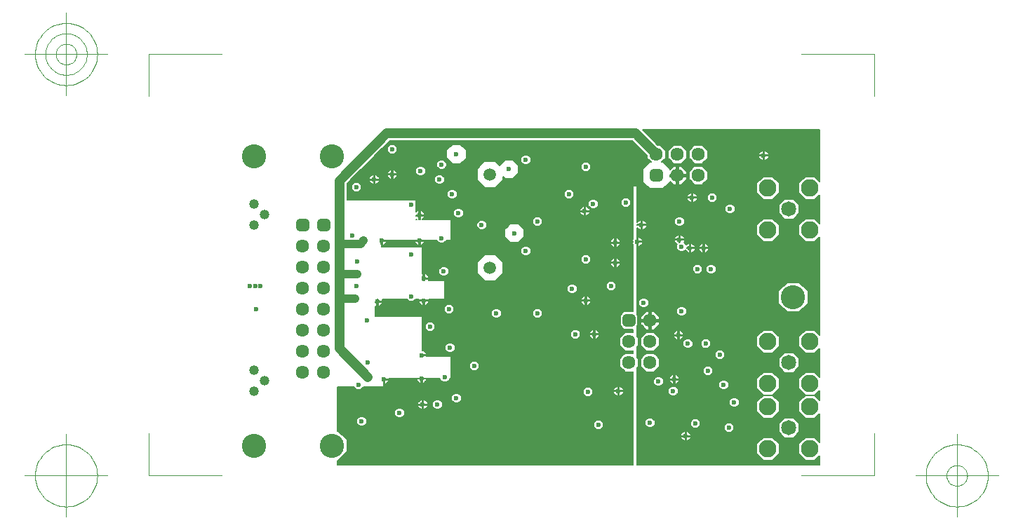
<source format=gbr>
G04 Generated by Ultiboard *
%FSLAX25Y25*%
%MOMM*%

%ADD10C,0.20000*%
%ADD11C,1.20000*%
%ADD12C,1.00000*%
%ADD13C,0.10000*%
%ADD14C,0.60000*%
%ADD15C,2.92100*%
%ADD16C,1.50000*%
%ADD17C,1.18516*%
%ADD18C,1.60884*%
%ADD19R,0.52908X0.52908*%
%ADD20C,0.99492*%
%ADD21C,1.82016*%
%ADD22C,2.11684*%


%LNCopper Inner 1*%
%LPD*%
%FSLAX25Y25*%
%MOMM*%
G54D10*
X5955302Y3747047D02*
X5955302Y3831531D01*
X5955302Y3831531D02*
X5891925Y3894908D01*
X5891925Y3894908D02*
X5891925Y4079400D01*
X5891925Y4079400D02*
X6604547Y4079400D01*
X6604547Y4079400D02*
X6604547Y3831900D01*
X6604547Y3831900D02*
X6569400Y3796753D01*
X6569400Y3796753D02*
X6569400Y3778113D01*
X6569400Y3778113D02*
X6604547Y3778113D01*
X6604547Y3778113D02*
X6604547Y3765687D01*
X6604547Y3765687D02*
X6569400Y3765687D01*
X6569400Y3765687D02*
X6569400Y3747047D01*
X6569400Y3747047D02*
X5955302Y3747047D01*
G36*
X5955302Y4079400D02*
X5955302Y3831531D01*
X5891925Y3894908D01*
X5891925Y4079400D01*
X5955302Y4079400D01*
G37*
X5955302Y4079400D02*
X5955302Y3831531D01*
X5955302Y3831531D02*
X5891925Y3894908D01*
X5891925Y3894908D02*
X5891925Y4079400D01*
X5891925Y4079400D02*
X5955302Y4079400D01*
G36*
X5955302Y3796753D02*
X5955302Y4079400D01*
X6604547Y4079400D01*
X6604547Y3831900D01*
X6569400Y3796753D01*
X5955302Y3796753D01*
G37*
X5955302Y3796753D02*
X5955302Y4079400D01*
X5955302Y4079400D02*
X6604547Y4079400D01*
X6604547Y4079400D02*
X6604547Y3831900D01*
X6604547Y3831900D02*
X6569400Y3796753D01*
X6569400Y3796753D02*
X5955302Y3796753D01*
G36*
X6569400Y3778113D02*
X6604547Y3778113D01*
X6604547Y3765687D01*
X6569400Y3765687D01*
X6569400Y3778113D01*
G37*
X6569400Y3778113D02*
X6604547Y3778113D01*
X6604547Y3778113D02*
X6604547Y3765687D01*
X6604547Y3765687D02*
X6569400Y3765687D01*
X6569400Y3765687D02*
X6569400Y3778113D01*
G36*
X6569400Y3747047D02*
X5955302Y3747047D01*
X5955302Y3796753D01*
X6569400Y3796753D01*
X6569400Y3747047D01*
G37*
X6569400Y3747047D02*
X5955302Y3747047D01*
X5955302Y3747047D02*
X5955302Y3796753D01*
X5955302Y3796753D02*
X6569400Y3796753D01*
X6569400Y3796753D02*
X6569400Y3747047D01*
X6654253Y3516902D02*
X6622748Y3516902D01*
X6622748Y3516902D02*
X6541498Y3435652D01*
X6541498Y3435652D02*
X6541498Y3320748D01*
X6541498Y3320748D02*
X6622748Y3239498D01*
X6622748Y3239498D02*
X6654253Y3239498D01*
X6654253Y3239498D02*
X6654253Y3149053D01*
X6654253Y3149053D02*
X6283000Y3149053D01*
X6283000Y3149053D02*
X6247853Y3184200D01*
X6247853Y3184200D02*
X6198147Y3184200D01*
X6198147Y3184200D02*
X6163000Y3149053D01*
X6163000Y3149053D02*
X6031953Y3149053D01*
X6031953Y3149053D02*
X6031953Y3203900D01*
X6031953Y3203900D02*
X6067100Y3239047D01*
X6067100Y3239047D02*
X6067100Y3288753D01*
X6067100Y3288753D02*
X6031953Y3323900D01*
X6031953Y3323900D02*
X6031953Y3747047D01*
X6031953Y3747047D02*
X6569400Y3747047D01*
X6569400Y3747047D02*
X6604547Y3711900D01*
X6604547Y3711900D02*
X6623187Y3711900D01*
X6623187Y3711900D02*
X6623187Y3747047D01*
X6623187Y3747047D02*
X6635613Y3747047D01*
X6635613Y3747047D02*
X6635613Y3711900D01*
X6635613Y3711900D02*
X6654253Y3711900D01*
X6654253Y3711900D02*
X6654253Y3516902D01*
G36*
X6623187Y3711900D02*
X6623187Y3747047D01*
X6635613Y3747047D01*
X6635613Y3711900D01*
X6623187Y3711900D01*
G37*
X6623187Y3711900D02*
X6623187Y3747047D01*
X6623187Y3747047D02*
X6635613Y3747047D01*
X6635613Y3747047D02*
X6635613Y3711900D01*
X6635613Y3711900D02*
X6623187Y3711900D01*
G36*
X6654253Y3711900D02*
X6654253Y3516902D01*
X6622748Y3516902D01*
X6622748Y3711900D01*
X6654253Y3711900D01*
G37*
X6654253Y3711900D02*
X6654253Y3516902D01*
X6654253Y3516902D02*
X6622748Y3516902D01*
X6622748Y3516902D02*
X6622748Y3711900D01*
X6622748Y3711900D02*
X6654253Y3711900D01*
G36*
X6604547Y3498701D02*
X6604547Y3711900D01*
X6622748Y3711900D01*
X6622748Y3516902D01*
X6604547Y3498701D01*
G37*
X6604547Y3498701D02*
X6604547Y3711900D01*
X6604547Y3711900D02*
X6622748Y3711900D01*
X6622748Y3711900D02*
X6622748Y3516902D01*
X6622748Y3516902D02*
X6604547Y3498701D01*
G36*
X6604547Y3498701D02*
X6541498Y3435652D01*
X6031953Y3435652D01*
X6031953Y3747047D01*
X6569400Y3747047D01*
X6604547Y3711900D01*
X6604547Y3498701D01*
G37*
X6604547Y3498701D02*
X6541498Y3435652D01*
X6541498Y3435652D02*
X6031953Y3435652D01*
X6031953Y3435652D02*
X6031953Y3747047D01*
X6031953Y3747047D02*
X6569400Y3747047D01*
X6569400Y3747047D02*
X6604547Y3711900D01*
X6604547Y3711900D02*
X6604547Y3498701D01*
G36*
X6622748Y3149053D02*
X6622748Y3239498D01*
X6654253Y3239498D01*
X6654253Y3149053D01*
X6622748Y3149053D01*
G37*
X6622748Y3149053D02*
X6622748Y3239498D01*
X6622748Y3239498D02*
X6654253Y3239498D01*
X6654253Y3239498D02*
X6654253Y3149053D01*
X6654253Y3149053D02*
X6622748Y3149053D01*
G36*
X6622748Y3149053D02*
X6541498Y3149053D01*
X6541498Y3320748D01*
X6622748Y3239498D01*
X6622748Y3149053D01*
G37*
X6622748Y3149053D02*
X6541498Y3149053D01*
X6541498Y3149053D02*
X6541498Y3320748D01*
X6541498Y3320748D02*
X6622748Y3239498D01*
X6622748Y3239498D02*
X6622748Y3149053D01*
G36*
X6247853Y3435652D02*
X6541498Y3435652D01*
X6541498Y3149053D01*
X6283000Y3149053D01*
X6247853Y3184200D01*
X6247853Y3435652D01*
G37*
X6247853Y3435652D02*
X6541498Y3435652D01*
X6541498Y3435652D02*
X6541498Y3149053D01*
X6541498Y3149053D02*
X6283000Y3149053D01*
X6283000Y3149053D02*
X6247853Y3184200D01*
X6247853Y3184200D02*
X6247853Y3435652D01*
G36*
X6198147Y3435652D02*
X6247853Y3435652D01*
X6247853Y3184200D01*
X6198147Y3184200D01*
X6198147Y3435652D01*
G37*
X6198147Y3435652D02*
X6247853Y3435652D01*
X6247853Y3435652D02*
X6247853Y3184200D01*
X6247853Y3184200D02*
X6198147Y3184200D01*
X6198147Y3184200D02*
X6198147Y3435652D01*
G36*
X6198147Y3239047D02*
X6198147Y3184200D01*
X6163000Y3149053D01*
X6031953Y3149053D01*
X6031953Y3203900D01*
X6067100Y3239047D01*
X6198147Y3239047D01*
G37*
X6198147Y3239047D02*
X6198147Y3184200D01*
X6198147Y3184200D02*
X6163000Y3149053D01*
X6163000Y3149053D02*
X6031953Y3149053D01*
X6031953Y3149053D02*
X6031953Y3203900D01*
X6031953Y3203900D02*
X6067100Y3239047D01*
X6067100Y3239047D02*
X6198147Y3239047D01*
G36*
X6067100Y3435652D02*
X6067100Y3288753D01*
X6031953Y3323900D01*
X6031953Y3435652D01*
X6067100Y3435652D01*
G37*
X6067100Y3435652D02*
X6067100Y3288753D01*
X6067100Y3288753D02*
X6031953Y3323900D01*
X6031953Y3323900D02*
X6031953Y3435652D01*
X6031953Y3435652D02*
X6067100Y3435652D01*
G36*
X6067100Y3435652D02*
X6198147Y3435652D01*
X6198147Y3239047D01*
X6067100Y3239047D01*
X6067100Y3435652D01*
G37*
X6067100Y3435652D02*
X6198147Y3435652D01*
X6198147Y3435652D02*
X6198147Y3239047D01*
X6198147Y3239047D02*
X6067100Y3239047D01*
X6067100Y3239047D02*
X6067100Y3435652D01*
X6715420Y3008902D02*
X6622748Y3008902D01*
X6622748Y3008902D02*
X6541498Y2927652D01*
X6541498Y2927652D02*
X6541498Y2812748D01*
X6541498Y2812748D02*
X6601046Y2753200D01*
X6601046Y2753200D02*
X5891925Y2753200D01*
X5891925Y2753200D02*
X5891925Y3149053D01*
X5891925Y3149053D02*
X6163000Y3149053D01*
X6163000Y3149053D02*
X6163000Y3099347D01*
X6163000Y3099347D02*
X6198147Y3064200D01*
X6198147Y3064200D02*
X6247853Y3064200D01*
X6247853Y3064200D02*
X6283000Y3099347D01*
X6283000Y3099347D02*
X6283000Y3149053D01*
X6283000Y3149053D02*
X6715420Y3149053D01*
X6715420Y3149053D02*
X6715420Y3008902D01*
G36*
X6622748Y3149053D02*
X6715420Y3149053D01*
X6715420Y3008902D01*
X6622748Y3008902D01*
X6622748Y3149053D01*
G37*
X6622748Y3149053D02*
X6715420Y3149053D01*
X6715420Y3149053D02*
X6715420Y3008902D01*
X6715420Y3008902D02*
X6622748Y3008902D01*
X6622748Y3008902D02*
X6622748Y3149053D01*
G36*
X6541498Y2753200D02*
X6541498Y2812748D01*
X6601046Y2753200D01*
X6541498Y2753200D01*
G37*
X6541498Y2753200D02*
X6541498Y2812748D01*
X6541498Y2812748D02*
X6601046Y2753200D01*
X6601046Y2753200D02*
X6541498Y2753200D01*
G36*
X6541498Y2753200D02*
X5891925Y2753200D01*
X5891925Y2927652D01*
X6541498Y2927652D01*
X6541498Y2753200D01*
G37*
X6541498Y2753200D02*
X5891925Y2753200D01*
X5891925Y2753200D02*
X5891925Y2927652D01*
X5891925Y2927652D02*
X6541498Y2927652D01*
X6541498Y2927652D02*
X6541498Y2753200D01*
G36*
X6163000Y2927652D02*
X5891925Y2927652D01*
X5891925Y3149053D01*
X6163000Y3149053D01*
X6163000Y2927652D01*
G37*
X6163000Y2927652D02*
X5891925Y2927652D01*
X5891925Y2927652D02*
X5891925Y3149053D01*
X5891925Y3149053D02*
X6163000Y3149053D01*
X6163000Y3149053D02*
X6163000Y2927652D01*
G36*
X6198147Y2927652D02*
X6163000Y2927652D01*
X6163000Y3099347D01*
X6198147Y3064200D01*
X6198147Y2927652D01*
G37*
X6198147Y2927652D02*
X6163000Y2927652D01*
X6163000Y2927652D02*
X6163000Y3099347D01*
X6163000Y3099347D02*
X6198147Y3064200D01*
X6198147Y3064200D02*
X6198147Y2927652D01*
G36*
X6247853Y2927652D02*
X6198147Y2927652D01*
X6198147Y3064200D01*
X6247853Y3064200D01*
X6247853Y2927652D01*
G37*
X6247853Y2927652D02*
X6198147Y2927652D01*
X6198147Y2927652D02*
X6198147Y3064200D01*
X6198147Y3064200D02*
X6247853Y3064200D01*
X6247853Y3064200D02*
X6247853Y2927652D01*
G36*
X6622748Y3099347D02*
X6283000Y3099347D01*
X6283000Y3149053D01*
X6622748Y3149053D01*
X6622748Y3099347D01*
G37*
X6622748Y3099347D02*
X6283000Y3099347D01*
X6283000Y3099347D02*
X6283000Y3149053D01*
X6283000Y3149053D02*
X6622748Y3149053D01*
X6622748Y3149053D02*
X6622748Y3099347D01*
G36*
X6622748Y3099347D02*
X6622748Y3008902D01*
X6541498Y2927652D01*
X6247853Y2927652D01*
X6247853Y3064200D01*
X6283000Y3099347D01*
X6622748Y3099347D01*
G37*
X6622748Y3099347D02*
X6622748Y3008902D01*
X6622748Y3008902D02*
X6541498Y2927652D01*
X6541498Y2927652D02*
X6247853Y2927652D01*
X6247853Y2927652D02*
X6247853Y3064200D01*
X6247853Y3064200D02*
X6283000Y3099347D01*
X6283000Y3099347D02*
X6622748Y3099347D01*
X7109046Y2753200D02*
X7130748Y2731498D01*
X7130748Y2731498D02*
X7245652Y2731498D01*
X7245652Y2731498D02*
X7267354Y2753200D01*
X7267354Y2753200D02*
X7305200Y2753200D01*
X7305200Y2753200D02*
X7305200Y2679153D01*
X7305200Y2679153D02*
X5965500Y2679153D01*
X5965500Y2679153D02*
X5930353Y2714300D01*
X5930353Y2714300D02*
X5911713Y2714300D01*
X5911713Y2714300D02*
X5911713Y2679153D01*
X5911713Y2679153D02*
X5899287Y2679153D01*
X5899287Y2679153D02*
X5899287Y2714300D01*
X5899287Y2714300D02*
X5891925Y2714300D01*
X5891925Y2714300D02*
X5891925Y2753200D01*
X5891925Y2753200D02*
X6601046Y2753200D01*
X6601046Y2753200D02*
X6622748Y2731498D01*
X6622748Y2731498D02*
X6737652Y2731498D01*
X6737652Y2731498D02*
X6759354Y2753200D01*
X6759354Y2753200D02*
X7109046Y2753200D01*
G36*
X7245652Y2679153D02*
X7245652Y2731498D01*
X7267354Y2753200D01*
X7305200Y2753200D01*
X7305200Y2679153D01*
X7245652Y2679153D01*
G37*
X7245652Y2679153D02*
X7245652Y2731498D01*
X7245652Y2731498D02*
X7267354Y2753200D01*
X7267354Y2753200D02*
X7305200Y2753200D01*
X7305200Y2753200D02*
X7305200Y2679153D01*
X7305200Y2679153D02*
X7245652Y2679153D01*
G36*
X7245652Y2679153D02*
X7130748Y2679153D01*
X7130748Y2731498D01*
X7245652Y2731498D01*
X7245652Y2679153D01*
G37*
X7245652Y2679153D02*
X7130748Y2679153D01*
X7130748Y2679153D02*
X7130748Y2731498D01*
X7130748Y2731498D02*
X7245652Y2731498D01*
X7245652Y2731498D02*
X7245652Y2679153D01*
G36*
X5911713Y2714300D02*
X5911713Y2679153D01*
X5899287Y2679153D01*
X5899287Y2714300D01*
X5911713Y2714300D01*
G37*
X5911713Y2714300D02*
X5911713Y2679153D01*
X5911713Y2679153D02*
X5899287Y2679153D01*
X5899287Y2679153D02*
X5899287Y2714300D01*
X5899287Y2714300D02*
X5911713Y2714300D01*
G36*
X5891925Y2714300D02*
X5891925Y2753200D01*
X5930353Y2753200D01*
X5930353Y2714300D01*
X5891925Y2714300D01*
G37*
X5891925Y2714300D02*
X5891925Y2753200D01*
X5891925Y2753200D02*
X5930353Y2753200D01*
X5930353Y2753200D02*
X5930353Y2714300D01*
X5930353Y2714300D02*
X5891925Y2714300D01*
G36*
X6622748Y2679153D02*
X5965500Y2679153D01*
X5930353Y2714300D01*
X5930353Y2753200D01*
X6601046Y2753200D01*
X6622748Y2731498D01*
X6622748Y2679153D01*
G37*
X6622748Y2679153D02*
X5965500Y2679153D01*
X5965500Y2679153D02*
X5930353Y2714300D01*
X5930353Y2714300D02*
X5930353Y2753200D01*
X5930353Y2753200D02*
X6601046Y2753200D01*
X6601046Y2753200D02*
X6622748Y2731498D01*
X6622748Y2731498D02*
X6622748Y2679153D01*
G36*
X6737652Y2679153D02*
X6737652Y2731498D01*
X6759354Y2753200D01*
X7109046Y2753200D01*
X7130748Y2731498D01*
X7130748Y2679153D01*
X6737652Y2679153D01*
G37*
X6737652Y2679153D02*
X6737652Y2731498D01*
X6737652Y2731498D02*
X6759354Y2753200D01*
X6759354Y2753200D02*
X7109046Y2753200D01*
X7109046Y2753200D02*
X7130748Y2731498D01*
X7130748Y2731498D02*
X7130748Y2679153D01*
X7130748Y2679153D02*
X6737652Y2679153D01*
G36*
X6737652Y2679153D02*
X6622748Y2679153D01*
X6622748Y2731498D01*
X6737652Y2731498D01*
X6737652Y2679153D01*
G37*
X6737652Y2679153D02*
X6622748Y2679153D01*
X6622748Y2679153D02*
X6622748Y2731498D01*
X6622748Y2731498D02*
X6737652Y2731498D01*
X6737652Y2731498D02*
X6737652Y2679153D01*
X7305200Y2679153D02*
X7305200Y2629447D01*
X7305200Y2629447D02*
X5965500Y2629447D01*
X5965500Y2629447D02*
X5965500Y2648087D01*
X5965500Y2648087D02*
X5911713Y2648087D01*
X5911713Y2648087D02*
X5911713Y2629447D01*
X5911713Y2629447D02*
X5899287Y2629447D01*
X5899287Y2629447D02*
X5899287Y2648087D01*
X5899287Y2648087D02*
X5891925Y2648087D01*
X5891925Y2648087D02*
X5891925Y2660513D01*
X5891925Y2660513D02*
X5899287Y2660513D01*
X5899287Y2660513D02*
X5899287Y2679153D01*
X5899287Y2679153D02*
X5911713Y2679153D01*
X5911713Y2679153D02*
X5911713Y2660513D01*
X5911713Y2660513D02*
X5965500Y2660513D01*
X5965500Y2660513D02*
X5965500Y2679153D01*
X5965500Y2679153D02*
X7305200Y2679153D01*
G36*
X5965500Y2679153D02*
X7305200Y2679153D01*
X7305200Y2629447D01*
X5965500Y2629447D01*
X5965500Y2679153D01*
G37*
X5965500Y2679153D02*
X7305200Y2679153D01*
X7305200Y2679153D02*
X7305200Y2629447D01*
X7305200Y2629447D02*
X5965500Y2629447D01*
X5965500Y2629447D02*
X5965500Y2679153D01*
G36*
X5911713Y2648087D02*
X5911713Y2629447D01*
X5899287Y2629447D01*
X5899287Y2648087D01*
X5911713Y2648087D01*
G37*
X5911713Y2648087D02*
X5911713Y2629447D01*
X5911713Y2629447D02*
X5899287Y2629447D01*
X5899287Y2629447D02*
X5899287Y2648087D01*
X5899287Y2648087D02*
X5911713Y2648087D01*
G36*
X5899287Y2660513D02*
X5899287Y2679153D01*
X5911713Y2679153D01*
X5911713Y2660513D01*
X5899287Y2660513D01*
G37*
X5899287Y2660513D02*
X5899287Y2679153D01*
X5899287Y2679153D02*
X5911713Y2679153D01*
X5911713Y2679153D02*
X5911713Y2660513D01*
X5911713Y2660513D02*
X5899287Y2660513D01*
G36*
X5965500Y2660513D02*
X5965500Y2648087D01*
X5891925Y2648087D01*
X5891925Y2660513D01*
X5965500Y2660513D01*
G37*
X5965500Y2660513D02*
X5965500Y2648087D01*
X5965500Y2648087D02*
X5891925Y2648087D01*
X5891925Y2648087D02*
X5891925Y2660513D01*
X5891925Y2660513D02*
X5965500Y2660513D01*
X7305200Y2629447D02*
X7305200Y2425153D01*
X7305200Y2425153D02*
X6054400Y2425153D01*
X6054400Y2425153D02*
X6019253Y2460300D01*
X6019253Y2460300D02*
X5969547Y2460300D01*
X5969547Y2460300D02*
X5934400Y2425153D01*
X5934400Y2425153D02*
X5891925Y2425153D01*
X5891925Y2425153D02*
X5891925Y2594300D01*
X5891925Y2594300D02*
X5899287Y2594300D01*
X5899287Y2594300D02*
X5899287Y2629447D01*
X5899287Y2629447D02*
X5911713Y2629447D01*
X5911713Y2629447D02*
X5911713Y2594300D01*
X5911713Y2594300D02*
X5930353Y2594300D01*
X5930353Y2594300D02*
X5965500Y2629447D01*
X5965500Y2629447D02*
X7305200Y2629447D01*
G36*
X6019253Y2629447D02*
X7305200Y2629447D01*
X7305200Y2425153D01*
X6054400Y2425153D01*
X6019253Y2460300D01*
X6019253Y2629447D01*
G37*
X6019253Y2629447D02*
X7305200Y2629447D01*
X7305200Y2629447D02*
X7305200Y2425153D01*
X7305200Y2425153D02*
X6054400Y2425153D01*
X6054400Y2425153D02*
X6019253Y2460300D01*
X6019253Y2460300D02*
X6019253Y2629447D01*
G36*
X5969547Y2629447D02*
X6019253Y2629447D01*
X6019253Y2460300D01*
X5969547Y2460300D01*
X5969547Y2629447D01*
G37*
X5969547Y2629447D02*
X6019253Y2629447D01*
X6019253Y2629447D02*
X6019253Y2460300D01*
X6019253Y2460300D02*
X5969547Y2460300D01*
X5969547Y2460300D02*
X5969547Y2629447D01*
G36*
X5899287Y2594300D02*
X5899287Y2629447D01*
X5911713Y2629447D01*
X5911713Y2594300D01*
X5899287Y2594300D01*
G37*
X5899287Y2594300D02*
X5899287Y2629447D01*
X5899287Y2629447D02*
X5911713Y2629447D01*
X5911713Y2629447D02*
X5911713Y2594300D01*
X5911713Y2594300D02*
X5899287Y2594300D01*
G36*
X5969547Y2594300D02*
X5930353Y2594300D01*
X5965500Y2629447D01*
X5969547Y2629447D01*
X5969547Y2594300D01*
G37*
X5969547Y2594300D02*
X5930353Y2594300D01*
X5930353Y2594300D02*
X5965500Y2629447D01*
X5965500Y2629447D02*
X5969547Y2629447D01*
X5969547Y2629447D02*
X5969547Y2594300D01*
G36*
X5969547Y2594300D02*
X5969547Y2460300D01*
X5934400Y2425153D01*
X5891925Y2425153D01*
X5891925Y2594300D01*
X5969547Y2594300D01*
G37*
X5969547Y2594300D02*
X5969547Y2460300D01*
X5969547Y2460300D02*
X5934400Y2425153D01*
X5934400Y2425153D02*
X5891925Y2425153D01*
X5891925Y2425153D02*
X5891925Y2594300D01*
X5891925Y2594300D02*
X5969547Y2594300D01*
X7163910Y2125940D02*
X7163910Y2131507D01*
X7163910Y2131507D02*
X7059107Y2236310D01*
X7059107Y2236310D02*
X6910893Y2236310D01*
X6910893Y2236310D02*
X6806090Y2131507D01*
X6806090Y2131507D02*
X6806090Y2125940D01*
X6806090Y2125940D02*
X5891925Y2125940D01*
X5891925Y2125940D02*
X5891925Y2425153D01*
X5891925Y2425153D02*
X5934400Y2425153D01*
X5934400Y2425153D02*
X5934400Y2375447D01*
X5934400Y2375447D02*
X5969547Y2340300D01*
X5969547Y2340300D02*
X6019253Y2340300D01*
X6019253Y2340300D02*
X6054400Y2375447D01*
X6054400Y2375447D02*
X6054400Y2425153D01*
X6054400Y2425153D02*
X7305200Y2425153D01*
X7305200Y2425153D02*
X7305200Y2125940D01*
X7305200Y2125940D02*
X7163910Y2125940D01*
G36*
X7163910Y2425153D02*
X7305200Y2425153D01*
X7305200Y2125940D01*
X7163910Y2125940D01*
X7163910Y2425153D01*
G37*
X7163910Y2425153D02*
X7305200Y2425153D01*
X7305200Y2425153D02*
X7305200Y2125940D01*
X7305200Y2125940D02*
X7163910Y2125940D01*
X7163910Y2125940D02*
X7163910Y2425153D01*
G36*
X7059107Y2425153D02*
X7163910Y2425153D01*
X7163910Y2131507D01*
X7059107Y2236310D01*
X7059107Y2425153D01*
G37*
X7059107Y2425153D02*
X7163910Y2425153D01*
X7163910Y2425153D02*
X7163910Y2131507D01*
X7163910Y2131507D02*
X7059107Y2236310D01*
X7059107Y2236310D02*
X7059107Y2425153D01*
G36*
X6910893Y2425153D02*
X7059107Y2425153D01*
X7059107Y2236310D01*
X6910893Y2236310D01*
X6910893Y2425153D01*
G37*
X6910893Y2425153D02*
X7059107Y2425153D01*
X7059107Y2425153D02*
X7059107Y2236310D01*
X7059107Y2236310D02*
X6910893Y2236310D01*
X6910893Y2236310D02*
X6910893Y2425153D01*
G36*
X5891925Y2131507D02*
X6806090Y2131507D01*
X6806090Y2125940D01*
X5891925Y2125940D01*
X5891925Y2131507D01*
G37*
X5891925Y2131507D02*
X6806090Y2131507D01*
X6806090Y2131507D02*
X6806090Y2125940D01*
X6806090Y2125940D02*
X5891925Y2125940D01*
X5891925Y2125940D02*
X5891925Y2131507D01*
G36*
X5934400Y2131507D02*
X5891925Y2131507D01*
X5891925Y2425153D01*
X5934400Y2425153D01*
X5934400Y2131507D01*
G37*
X5934400Y2131507D02*
X5891925Y2131507D01*
X5891925Y2131507D02*
X5891925Y2425153D01*
X5891925Y2425153D02*
X5934400Y2425153D01*
X5934400Y2425153D02*
X5934400Y2131507D01*
G36*
X5969547Y2131507D02*
X5934400Y2131507D01*
X5934400Y2375447D01*
X5969547Y2340300D01*
X5969547Y2131507D01*
G37*
X5969547Y2131507D02*
X5934400Y2131507D01*
X5934400Y2131507D02*
X5934400Y2375447D01*
X5934400Y2375447D02*
X5969547Y2340300D01*
X5969547Y2340300D02*
X5969547Y2131507D01*
G36*
X6019253Y2131507D02*
X5969547Y2131507D01*
X5969547Y2340300D01*
X6019253Y2340300D01*
X6019253Y2131507D01*
G37*
X6019253Y2131507D02*
X5969547Y2131507D01*
X5969547Y2131507D02*
X5969547Y2340300D01*
X5969547Y2340300D02*
X6019253Y2340300D01*
X6019253Y2340300D02*
X6019253Y2131507D01*
G36*
X6910893Y2375447D02*
X6054400Y2375447D01*
X6054400Y2425153D01*
X6910893Y2425153D01*
X6910893Y2375447D01*
G37*
X6910893Y2375447D02*
X6054400Y2375447D01*
X6054400Y2375447D02*
X6054400Y2425153D01*
X6054400Y2425153D02*
X6910893Y2425153D01*
X6910893Y2425153D02*
X6910893Y2375447D01*
G36*
X6910893Y2375447D02*
X6910893Y2236310D01*
X6806090Y2131507D01*
X6019253Y2131507D01*
X6019253Y2340300D01*
X6054400Y2375447D01*
X6910893Y2375447D01*
G37*
X6910893Y2375447D02*
X6910893Y2236310D01*
X6910893Y2236310D02*
X6806090Y2131507D01*
X6806090Y2131507D02*
X6019253Y2131507D01*
X6019253Y2131507D02*
X6019253Y2340300D01*
X6019253Y2340300D02*
X6054400Y2375447D01*
X6054400Y2375447D02*
X6910893Y2375447D01*
X6715420Y1662702D02*
X6622748Y1662702D01*
X6622748Y1662702D02*
X6541498Y1581452D01*
X6541498Y1581452D02*
X6541498Y1466548D01*
X6541498Y1466548D02*
X6622748Y1385298D01*
X6622748Y1385298D02*
X6715420Y1385298D01*
X6715420Y1385298D02*
X6715420Y1361600D01*
X6715420Y1361600D02*
X6162350Y1361600D01*
X6162350Y1361600D02*
X6162350Y1390103D01*
X6162350Y1390103D02*
X6127203Y1425250D01*
X6127203Y1425250D02*
X6077497Y1425250D01*
X6077497Y1425250D02*
X6042350Y1390103D01*
X6042350Y1390103D02*
X6042350Y1361600D01*
X6042350Y1361600D02*
X5891925Y1361600D01*
X5891925Y1361600D02*
X5891925Y1452722D01*
X5891925Y1452722D02*
X5906047Y1438600D01*
X5906047Y1438600D02*
X5955753Y1438600D01*
X5955753Y1438600D02*
X5990900Y1473747D01*
X5990900Y1473747D02*
X5990900Y1523453D01*
X5990900Y1523453D02*
X5955753Y1558600D01*
X5955753Y1558600D02*
X5906047Y1558600D01*
X5906047Y1558600D02*
X5891925Y1544478D01*
X5891925Y1544478D02*
X5891925Y2125940D01*
X5891925Y2125940D02*
X6715420Y2125940D01*
X6715420Y2125940D02*
X6715420Y1662702D01*
G36*
X6622748Y2125940D02*
X6715420Y2125940D01*
X6715420Y1662702D01*
X6622748Y1662702D01*
X6622748Y2125940D01*
G37*
X6622748Y2125940D02*
X6715420Y2125940D01*
X6715420Y2125940D02*
X6715420Y1662702D01*
X6715420Y1662702D02*
X6622748Y1662702D01*
X6622748Y1662702D02*
X6622748Y2125940D01*
G36*
X5891925Y1581452D02*
X5891925Y2125940D01*
X6622748Y2125940D01*
X6622748Y1662702D01*
X6541498Y1581452D01*
X5891925Y1581452D01*
G37*
X5891925Y1581452D02*
X5891925Y2125940D01*
X5891925Y2125940D02*
X6622748Y2125940D01*
X6622748Y2125940D02*
X6622748Y1662702D01*
X6622748Y1662702D02*
X6541498Y1581452D01*
X6541498Y1581452D02*
X5891925Y1581452D01*
G36*
X6622748Y1361600D02*
X6622748Y1385298D01*
X6715420Y1385298D01*
X6715420Y1361600D01*
X6622748Y1361600D01*
G37*
X6622748Y1361600D02*
X6622748Y1385298D01*
X6622748Y1385298D02*
X6715420Y1385298D01*
X6715420Y1385298D02*
X6715420Y1361600D01*
X6715420Y1361600D02*
X6622748Y1361600D01*
G36*
X6622748Y1361600D02*
X6541498Y1361600D01*
X6541498Y1466548D01*
X6622748Y1385298D01*
X6622748Y1361600D01*
G37*
X6622748Y1361600D02*
X6541498Y1361600D01*
X6541498Y1361600D02*
X6541498Y1466548D01*
X6541498Y1466548D02*
X6622748Y1385298D01*
X6622748Y1385298D02*
X6622748Y1361600D01*
G36*
X6162350Y1581452D02*
X6541498Y1581452D01*
X6541498Y1361600D01*
X6162350Y1361600D01*
X6162350Y1581452D01*
G37*
X6162350Y1581452D02*
X6541498Y1581452D01*
X6541498Y1581452D02*
X6541498Y1361600D01*
X6541498Y1361600D02*
X6162350Y1361600D01*
X6162350Y1361600D02*
X6162350Y1581452D01*
G36*
X6127203Y1581452D02*
X6162350Y1581452D01*
X6162350Y1390103D01*
X6127203Y1425250D01*
X6127203Y1581452D01*
G37*
X6127203Y1581452D02*
X6162350Y1581452D01*
X6162350Y1581452D02*
X6162350Y1390103D01*
X6162350Y1390103D02*
X6127203Y1425250D01*
X6127203Y1425250D02*
X6127203Y1581452D01*
G36*
X6077497Y1581452D02*
X6127203Y1581452D01*
X6127203Y1425250D01*
X6077497Y1425250D01*
X6077497Y1581452D01*
G37*
X6077497Y1581452D02*
X6127203Y1581452D01*
X6127203Y1581452D02*
X6127203Y1425250D01*
X6127203Y1425250D02*
X6077497Y1425250D01*
X6077497Y1425250D02*
X6077497Y1581452D01*
G36*
X5891925Y1390103D02*
X6042350Y1390103D01*
X6042350Y1361600D01*
X5891925Y1361600D01*
X5891925Y1390103D01*
G37*
X5891925Y1390103D02*
X6042350Y1390103D01*
X6042350Y1390103D02*
X6042350Y1361600D01*
X6042350Y1361600D02*
X5891925Y1361600D01*
X5891925Y1361600D02*
X5891925Y1390103D01*
G36*
X5906047Y1390103D02*
X5891925Y1390103D01*
X5891925Y1452722D01*
X5906047Y1438600D01*
X5906047Y1390103D01*
G37*
X5906047Y1390103D02*
X5891925Y1390103D01*
X5891925Y1390103D02*
X5891925Y1452722D01*
X5891925Y1452722D02*
X5906047Y1438600D01*
X5906047Y1438600D02*
X5906047Y1390103D01*
G36*
X5955753Y1390103D02*
X5906047Y1390103D01*
X5906047Y1438600D01*
X5955753Y1438600D01*
X5955753Y1390103D01*
G37*
X5955753Y1390103D02*
X5906047Y1390103D01*
X5906047Y1390103D02*
X5906047Y1438600D01*
X5906047Y1438600D02*
X5955753Y1438600D01*
X5955753Y1438600D02*
X5955753Y1390103D01*
G36*
X6077497Y1473747D02*
X6077497Y1425250D01*
X6042350Y1390103D01*
X5955753Y1390103D01*
X5955753Y1438600D01*
X5990900Y1473747D01*
X6077497Y1473747D01*
G37*
X6077497Y1473747D02*
X6077497Y1425250D01*
X6077497Y1425250D02*
X6042350Y1390103D01*
X6042350Y1390103D02*
X5955753Y1390103D01*
X5955753Y1390103D02*
X5955753Y1438600D01*
X5955753Y1438600D02*
X5990900Y1473747D01*
X5990900Y1473747D02*
X6077497Y1473747D01*
G36*
X5990900Y1581452D02*
X6077497Y1581452D01*
X6077497Y1473747D01*
X5990900Y1473747D01*
X5990900Y1581452D01*
G37*
X5990900Y1581452D02*
X6077497Y1581452D01*
X6077497Y1581452D02*
X6077497Y1473747D01*
X6077497Y1473747D02*
X5990900Y1473747D01*
X5990900Y1473747D02*
X5990900Y1581452D01*
G36*
X5955753Y1581452D02*
X5990900Y1581452D01*
X5990900Y1523453D01*
X5955753Y1558600D01*
X5955753Y1581452D01*
G37*
X5955753Y1581452D02*
X5990900Y1581452D01*
X5990900Y1581452D02*
X5990900Y1523453D01*
X5990900Y1523453D02*
X5955753Y1558600D01*
X5955753Y1558600D02*
X5955753Y1581452D01*
G36*
X5906047Y1581452D02*
X5906047Y1558600D01*
X5891925Y1544478D01*
X5891925Y1581452D01*
X5906047Y1581452D01*
G37*
X5906047Y1581452D02*
X5906047Y1558600D01*
X5906047Y1558600D02*
X5891925Y1544478D01*
X5891925Y1544478D02*
X5891925Y1581452D01*
X5891925Y1581452D02*
X5906047Y1581452D01*
G36*
X5906047Y1581452D02*
X5955753Y1581452D01*
X5955753Y1558600D01*
X5906047Y1558600D01*
X5906047Y1581452D01*
G37*
X5906047Y1581452D02*
X5955753Y1581452D01*
X5955753Y1581452D02*
X5955753Y1558600D01*
X5955753Y1558600D02*
X5906047Y1558600D01*
X5906047Y1558600D02*
X5906047Y1581452D01*
X6850624Y1361600D02*
X6810332Y1321308D01*
X6810332Y1321308D02*
X6810332Y1218692D01*
X6810332Y1218692D02*
X6835771Y1193253D01*
X6835771Y1193253D02*
X6016300Y1193253D01*
X6016300Y1193253D02*
X5981153Y1228400D01*
X5981153Y1228400D02*
X5931447Y1228400D01*
X5931447Y1228400D02*
X5896300Y1193253D01*
X5896300Y1193253D02*
X5891925Y1193253D01*
X5891925Y1193253D02*
X5891925Y1361600D01*
X5891925Y1361600D02*
X6042350Y1361600D01*
X6042350Y1361600D02*
X6042350Y1340397D01*
X6042350Y1340397D02*
X6077497Y1305250D01*
X6077497Y1305250D02*
X6127203Y1305250D01*
X6127203Y1305250D02*
X6162350Y1340397D01*
X6162350Y1340397D02*
X6162350Y1361600D01*
X6162350Y1361600D02*
X6850624Y1361600D01*
G36*
X6042350Y1321308D02*
X6042350Y1340397D01*
X6061439Y1321308D01*
X6042350Y1321308D01*
G37*
X6042350Y1321308D02*
X6042350Y1340397D01*
X6042350Y1340397D02*
X6061439Y1321308D01*
X6061439Y1321308D02*
X6042350Y1321308D01*
G36*
X6042350Y1321308D02*
X5891925Y1321308D01*
X5891925Y1361600D01*
X6042350Y1361600D01*
X6042350Y1321308D01*
G37*
X6042350Y1321308D02*
X5891925Y1321308D01*
X5891925Y1321308D02*
X5891925Y1361600D01*
X5891925Y1361600D02*
X6042350Y1361600D01*
X6042350Y1361600D02*
X6042350Y1321308D01*
G36*
X6829421Y1340397D02*
X6162350Y1340397D01*
X6162350Y1361600D01*
X6850624Y1361600D01*
X6829421Y1340397D01*
G37*
X6829421Y1340397D02*
X6162350Y1340397D01*
X6162350Y1340397D02*
X6162350Y1361600D01*
X6162350Y1361600D02*
X6850624Y1361600D01*
X6850624Y1361600D02*
X6829421Y1340397D01*
G36*
X6829421Y1340397D02*
X6810332Y1321308D01*
X6143261Y1321308D01*
X6162350Y1340397D01*
X6829421Y1340397D01*
G37*
X6829421Y1340397D02*
X6810332Y1321308D01*
X6810332Y1321308D02*
X6143261Y1321308D01*
X6143261Y1321308D02*
X6162350Y1340397D01*
X6162350Y1340397D02*
X6829421Y1340397D01*
G36*
X6127203Y1193253D02*
X6077497Y1193253D01*
X6077497Y1305250D01*
X6127203Y1305250D01*
X6127203Y1193253D01*
G37*
X6127203Y1193253D02*
X6077497Y1193253D01*
X6077497Y1193253D02*
X6077497Y1305250D01*
X6077497Y1305250D02*
X6127203Y1305250D01*
X6127203Y1305250D02*
X6127203Y1193253D01*
G36*
X5981153Y1321308D02*
X6061439Y1321308D01*
X6077497Y1305250D01*
X6077497Y1193253D01*
X6016300Y1193253D01*
X5981153Y1228400D01*
X5981153Y1321308D01*
G37*
X5981153Y1321308D02*
X6061439Y1321308D01*
X6061439Y1321308D02*
X6077497Y1305250D01*
X6077497Y1305250D02*
X6077497Y1193253D01*
X6077497Y1193253D02*
X6016300Y1193253D01*
X6016300Y1193253D02*
X5981153Y1228400D01*
X5981153Y1228400D02*
X5981153Y1321308D01*
G36*
X6810332Y1193253D02*
X6810332Y1218692D01*
X6835771Y1193253D01*
X6810332Y1193253D01*
G37*
X6810332Y1193253D02*
X6810332Y1218692D01*
X6810332Y1218692D02*
X6835771Y1193253D01*
X6835771Y1193253D02*
X6810332Y1193253D01*
G36*
X6810332Y1193253D02*
X6127203Y1193253D01*
X6127203Y1305250D01*
X6143261Y1321308D01*
X6810332Y1321308D01*
X6810332Y1193253D01*
G37*
X6810332Y1193253D02*
X6127203Y1193253D01*
X6127203Y1193253D02*
X6127203Y1305250D01*
X6127203Y1305250D02*
X6143261Y1321308D01*
X6143261Y1321308D02*
X6810332Y1321308D01*
X6810332Y1321308D02*
X6810332Y1193253D01*
G36*
X5931447Y1321308D02*
X5931447Y1228400D01*
X5896300Y1193253D01*
X5891925Y1193253D01*
X5891925Y1321308D01*
X5931447Y1321308D01*
G37*
X5931447Y1321308D02*
X5931447Y1228400D01*
X5931447Y1228400D02*
X5896300Y1193253D01*
X5896300Y1193253D02*
X5891925Y1193253D01*
X5891925Y1193253D02*
X5891925Y1321308D01*
X5891925Y1321308D02*
X5931447Y1321308D01*
G36*
X5931447Y1321308D02*
X5981153Y1321308D01*
X5981153Y1228400D01*
X5931447Y1228400D01*
X5931447Y1321308D01*
G37*
X5931447Y1321308D02*
X5981153Y1321308D01*
X5981153Y1321308D02*
X5981153Y1228400D01*
X5981153Y1228400D02*
X5931447Y1228400D01*
X5931447Y1228400D02*
X5931447Y1321308D01*
X7305200Y1095154D02*
X7245652Y1154702D01*
X7245652Y1154702D02*
X7130748Y1154702D01*
X7130748Y1154702D02*
X7049498Y1073452D01*
X7049498Y1073452D02*
X7049498Y1028153D01*
X7049498Y1028153D02*
X6818902Y1028153D01*
X6818902Y1028153D02*
X6818902Y1073452D01*
X6818902Y1073452D02*
X6737652Y1154702D01*
X6737652Y1154702D02*
X6622748Y1154702D01*
X6622748Y1154702D02*
X6541498Y1073452D01*
X6541498Y1073452D02*
X6541498Y1028153D01*
X6541498Y1028153D02*
X6206800Y1028153D01*
X6206800Y1028153D02*
X6171653Y1063300D01*
X6171653Y1063300D02*
X6121947Y1063300D01*
X6121947Y1063300D02*
X6086800Y1028153D01*
X6086800Y1028153D02*
X5891925Y1028153D01*
X5891925Y1028153D02*
X5891925Y1193253D01*
X5891925Y1193253D02*
X5896300Y1193253D01*
X5896300Y1193253D02*
X5896300Y1143547D01*
X5896300Y1143547D02*
X5931447Y1108400D01*
X5931447Y1108400D02*
X5981153Y1108400D01*
X5981153Y1108400D02*
X6016300Y1143547D01*
X6016300Y1143547D02*
X6016300Y1193253D01*
X6016300Y1193253D02*
X6835771Y1193253D01*
X6835771Y1193253D02*
X6882892Y1146132D01*
X6882892Y1146132D02*
X6985508Y1146132D01*
X6985508Y1146132D02*
X7032629Y1193253D01*
X7032629Y1193253D02*
X7305200Y1193253D01*
X7305200Y1193253D02*
X7305200Y1095154D01*
G36*
X7245652Y1193253D02*
X7305200Y1193253D01*
X7305200Y1095154D01*
X7245652Y1154702D01*
X7245652Y1193253D01*
G37*
X7245652Y1193253D02*
X7305200Y1193253D01*
X7305200Y1193253D02*
X7305200Y1095154D01*
X7305200Y1095154D02*
X7245652Y1154702D01*
X7245652Y1154702D02*
X7245652Y1193253D01*
G36*
X7130748Y1193253D02*
X7245652Y1193253D01*
X7245652Y1154702D01*
X7130748Y1154702D01*
X7130748Y1193253D01*
G37*
X7130748Y1193253D02*
X7245652Y1193253D01*
X7245652Y1193253D02*
X7245652Y1154702D01*
X7245652Y1154702D02*
X7130748Y1154702D01*
X7130748Y1154702D02*
X7130748Y1193253D01*
G36*
X7049498Y1073452D02*
X7049498Y1028153D01*
X6818902Y1028153D01*
X6818902Y1073452D01*
X7049498Y1073452D01*
G37*
X7049498Y1073452D02*
X7049498Y1028153D01*
X7049498Y1028153D02*
X6818902Y1028153D01*
X6818902Y1028153D02*
X6818902Y1073452D01*
X6818902Y1073452D02*
X7049498Y1073452D01*
G36*
X6171653Y1073452D02*
X6541498Y1073452D01*
X6541498Y1028153D01*
X6206800Y1028153D01*
X6171653Y1063300D01*
X6171653Y1073452D01*
G37*
X6171653Y1073452D02*
X6541498Y1073452D01*
X6541498Y1073452D02*
X6541498Y1028153D01*
X6541498Y1028153D02*
X6206800Y1028153D01*
X6206800Y1028153D02*
X6171653Y1063300D01*
X6171653Y1063300D02*
X6171653Y1073452D01*
G36*
X5896300Y1073452D02*
X5891925Y1073452D01*
X5891925Y1193253D01*
X5896300Y1193253D01*
X5896300Y1073452D01*
G37*
X5896300Y1073452D02*
X5891925Y1073452D01*
X5891925Y1073452D02*
X5891925Y1193253D01*
X5891925Y1193253D02*
X5896300Y1193253D01*
X5896300Y1193253D02*
X5896300Y1073452D01*
G36*
X6121947Y1073452D02*
X6121947Y1063300D01*
X6086800Y1028153D01*
X5891925Y1028153D01*
X5891925Y1073452D01*
X6121947Y1073452D01*
G37*
X6121947Y1073452D02*
X6121947Y1063300D01*
X6121947Y1063300D02*
X6086800Y1028153D01*
X6086800Y1028153D02*
X5891925Y1028153D01*
X5891925Y1028153D02*
X5891925Y1073452D01*
X5891925Y1073452D02*
X6121947Y1073452D01*
G36*
X6121947Y1073452D02*
X6171653Y1073452D01*
X6171653Y1063300D01*
X6121947Y1063300D01*
X6121947Y1073452D01*
G37*
X6121947Y1073452D02*
X6171653Y1073452D01*
X6171653Y1073452D02*
X6171653Y1063300D01*
X6171653Y1063300D02*
X6121947Y1063300D01*
X6121947Y1063300D02*
X6121947Y1073452D01*
G36*
X5931447Y1073452D02*
X5896300Y1073452D01*
X5896300Y1143547D01*
X5931447Y1108400D01*
X5931447Y1073452D01*
G37*
X5931447Y1073452D02*
X5896300Y1073452D01*
X5896300Y1073452D02*
X5896300Y1143547D01*
X5896300Y1143547D02*
X5931447Y1108400D01*
X5931447Y1108400D02*
X5931447Y1073452D01*
G36*
X5981153Y1073452D02*
X5931447Y1073452D01*
X5931447Y1108400D01*
X5981153Y1108400D01*
X5981153Y1073452D01*
G37*
X5981153Y1073452D02*
X5931447Y1073452D01*
X5931447Y1073452D02*
X5931447Y1108400D01*
X5931447Y1108400D02*
X5981153Y1108400D01*
X5981153Y1108400D02*
X5981153Y1073452D01*
G36*
X6748807Y1143547D02*
X7119593Y1143547D01*
X7049498Y1073452D01*
X6818902Y1073452D01*
X6748807Y1143547D01*
G37*
X6748807Y1143547D02*
X7119593Y1143547D01*
X7119593Y1143547D02*
X7049498Y1073452D01*
X7049498Y1073452D02*
X6818902Y1073452D01*
X6818902Y1073452D02*
X6748807Y1143547D01*
G36*
X6611593Y1143547D02*
X6541498Y1073452D01*
X5981153Y1073452D01*
X5981153Y1108400D01*
X6016300Y1143547D01*
X6611593Y1143547D01*
G37*
X6611593Y1143547D02*
X6541498Y1073452D01*
X6541498Y1073452D02*
X5981153Y1073452D01*
X5981153Y1073452D02*
X5981153Y1108400D01*
X5981153Y1108400D02*
X6016300Y1143547D01*
X6016300Y1143547D02*
X6611593Y1143547D01*
G36*
X6622748Y1193253D02*
X6622748Y1154702D01*
X6611593Y1143547D01*
X6016300Y1143547D01*
X6016300Y1193253D01*
X6622748Y1193253D01*
G37*
X6622748Y1193253D02*
X6622748Y1154702D01*
X6622748Y1154702D02*
X6611593Y1143547D01*
X6611593Y1143547D02*
X6016300Y1143547D01*
X6016300Y1143547D02*
X6016300Y1193253D01*
X6016300Y1193253D02*
X6622748Y1193253D01*
G36*
X6622748Y1193253D02*
X6737652Y1193253D01*
X6737652Y1154702D01*
X6622748Y1154702D01*
X6622748Y1193253D01*
G37*
X6622748Y1193253D02*
X6737652Y1193253D01*
X6737652Y1193253D02*
X6737652Y1154702D01*
X6737652Y1154702D02*
X6622748Y1154702D01*
X6622748Y1154702D02*
X6622748Y1193253D01*
G36*
X6882892Y1143547D02*
X6748807Y1143547D01*
X6737652Y1154702D01*
X6737652Y1193253D01*
X6835771Y1193253D01*
X6882892Y1146132D01*
X6882892Y1143547D01*
G37*
X6882892Y1143547D02*
X6748807Y1143547D01*
X6748807Y1143547D02*
X6737652Y1154702D01*
X6737652Y1154702D02*
X6737652Y1193253D01*
X6737652Y1193253D02*
X6835771Y1193253D01*
X6835771Y1193253D02*
X6882892Y1146132D01*
X6882892Y1146132D02*
X6882892Y1143547D01*
G36*
X6985508Y1143547D02*
X6985508Y1146132D01*
X7032629Y1193253D01*
X7130748Y1193253D01*
X7130748Y1154702D01*
X7119593Y1143547D01*
X6985508Y1143547D01*
G37*
X6985508Y1143547D02*
X6985508Y1146132D01*
X6985508Y1146132D02*
X7032629Y1193253D01*
X7032629Y1193253D02*
X7130748Y1193253D01*
X7130748Y1193253D02*
X7130748Y1154702D01*
X7130748Y1154702D02*
X7119593Y1143547D01*
X7119593Y1143547D02*
X6985508Y1143547D01*
G36*
X6985508Y1143547D02*
X6882892Y1143547D01*
X6882892Y1146132D01*
X6985508Y1146132D01*
X6985508Y1143547D01*
G37*
X6985508Y1143547D02*
X6882892Y1143547D01*
X6882892Y1143547D02*
X6882892Y1146132D01*
X6882892Y1146132D02*
X6985508Y1146132D01*
X6985508Y1146132D02*
X6985508Y1143547D01*
X6541498Y1028153D02*
X6541498Y958548D01*
X6541498Y958548D02*
X6622748Y877298D01*
X6622748Y877298D02*
X6715420Y877298D01*
X6715420Y877298D02*
X6715420Y875302D01*
X6715420Y875302D02*
X6622748Y875302D01*
X6622748Y875302D02*
X6541498Y794052D01*
X6541498Y794052D02*
X6541498Y679148D01*
X6541498Y679148D02*
X6622748Y597898D01*
X6622748Y597898D02*
X6715420Y597898D01*
X6715420Y597898D02*
X6715420Y507453D01*
X6715420Y507453D02*
X6298653Y507453D01*
X6298653Y507453D02*
X6298653Y727400D01*
X6298653Y727400D02*
X6333800Y762547D01*
X6333800Y762547D02*
X6333800Y812253D01*
X6333800Y812253D02*
X6298653Y847400D01*
X6298653Y847400D02*
X6298653Y1028153D01*
X6298653Y1028153D02*
X6541498Y1028153D01*
G36*
X6622748Y877298D02*
X6715420Y877298D01*
X6715420Y875302D01*
X6622748Y875302D01*
X6622748Y877298D01*
G37*
X6622748Y877298D02*
X6715420Y877298D01*
X6715420Y877298D02*
X6715420Y875302D01*
X6715420Y875302D02*
X6622748Y875302D01*
X6622748Y875302D02*
X6622748Y877298D01*
G36*
X6622748Y875302D02*
X6541498Y794052D01*
X6541498Y958548D01*
X6622748Y877298D01*
X6622748Y875302D01*
G37*
X6622748Y875302D02*
X6541498Y794052D01*
X6541498Y794052D02*
X6541498Y958548D01*
X6541498Y958548D02*
X6622748Y877298D01*
X6622748Y877298D02*
X6622748Y875302D01*
G36*
X6622748Y507453D02*
X6622748Y597898D01*
X6715420Y597898D01*
X6715420Y507453D01*
X6622748Y507453D01*
G37*
X6622748Y507453D02*
X6622748Y597898D01*
X6622748Y597898D02*
X6715420Y597898D01*
X6715420Y597898D02*
X6715420Y507453D01*
X6715420Y507453D02*
X6622748Y507453D01*
G36*
X6622748Y507453D02*
X6541498Y507453D01*
X6541498Y679148D01*
X6622748Y597898D01*
X6622748Y507453D01*
G37*
X6622748Y507453D02*
X6541498Y507453D01*
X6541498Y507453D02*
X6541498Y679148D01*
X6541498Y679148D02*
X6622748Y597898D01*
X6622748Y597898D02*
X6622748Y507453D01*
G36*
X6541498Y762547D02*
X6541498Y507453D01*
X6298653Y507453D01*
X6298653Y727400D01*
X6333800Y762547D01*
X6541498Y762547D01*
G37*
X6541498Y762547D02*
X6541498Y507453D01*
X6541498Y507453D02*
X6298653Y507453D01*
X6298653Y507453D02*
X6298653Y727400D01*
X6298653Y727400D02*
X6333800Y762547D01*
X6333800Y762547D02*
X6541498Y762547D01*
G36*
X6333800Y1028153D02*
X6333800Y812253D01*
X6298653Y847400D01*
X6298653Y1028153D01*
X6333800Y1028153D01*
G37*
X6333800Y1028153D02*
X6333800Y812253D01*
X6333800Y812253D02*
X6298653Y847400D01*
X6298653Y847400D02*
X6298653Y1028153D01*
X6298653Y1028153D02*
X6333800Y1028153D01*
G36*
X6333800Y1028153D02*
X6541498Y1028153D01*
X6541498Y762547D01*
X6333800Y762547D01*
X6333800Y1028153D01*
G37*
X6333800Y1028153D02*
X6541498Y1028153D01*
X6541498Y1028153D02*
X6541498Y762547D01*
X6541498Y762547D02*
X6333800Y762547D01*
X6333800Y762547D02*
X6333800Y1028153D01*
X6715420Y367302D02*
X6622748Y367302D01*
X6622748Y367302D02*
X6541498Y286052D01*
X6541498Y286052D02*
X6541498Y171148D01*
X6541498Y171148D02*
X6622748Y89898D01*
X6622748Y89898D02*
X6715420Y89898D01*
X6715420Y89898D02*
X6715420Y35400D01*
X6715420Y35400D02*
X5891925Y35400D01*
X5891925Y35400D02*
X5891925Y507453D01*
X5891925Y507453D02*
X6150300Y507453D01*
X6150300Y507453D02*
X6150300Y457747D01*
X6150300Y457747D02*
X6185447Y422600D01*
X6185447Y422600D02*
X6235153Y422600D01*
X6235153Y422600D02*
X6270300Y457747D01*
X6270300Y457747D02*
X6270300Y507453D01*
X6270300Y507453D02*
X6715420Y507453D01*
X6715420Y507453D02*
X6715420Y367302D01*
G36*
X6622748Y507453D02*
X6715420Y507453D01*
X6715420Y367302D01*
X6622748Y367302D01*
X6622748Y507453D01*
G37*
X6622748Y507453D02*
X6715420Y507453D01*
X6715420Y507453D02*
X6715420Y367302D01*
X6715420Y367302D02*
X6622748Y367302D01*
X6622748Y367302D02*
X6622748Y507453D01*
G36*
X6541498Y35400D02*
X5891925Y35400D01*
X5891925Y286052D01*
X6541498Y286052D01*
X6541498Y35400D01*
G37*
X6541498Y35400D02*
X5891925Y35400D01*
X5891925Y35400D02*
X5891925Y286052D01*
X5891925Y286052D02*
X6541498Y286052D01*
X6541498Y286052D02*
X6541498Y35400D01*
G36*
X6150300Y286052D02*
X5891925Y286052D01*
X5891925Y507453D01*
X6150300Y507453D01*
X6150300Y286052D01*
G37*
X6150300Y286052D02*
X5891925Y286052D01*
X5891925Y286052D02*
X5891925Y507453D01*
X5891925Y507453D02*
X6150300Y507453D01*
X6150300Y507453D02*
X6150300Y286052D01*
G36*
X6622748Y35400D02*
X6622748Y89898D01*
X6715420Y89898D01*
X6715420Y35400D01*
X6622748Y35400D01*
G37*
X6622748Y35400D02*
X6622748Y89898D01*
X6622748Y89898D02*
X6715420Y89898D01*
X6715420Y89898D02*
X6715420Y35400D01*
X6715420Y35400D02*
X6622748Y35400D01*
G36*
X6622748Y35400D02*
X6541498Y35400D01*
X6541498Y171148D01*
X6622748Y89898D01*
X6622748Y35400D01*
G37*
X6622748Y35400D02*
X6541498Y35400D01*
X6541498Y35400D02*
X6541498Y171148D01*
X6541498Y171148D02*
X6622748Y89898D01*
X6622748Y89898D02*
X6622748Y35400D01*
G36*
X6185447Y286052D02*
X6150300Y286052D01*
X6150300Y457747D01*
X6185447Y422600D01*
X6185447Y286052D01*
G37*
X6185447Y286052D02*
X6150300Y286052D01*
X6150300Y286052D02*
X6150300Y457747D01*
X6150300Y457747D02*
X6185447Y422600D01*
X6185447Y422600D02*
X6185447Y286052D01*
G36*
X6235153Y286052D02*
X6185447Y286052D01*
X6185447Y422600D01*
X6235153Y422600D01*
X6235153Y286052D01*
G37*
X6235153Y286052D02*
X6185447Y286052D01*
X6185447Y286052D02*
X6185447Y422600D01*
X6185447Y422600D02*
X6235153Y422600D01*
X6235153Y422600D02*
X6235153Y286052D01*
G36*
X6622748Y457747D02*
X6270300Y457747D01*
X6270300Y507453D01*
X6622748Y507453D01*
X6622748Y457747D01*
G37*
X6622748Y457747D02*
X6270300Y457747D01*
X6270300Y457747D02*
X6270300Y507453D01*
X6270300Y507453D02*
X6622748Y507453D01*
X6622748Y507453D02*
X6622748Y457747D01*
G36*
X6622748Y457747D02*
X6622748Y367302D01*
X6541498Y286052D01*
X6235153Y286052D01*
X6235153Y422600D01*
X6270300Y457747D01*
X6622748Y457747D01*
G37*
X6622748Y457747D02*
X6622748Y367302D01*
X6622748Y367302D02*
X6541498Y286052D01*
X6541498Y286052D02*
X6235153Y286052D01*
X6235153Y286052D02*
X6235153Y422600D01*
X6235153Y422600D02*
X6270300Y457747D01*
X6270300Y457747D02*
X6622748Y457747D01*
X4413250Y35400D02*
X3161753Y35400D01*
X3161753Y35400D02*
X3161753Y1171900D01*
X3161753Y1171900D02*
X3196900Y1207047D01*
X3196900Y1207047D02*
X3196900Y1256753D01*
X3196900Y1256753D02*
X3161753Y1291900D01*
X3161753Y1291900D02*
X3161753Y1361600D01*
X3161753Y1361600D02*
X4413250Y1361600D01*
X4413250Y1361600D02*
X4413250Y35400D01*
G36*
X4413250Y1207047D02*
X4413250Y35400D01*
X3161753Y35400D01*
X3161753Y1171900D01*
X3196900Y1207047D01*
X4413250Y1207047D01*
G37*
X4413250Y1207047D02*
X4413250Y35400D01*
X4413250Y35400D02*
X3161753Y35400D01*
X3161753Y35400D02*
X3161753Y1171900D01*
X3161753Y1171900D02*
X3196900Y1207047D01*
X3196900Y1207047D02*
X4413250Y1207047D01*
G36*
X3196900Y1361600D02*
X3196900Y1256753D01*
X3161753Y1291900D01*
X3161753Y1361600D01*
X3196900Y1361600D01*
G37*
X3196900Y1361600D02*
X3196900Y1256753D01*
X3196900Y1256753D02*
X3161753Y1291900D01*
X3161753Y1291900D02*
X3161753Y1361600D01*
X3161753Y1361600D02*
X3196900Y1361600D01*
G36*
X3196900Y1361600D02*
X4413250Y1361600D01*
X4413250Y1207047D01*
X3196900Y1207047D01*
X3196900Y1361600D01*
G37*
X3196900Y1361600D02*
X4413250Y1361600D01*
X4413250Y1361600D02*
X4413250Y1207047D01*
X4413250Y1207047D02*
X3196900Y1207047D01*
X3196900Y1207047D02*
X3196900Y1361600D01*
X2934575Y3948600D02*
X3923753Y3948600D01*
X3923753Y3948600D02*
X3923753Y3745953D01*
X3923753Y3745953D02*
X3819200Y3745953D01*
X3819200Y3745953D02*
X3784053Y3781100D01*
X3784053Y3781100D02*
X3734347Y3781100D01*
X3734347Y3781100D02*
X3699200Y3745953D01*
X3699200Y3745953D02*
X3041000Y3745953D01*
X3041000Y3745953D02*
X3041000Y3834306D01*
X3041000Y3834306D02*
X2970706Y3904600D01*
X2970706Y3904600D02*
X2934575Y3904600D01*
X2934575Y3904600D02*
X2934575Y3948600D01*
G36*
X3784053Y3948600D02*
X3923753Y3948600D01*
X3923753Y3745953D01*
X3819200Y3745953D01*
X3784053Y3781100D01*
X3784053Y3948600D01*
G37*
X3784053Y3948600D02*
X3923753Y3948600D01*
X3923753Y3948600D02*
X3923753Y3745953D01*
X3923753Y3745953D02*
X3819200Y3745953D01*
X3819200Y3745953D02*
X3784053Y3781100D01*
X3784053Y3781100D02*
X3784053Y3948600D01*
G36*
X3734347Y3948600D02*
X3784053Y3948600D01*
X3784053Y3781100D01*
X3734347Y3781100D01*
X3734347Y3948600D01*
G37*
X3734347Y3948600D02*
X3784053Y3948600D01*
X3784053Y3948600D02*
X3784053Y3781100D01*
X3784053Y3781100D02*
X3734347Y3781100D01*
X3734347Y3781100D02*
X3734347Y3948600D01*
G36*
X3041000Y3948600D02*
X3734347Y3948600D01*
X3734347Y3781100D01*
X3699200Y3745953D01*
X3041000Y3745953D01*
X3041000Y3948600D01*
G37*
X3041000Y3948600D02*
X3734347Y3948600D01*
X3734347Y3948600D02*
X3734347Y3781100D01*
X3734347Y3781100D02*
X3699200Y3745953D01*
X3699200Y3745953D02*
X3041000Y3745953D01*
X3041000Y3745953D02*
X3041000Y3948600D01*
G36*
X2970706Y3948600D02*
X2970706Y3904600D01*
X2934575Y3904600D01*
X2934575Y3948600D01*
X2970706Y3948600D01*
G37*
X2970706Y3948600D02*
X2970706Y3904600D01*
X2970706Y3904600D02*
X2934575Y3904600D01*
X2934575Y3904600D02*
X2934575Y3948600D01*
X2934575Y3948600D02*
X2970706Y3948600D01*
G36*
X2970706Y3948600D02*
X3041000Y3948600D01*
X3041000Y3834306D01*
X2970706Y3904600D01*
X2970706Y3948600D01*
G37*
X2970706Y3948600D02*
X3041000Y3948600D01*
X3041000Y3948600D02*
X3041000Y3834306D01*
X3041000Y3834306D02*
X2970706Y3904600D01*
X2970706Y3904600D02*
X2970706Y3948600D01*
X3250653Y3692827D02*
X3167400Y3609574D01*
X3167400Y3609574D02*
X3167400Y3477026D01*
X3167400Y3477026D02*
X3250653Y3393773D01*
X3250653Y3393773D02*
X3250653Y2993700D01*
X3250653Y2993700D02*
X3200947Y2993700D01*
X3200947Y2993700D02*
X3165800Y2958553D01*
X3165800Y2958553D02*
X3165800Y2908847D01*
X3165800Y2908847D02*
X3200947Y2873700D01*
X3200947Y2873700D02*
X3250653Y2873700D01*
X3250653Y2873700D02*
X3250653Y2753200D01*
X3250653Y2753200D02*
X2934575Y2753200D01*
X2934575Y2753200D02*
X2934575Y3013400D01*
X2934575Y3013400D02*
X2971253Y3013400D01*
X2971253Y3013400D02*
X3006400Y3048547D01*
X3006400Y3048547D02*
X3006400Y3098253D01*
X3006400Y3098253D02*
X2971253Y3133400D01*
X2971253Y3133400D02*
X2934575Y3133400D01*
X2934575Y3133400D02*
X2934575Y3664600D01*
X2934575Y3664600D02*
X2970706Y3664600D01*
X2970706Y3664600D02*
X3041000Y3734894D01*
X3041000Y3734894D02*
X3041000Y3745953D01*
X3041000Y3745953D02*
X3250653Y3745953D01*
X3250653Y3745953D02*
X3250653Y3692827D01*
G36*
X2970706Y3609574D02*
X2934575Y3609574D01*
X2934575Y3664600D01*
X2970706Y3664600D01*
X2970706Y3609574D01*
G37*
X2970706Y3609574D02*
X2934575Y3609574D01*
X2934575Y3609574D02*
X2934575Y3664600D01*
X2934575Y3664600D02*
X2970706Y3664600D01*
X2970706Y3664600D02*
X2970706Y3609574D01*
G36*
X3200947Y3443479D02*
X3200947Y2993700D01*
X3167400Y2960153D01*
X3167400Y3477026D01*
X3200947Y3443479D01*
G37*
X3200947Y3443479D02*
X3200947Y2993700D01*
X3200947Y2993700D02*
X3167400Y2960153D01*
X3167400Y2960153D02*
X3167400Y3477026D01*
X3167400Y3477026D02*
X3200947Y3443479D01*
G36*
X3200947Y3443479D02*
X3250653Y3393773D01*
X3250653Y2993700D01*
X3200947Y2993700D01*
X3200947Y3443479D01*
G37*
X3200947Y3443479D02*
X3250653Y3393773D01*
X3250653Y3393773D02*
X3250653Y2993700D01*
X3250653Y2993700D02*
X3200947Y2993700D01*
X3200947Y2993700D02*
X3200947Y3443479D01*
G36*
X3200947Y2753200D02*
X3200947Y2873700D01*
X3250653Y2873700D01*
X3250653Y2753200D01*
X3200947Y2753200D01*
G37*
X3200947Y2753200D02*
X3200947Y2873700D01*
X3200947Y2873700D02*
X3250653Y2873700D01*
X3250653Y2873700D02*
X3250653Y2753200D01*
X3250653Y2753200D02*
X3200947Y2753200D01*
G36*
X3200947Y2753200D02*
X3167400Y2753200D01*
X3167400Y2907247D01*
X3200947Y2873700D01*
X3200947Y2753200D01*
G37*
X3200947Y2753200D02*
X3167400Y2753200D01*
X3167400Y2753200D02*
X3167400Y2907247D01*
X3167400Y2907247D02*
X3200947Y2873700D01*
X3200947Y2873700D02*
X3200947Y2753200D01*
G36*
X2971253Y2753200D02*
X2934575Y2753200D01*
X2934575Y3013400D01*
X2971253Y3013400D01*
X2971253Y2753200D01*
G37*
X2971253Y2753200D02*
X2934575Y2753200D01*
X2934575Y2753200D02*
X2934575Y3013400D01*
X2934575Y3013400D02*
X2971253Y3013400D01*
X2971253Y3013400D02*
X2971253Y2753200D01*
G36*
X3250653Y3734894D02*
X3041000Y3734894D01*
X3041000Y3745953D01*
X3250653Y3745953D01*
X3250653Y3734894D01*
G37*
X3250653Y3734894D02*
X3041000Y3734894D01*
X3041000Y3734894D02*
X3041000Y3745953D01*
X3041000Y3745953D02*
X3250653Y3745953D01*
X3250653Y3745953D02*
X3250653Y3734894D01*
G36*
X3250653Y3734894D02*
X3250653Y3692827D01*
X3167400Y3609574D01*
X2970706Y3609574D01*
X2970706Y3664600D01*
X3041000Y3734894D01*
X3250653Y3734894D01*
G37*
X3250653Y3734894D02*
X3250653Y3692827D01*
X3250653Y3692827D02*
X3167400Y3609574D01*
X3167400Y3609574D02*
X2970706Y3609574D01*
X2970706Y3609574D02*
X2970706Y3664600D01*
X2970706Y3664600D02*
X3041000Y3734894D01*
X3041000Y3734894D02*
X3250653Y3734894D01*
G36*
X3006400Y3609574D02*
X3167400Y3609574D01*
X3167400Y3048547D01*
X3006400Y3048547D01*
X3006400Y3609574D01*
G37*
X3006400Y3609574D02*
X3167400Y3609574D01*
X3167400Y3609574D02*
X3167400Y3048547D01*
X3167400Y3048547D02*
X3006400Y3048547D01*
X3006400Y3048547D02*
X3006400Y3609574D01*
G36*
X2971253Y2958553D02*
X2971253Y3013400D01*
X3006400Y3048547D01*
X3167400Y3048547D01*
X3167400Y2960153D01*
X3165800Y2958553D01*
X2971253Y2958553D01*
G37*
X2971253Y2958553D02*
X2971253Y3013400D01*
X2971253Y3013400D02*
X3006400Y3048547D01*
X3006400Y3048547D02*
X3167400Y3048547D01*
X3167400Y3048547D02*
X3167400Y2960153D01*
X3167400Y2960153D02*
X3165800Y2958553D01*
X3165800Y2958553D02*
X2971253Y2958553D01*
G36*
X2971253Y3609574D02*
X2971253Y3133400D01*
X2934575Y3133400D01*
X2934575Y3609574D01*
X2971253Y3609574D01*
G37*
X2971253Y3609574D02*
X2971253Y3133400D01*
X2971253Y3133400D02*
X2934575Y3133400D01*
X2934575Y3133400D02*
X2934575Y3609574D01*
X2934575Y3609574D02*
X2971253Y3609574D01*
G36*
X2971253Y3609574D02*
X3006400Y3609574D01*
X3006400Y3098253D01*
X2971253Y3133400D01*
X2971253Y3609574D01*
G37*
X2971253Y3609574D02*
X3006400Y3609574D01*
X3006400Y3609574D02*
X3006400Y3098253D01*
X3006400Y3098253D02*
X2971253Y3133400D01*
X2971253Y3133400D02*
X2971253Y3609574D01*
G36*
X3165800Y2753200D02*
X3165800Y2908847D01*
X3167400Y2907247D01*
X3167400Y2753200D01*
X3165800Y2753200D01*
G37*
X3165800Y2753200D02*
X3165800Y2908847D01*
X3165800Y2908847D02*
X3167400Y2907247D01*
X3167400Y2907247D02*
X3167400Y2753200D01*
X3167400Y2753200D02*
X3165800Y2753200D01*
G36*
X3165800Y2753200D02*
X2971253Y2753200D01*
X2971253Y2958553D01*
X3165800Y2958553D01*
X3165800Y2753200D01*
G37*
X3165800Y2753200D02*
X2971253Y2753200D01*
X2971253Y2753200D02*
X2971253Y2958553D01*
X2971253Y2958553D02*
X3165800Y2958553D01*
X3165800Y2958553D02*
X3165800Y2753200D01*
X3356395Y2573000D02*
X3261126Y2573000D01*
X3261126Y2573000D02*
X3167400Y2479274D01*
X3167400Y2479274D02*
X3167400Y2346726D01*
X3167400Y2346726D02*
X3261126Y2253000D01*
X3261126Y2253000D02*
X3356395Y2253000D01*
X3356395Y2253000D02*
X3356395Y1904548D01*
X3356395Y1904548D02*
X3343600Y1891753D01*
X3343600Y1891753D02*
X2934575Y1891753D01*
X2934575Y1891753D02*
X2934575Y2753200D01*
X2934575Y2753200D02*
X3356395Y2753200D01*
X3356395Y2753200D02*
X3356395Y2573000D01*
G36*
X3261126Y2753200D02*
X3356395Y2753200D01*
X3356395Y2573000D01*
X3261126Y2573000D01*
X3261126Y2753200D01*
G37*
X3261126Y2753200D02*
X3356395Y2753200D01*
X3356395Y2753200D02*
X3356395Y2573000D01*
X3356395Y2573000D02*
X3261126Y2573000D01*
X3261126Y2573000D02*
X3261126Y2753200D01*
G36*
X2934575Y2479274D02*
X2934575Y2753200D01*
X3261126Y2753200D01*
X3261126Y2573000D01*
X3167400Y2479274D01*
X2934575Y2479274D01*
G37*
X2934575Y2479274D02*
X2934575Y2753200D01*
X2934575Y2753200D02*
X3261126Y2753200D01*
X3261126Y2753200D02*
X3261126Y2573000D01*
X3261126Y2573000D02*
X3167400Y2479274D01*
X3167400Y2479274D02*
X2934575Y2479274D01*
G36*
X3167400Y1891753D02*
X2934575Y1891753D01*
X2934575Y2479274D01*
X3167400Y2479274D01*
X3167400Y1891753D01*
G37*
X3167400Y1891753D02*
X2934575Y1891753D01*
X2934575Y1891753D02*
X2934575Y2479274D01*
X2934575Y2479274D02*
X3167400Y2479274D01*
X3167400Y2479274D02*
X3167400Y1891753D01*
G36*
X3261126Y1891753D02*
X3261126Y2253000D01*
X3356395Y2253000D01*
X3356395Y1904548D01*
X3343600Y1891753D01*
X3261126Y1891753D01*
G37*
X3261126Y1891753D02*
X3261126Y2253000D01*
X3261126Y2253000D02*
X3356395Y2253000D01*
X3356395Y2253000D02*
X3356395Y1904548D01*
X3356395Y1904548D02*
X3343600Y1891753D01*
X3343600Y1891753D02*
X3261126Y1891753D01*
G36*
X3261126Y1891753D02*
X3167400Y1891753D01*
X3167400Y2346726D01*
X3261126Y2253000D01*
X3261126Y1891753D01*
G37*
X3261126Y1891753D02*
X3167400Y1891753D01*
X3167400Y1891753D02*
X3167400Y2346726D01*
X3167400Y2346726D02*
X3261126Y2253000D01*
X3261126Y2253000D02*
X3261126Y1891753D01*
X4413250Y1640603D02*
X4380953Y1672900D01*
X4380953Y1672900D02*
X4331247Y1672900D01*
X4331247Y1672900D02*
X4296100Y1637753D01*
X4296100Y1637753D02*
X4296100Y1588047D01*
X4296100Y1588047D02*
X4331247Y1552900D01*
X4331247Y1552900D02*
X4380953Y1552900D01*
X4380953Y1552900D02*
X4413250Y1585197D01*
X4413250Y1585197D02*
X4413250Y1361600D01*
X4413250Y1361600D02*
X2934575Y1361600D01*
X2934575Y1361600D02*
X2934575Y1891753D01*
X2934575Y1891753D02*
X3343600Y1891753D01*
X3343600Y1891753D02*
X3343600Y1842047D01*
X3343600Y1842047D02*
X3378747Y1806900D01*
X3378747Y1806900D02*
X3428453Y1806900D01*
X3428453Y1806900D02*
X3463600Y1842047D01*
X3463600Y1842047D02*
X3463600Y1891753D01*
X3463600Y1891753D02*
X3838900Y1891753D01*
X3838900Y1891753D02*
X3838900Y1842047D01*
X3838900Y1842047D02*
X3874047Y1806900D01*
X3874047Y1806900D02*
X3923753Y1806900D01*
X3923753Y1806900D02*
X3958900Y1842047D01*
X3958900Y1842047D02*
X3958900Y1891753D01*
X3958900Y1891753D02*
X4413250Y1891753D01*
X4413250Y1891753D02*
X4413250Y1640603D01*
G36*
X4380953Y1891753D02*
X4413250Y1891753D01*
X4413250Y1640603D01*
X4380953Y1672900D01*
X4380953Y1891753D01*
G37*
X4380953Y1891753D02*
X4413250Y1891753D01*
X4413250Y1891753D02*
X4413250Y1640603D01*
X4413250Y1640603D02*
X4380953Y1672900D01*
X4380953Y1672900D02*
X4380953Y1891753D01*
G36*
X4331247Y1891753D02*
X4380953Y1891753D01*
X4380953Y1672900D01*
X4331247Y1672900D01*
X4331247Y1891753D01*
G37*
X4331247Y1891753D02*
X4380953Y1891753D01*
X4380953Y1891753D02*
X4380953Y1672900D01*
X4380953Y1672900D02*
X4331247Y1672900D01*
X4331247Y1672900D02*
X4331247Y1891753D01*
G36*
X4296100Y1361600D02*
X2934575Y1361600D01*
X2934575Y1637753D01*
X4296100Y1637753D01*
X4296100Y1361600D01*
G37*
X4296100Y1361600D02*
X2934575Y1361600D01*
X2934575Y1361600D02*
X2934575Y1637753D01*
X2934575Y1637753D02*
X4296100Y1637753D01*
X4296100Y1637753D02*
X4296100Y1361600D01*
G36*
X3343600Y1637753D02*
X2934575Y1637753D01*
X2934575Y1891753D01*
X3343600Y1891753D01*
X3343600Y1637753D01*
G37*
X3343600Y1637753D02*
X2934575Y1637753D01*
X2934575Y1637753D02*
X2934575Y1891753D01*
X2934575Y1891753D02*
X3343600Y1891753D01*
X3343600Y1891753D02*
X3343600Y1637753D01*
G36*
X4331247Y1361600D02*
X4296100Y1361600D01*
X4296100Y1588047D01*
X4331247Y1552900D01*
X4331247Y1361600D01*
G37*
X4331247Y1361600D02*
X4296100Y1361600D01*
X4296100Y1361600D02*
X4296100Y1588047D01*
X4296100Y1588047D02*
X4331247Y1552900D01*
X4331247Y1552900D02*
X4331247Y1361600D01*
G36*
X3378747Y1637753D02*
X3343600Y1637753D01*
X3343600Y1842047D01*
X3378747Y1806900D01*
X3378747Y1637753D01*
G37*
X3378747Y1637753D02*
X3343600Y1637753D01*
X3343600Y1637753D02*
X3343600Y1842047D01*
X3343600Y1842047D02*
X3378747Y1806900D01*
X3378747Y1806900D02*
X3378747Y1637753D01*
G36*
X4380953Y1361600D02*
X4380953Y1552900D01*
X4413250Y1585197D01*
X4413250Y1361600D01*
X4380953Y1361600D01*
G37*
X4380953Y1361600D02*
X4380953Y1552900D01*
X4380953Y1552900D02*
X4413250Y1585197D01*
X4413250Y1585197D02*
X4413250Y1361600D01*
X4413250Y1361600D02*
X4380953Y1361600D01*
G36*
X4380953Y1361600D02*
X4331247Y1361600D01*
X4331247Y1552900D01*
X4380953Y1552900D01*
X4380953Y1361600D01*
G37*
X4380953Y1361600D02*
X4331247Y1361600D01*
X4331247Y1361600D02*
X4331247Y1552900D01*
X4331247Y1552900D02*
X4380953Y1552900D01*
X4380953Y1552900D02*
X4380953Y1361600D01*
G36*
X3428453Y1637753D02*
X3378747Y1637753D01*
X3378747Y1806900D01*
X3428453Y1806900D01*
X3428453Y1637753D01*
G37*
X3428453Y1637753D02*
X3378747Y1637753D01*
X3378747Y1637753D02*
X3378747Y1806900D01*
X3378747Y1806900D02*
X3428453Y1806900D01*
X3428453Y1806900D02*
X3428453Y1637753D01*
G36*
X3463600Y1842047D02*
X3463600Y1891753D01*
X3838900Y1891753D01*
X3838900Y1842047D01*
X3463600Y1842047D01*
G37*
X3463600Y1842047D02*
X3463600Y1891753D01*
X3463600Y1891753D02*
X3838900Y1891753D01*
X3838900Y1891753D02*
X3838900Y1842047D01*
X3838900Y1842047D02*
X3463600Y1842047D01*
G36*
X4331247Y1842047D02*
X3958900Y1842047D01*
X3958900Y1891753D01*
X4331247Y1891753D01*
X4331247Y1842047D01*
G37*
X4331247Y1842047D02*
X3958900Y1842047D01*
X3958900Y1842047D02*
X3958900Y1891753D01*
X3958900Y1891753D02*
X4331247Y1891753D01*
X4331247Y1891753D02*
X4331247Y1842047D01*
G36*
X3874047Y1637753D02*
X3428453Y1637753D01*
X3428453Y1806900D01*
X3463600Y1842047D01*
X3838900Y1842047D01*
X3874047Y1806900D01*
X3874047Y1637753D01*
G37*
X3874047Y1637753D02*
X3428453Y1637753D01*
X3428453Y1637753D02*
X3428453Y1806900D01*
X3428453Y1806900D02*
X3463600Y1842047D01*
X3463600Y1842047D02*
X3838900Y1842047D01*
X3838900Y1842047D02*
X3874047Y1806900D01*
X3874047Y1806900D02*
X3874047Y1637753D01*
G36*
X3923753Y1637753D02*
X3923753Y1806900D01*
X3958900Y1842047D01*
X4331247Y1842047D01*
X4331247Y1672900D01*
X4296100Y1637753D01*
X3923753Y1637753D01*
G37*
X3923753Y1637753D02*
X3923753Y1806900D01*
X3923753Y1806900D02*
X3958900Y1842047D01*
X3958900Y1842047D02*
X4331247Y1842047D01*
X4331247Y1842047D02*
X4331247Y1672900D01*
X4331247Y1672900D02*
X4296100Y1637753D01*
X4296100Y1637753D02*
X3923753Y1637753D01*
G36*
X3923753Y1637753D02*
X3874047Y1637753D01*
X3874047Y1806900D01*
X3923753Y1806900D01*
X3923753Y1637753D01*
G37*
X3923753Y1637753D02*
X3874047Y1637753D01*
X3874047Y1637753D02*
X3874047Y1806900D01*
X3874047Y1806900D02*
X3923753Y1806900D01*
X3923753Y1806900D02*
X3923753Y1637753D01*
X1601300Y3238500D02*
X1601300Y3415753D01*
X1601300Y3415753D02*
X1654500Y3415753D01*
X1654500Y3415753D02*
X1654500Y3366047D01*
X1654500Y3366047D02*
X1689647Y3330900D01*
X1689647Y3330900D02*
X1739353Y3330900D01*
X1739353Y3330900D02*
X1774500Y3366047D01*
X1774500Y3366047D02*
X1774500Y3415753D01*
X1774500Y3415753D02*
X2501353Y3415753D01*
X2501353Y3415753D02*
X2501353Y3108000D01*
X2501353Y3108000D02*
X2482713Y3108000D01*
X2482713Y3108000D02*
X2482713Y3054213D01*
X2482713Y3054213D02*
X2501353Y3054213D01*
X2501353Y3054213D02*
X2501353Y3041787D01*
X2501353Y3041787D02*
X2482713Y3041787D01*
X2482713Y3041787D02*
X2482713Y2997200D01*
X2482713Y2997200D02*
X2470287Y2997200D01*
X2470287Y2997200D02*
X2470287Y3041787D01*
X2470287Y3041787D02*
X2438400Y3041787D01*
X2438400Y3041787D02*
X2438400Y3054213D01*
X2438400Y3054213D02*
X2470287Y3054213D01*
X2470287Y3054213D02*
X2470287Y3108000D01*
X2470287Y3108000D02*
X2451647Y3108000D01*
X2451647Y3108000D02*
X2438400Y3094753D01*
X2438400Y3094753D02*
X2438400Y3238500D01*
X2438400Y3238500D02*
X1601300Y3238500D01*
G36*
X1654500Y3238500D02*
X1601300Y3238500D01*
X1601300Y3415753D01*
X1654500Y3415753D01*
X1654500Y3238500D01*
G37*
X1654500Y3238500D02*
X1601300Y3238500D01*
X1601300Y3238500D02*
X1601300Y3415753D01*
X1601300Y3415753D02*
X1654500Y3415753D01*
X1654500Y3415753D02*
X1654500Y3238500D01*
G36*
X1689647Y3238500D02*
X1654500Y3238500D01*
X1654500Y3366047D01*
X1689647Y3330900D01*
X1689647Y3238500D01*
G37*
X1689647Y3238500D02*
X1654500Y3238500D01*
X1654500Y3238500D02*
X1654500Y3366047D01*
X1654500Y3366047D02*
X1689647Y3330900D01*
X1689647Y3330900D02*
X1689647Y3238500D01*
G36*
X1739353Y3238500D02*
X1689647Y3238500D01*
X1689647Y3330900D01*
X1739353Y3330900D01*
X1739353Y3238500D01*
G37*
X1739353Y3238500D02*
X1689647Y3238500D01*
X1689647Y3238500D02*
X1689647Y3330900D01*
X1689647Y3330900D02*
X1739353Y3330900D01*
X1739353Y3330900D02*
X1739353Y3238500D01*
G36*
X2501353Y3366047D02*
X1774500Y3366047D01*
X1774500Y3415753D01*
X2501353Y3415753D01*
X2501353Y3366047D01*
G37*
X2501353Y3366047D02*
X1774500Y3366047D01*
X1774500Y3366047D02*
X1774500Y3415753D01*
X1774500Y3415753D02*
X2501353Y3415753D01*
X2501353Y3415753D02*
X2501353Y3366047D01*
G36*
X2438400Y3108000D02*
X2451647Y3108000D01*
X2438400Y3094753D01*
X2438400Y3108000D01*
G37*
X2438400Y3108000D02*
X2451647Y3108000D01*
X2451647Y3108000D02*
X2438400Y3094753D01*
X2438400Y3094753D02*
X2438400Y3108000D01*
G36*
X2482713Y3054213D02*
X2501353Y3054213D01*
X2501353Y3041787D01*
X2482713Y3041787D01*
X2482713Y3054213D01*
G37*
X2482713Y3054213D02*
X2501353Y3054213D01*
X2501353Y3054213D02*
X2501353Y3041787D01*
X2501353Y3041787D02*
X2482713Y3041787D01*
X2482713Y3041787D02*
X2482713Y3054213D01*
G36*
X2438400Y3366047D02*
X2438400Y3238500D01*
X1739353Y3238500D01*
X1739353Y3330900D01*
X1774500Y3366047D01*
X2438400Y3366047D01*
G37*
X2438400Y3366047D02*
X2438400Y3238500D01*
X2438400Y3238500D02*
X1739353Y3238500D01*
X1739353Y3238500D02*
X1739353Y3330900D01*
X1739353Y3330900D02*
X1774500Y3366047D01*
X1774500Y3366047D02*
X2438400Y3366047D01*
G36*
X2438400Y3366047D02*
X2501353Y3366047D01*
X2501353Y3108000D01*
X2438400Y3108000D01*
X2438400Y3366047D01*
G37*
X2438400Y3366047D02*
X2501353Y3366047D01*
X2501353Y3366047D02*
X2501353Y3108000D01*
X2501353Y3108000D02*
X2438400Y3108000D01*
X2438400Y3108000D02*
X2438400Y3366047D01*
G36*
X2470287Y3041787D02*
X2438400Y3041787D01*
X2438400Y3054213D01*
X2470287Y3054213D01*
X2470287Y3041787D01*
G37*
X2470287Y3041787D02*
X2438400Y3041787D01*
X2438400Y3041787D02*
X2438400Y3054213D01*
X2438400Y3054213D02*
X2470287Y3054213D01*
X2470287Y3054213D02*
X2470287Y3041787D01*
G36*
X2470287Y3108000D02*
X2482713Y3108000D01*
X2482713Y2997200D01*
X2470287Y2997200D01*
X2470287Y3108000D01*
G37*
X2470287Y3108000D02*
X2482713Y3108000D01*
X2482713Y3108000D02*
X2482713Y2997200D01*
X2482713Y2997200D02*
X2470287Y2997200D01*
X2470287Y2997200D02*
X2470287Y3108000D01*
X2810200Y3326853D02*
X2810200Y3277147D01*
X2810200Y3277147D02*
X2845347Y3242000D01*
X2845347Y3242000D02*
X2895053Y3242000D01*
X2895053Y3242000D02*
X2930200Y3277147D01*
X2930200Y3277147D02*
X2930200Y3326853D01*
X2930200Y3326853D02*
X2934575Y3326853D01*
X2934575Y3326853D02*
X2934575Y3133400D01*
X2934575Y3133400D02*
X2921547Y3133400D01*
X2921547Y3133400D02*
X2886400Y3098253D01*
X2886400Y3098253D02*
X2886400Y3048547D01*
X2886400Y3048547D02*
X2921547Y3013400D01*
X2921547Y3013400D02*
X2934575Y3013400D01*
X2934575Y3013400D02*
X2934575Y2753200D01*
X2934575Y2753200D02*
X2857500Y2753200D01*
X2857500Y2753200D02*
X2857500Y2997200D01*
X2857500Y2997200D02*
X2510553Y2997200D01*
X2510553Y2997200D02*
X2536500Y3023147D01*
X2536500Y3023147D02*
X2536500Y3041787D01*
X2536500Y3041787D02*
X2501353Y3041787D01*
X2501353Y3041787D02*
X2501353Y3054213D01*
X2501353Y3054213D02*
X2536500Y3054213D01*
X2536500Y3054213D02*
X2536500Y3072853D01*
X2536500Y3072853D02*
X2501353Y3108000D01*
X2501353Y3108000D02*
X2501353Y3326853D01*
X2501353Y3326853D02*
X2810200Y3326853D01*
G36*
X2845347Y2997200D02*
X2810200Y2997200D01*
X2810200Y3277147D01*
X2845347Y3242000D01*
X2845347Y2997200D01*
G37*
X2845347Y2997200D02*
X2810200Y2997200D01*
X2810200Y2997200D02*
X2810200Y3277147D01*
X2810200Y3277147D02*
X2845347Y3242000D01*
X2845347Y3242000D02*
X2845347Y2997200D01*
G36*
X2810200Y3023147D02*
X2810200Y2997200D01*
X2510553Y2997200D01*
X2536500Y3023147D01*
X2810200Y3023147D01*
G37*
X2810200Y3023147D02*
X2810200Y2997200D01*
X2810200Y2997200D02*
X2510553Y2997200D01*
X2510553Y2997200D02*
X2536500Y3023147D01*
X2536500Y3023147D02*
X2810200Y3023147D01*
G36*
X2536500Y3041787D02*
X2501353Y3041787D01*
X2501353Y3054213D01*
X2536500Y3054213D01*
X2536500Y3041787D01*
G37*
X2536500Y3041787D02*
X2501353Y3041787D01*
X2501353Y3041787D02*
X2501353Y3054213D01*
X2501353Y3054213D02*
X2536500Y3054213D01*
X2536500Y3054213D02*
X2536500Y3041787D01*
G36*
X2536500Y3326853D02*
X2536500Y3072853D01*
X2501353Y3108000D01*
X2501353Y3326853D01*
X2536500Y3326853D01*
G37*
X2536500Y3326853D02*
X2536500Y3072853D01*
X2536500Y3072853D02*
X2501353Y3108000D01*
X2501353Y3108000D02*
X2501353Y3326853D01*
X2501353Y3326853D02*
X2536500Y3326853D01*
G36*
X2536500Y3326853D02*
X2810200Y3326853D01*
X2810200Y3023147D01*
X2536500Y3023147D01*
X2536500Y3326853D01*
G37*
X2536500Y3326853D02*
X2810200Y3326853D01*
X2810200Y3326853D02*
X2810200Y3023147D01*
X2810200Y3023147D02*
X2536500Y3023147D01*
X2536500Y3023147D02*
X2536500Y3326853D01*
G36*
X2934575Y3277147D02*
X2930200Y3277147D01*
X2930200Y3326853D01*
X2934575Y3326853D01*
X2934575Y3277147D01*
G37*
X2934575Y3277147D02*
X2930200Y3277147D01*
X2930200Y3277147D02*
X2930200Y3326853D01*
X2930200Y3326853D02*
X2934575Y3326853D01*
X2934575Y3326853D02*
X2934575Y3277147D01*
G36*
X2921547Y2753200D02*
X2921547Y3013400D01*
X2934575Y3013400D01*
X2934575Y2753200D01*
X2921547Y2753200D01*
G37*
X2921547Y2753200D02*
X2921547Y3013400D01*
X2921547Y3013400D02*
X2934575Y3013400D01*
X2934575Y3013400D02*
X2934575Y2753200D01*
X2934575Y2753200D02*
X2921547Y2753200D01*
G36*
X2921547Y2753200D02*
X2895053Y2753200D01*
X2895053Y3039894D01*
X2921547Y3013400D01*
X2921547Y2753200D01*
G37*
X2921547Y2753200D02*
X2895053Y2753200D01*
X2895053Y2753200D02*
X2895053Y3039894D01*
X2895053Y3039894D02*
X2921547Y3013400D01*
X2921547Y3013400D02*
X2921547Y2753200D01*
G36*
X2857500Y3242000D02*
X2857500Y2997200D01*
X2845347Y2997200D01*
X2845347Y3242000D01*
X2857500Y3242000D01*
G37*
X2857500Y3242000D02*
X2857500Y2997200D01*
X2857500Y2997200D02*
X2845347Y2997200D01*
X2845347Y2997200D02*
X2845347Y3242000D01*
X2845347Y3242000D02*
X2857500Y3242000D01*
G36*
X2921547Y3268494D02*
X2921547Y3133400D01*
X2895053Y3106906D01*
X2895053Y3242000D01*
X2921547Y3268494D01*
G37*
X2921547Y3268494D02*
X2921547Y3133400D01*
X2921547Y3133400D02*
X2895053Y3106906D01*
X2895053Y3106906D02*
X2895053Y3242000D01*
X2895053Y3242000D02*
X2921547Y3268494D01*
G36*
X2921547Y3268494D02*
X2930200Y3277147D01*
X2934575Y3277147D01*
X2934575Y3133400D01*
X2921547Y3133400D01*
X2921547Y3268494D01*
G37*
X2921547Y3268494D02*
X2930200Y3277147D01*
X2930200Y3277147D02*
X2934575Y3277147D01*
X2934575Y3277147D02*
X2934575Y3133400D01*
X2934575Y3133400D02*
X2921547Y3133400D01*
X2921547Y3133400D02*
X2921547Y3268494D01*
G36*
X2857500Y3098253D02*
X2857500Y3242000D01*
X2895053Y3242000D01*
X2895053Y3106906D01*
X2886400Y3098253D01*
X2857500Y3098253D01*
G37*
X2857500Y3098253D02*
X2857500Y3242000D01*
X2857500Y3242000D02*
X2895053Y3242000D01*
X2895053Y3242000D02*
X2895053Y3106906D01*
X2895053Y3106906D02*
X2886400Y3098253D01*
X2886400Y3098253D02*
X2857500Y3098253D01*
G36*
X2886400Y2753200D02*
X2886400Y3048547D01*
X2895053Y3039894D01*
X2895053Y2753200D01*
X2886400Y2753200D01*
G37*
X2886400Y2753200D02*
X2886400Y3048547D01*
X2886400Y3048547D02*
X2895053Y3039894D01*
X2895053Y3039894D02*
X2895053Y2753200D01*
X2895053Y2753200D02*
X2886400Y2753200D01*
G36*
X2886400Y2753200D02*
X2857500Y2753200D01*
X2857500Y3098253D01*
X2886400Y3098253D01*
X2886400Y2753200D01*
G37*
X2886400Y2753200D02*
X2857500Y2753200D01*
X2857500Y2753200D02*
X2857500Y3098253D01*
X2857500Y3098253D02*
X2886400Y3098253D01*
X2886400Y3098253D02*
X2886400Y2753200D01*
X2050913Y1079500D02*
X2050913Y1073013D01*
X2050913Y1073013D02*
X2069553Y1073013D01*
X2069553Y1073013D02*
X2069553Y1060587D01*
X2069553Y1060587D02*
X2050913Y1060587D01*
X2050913Y1060587D02*
X2050913Y1006800D01*
X2050913Y1006800D02*
X2069553Y1006800D01*
X2069553Y1006800D02*
X2069553Y583653D01*
X2069553Y583653D02*
X1838000Y583653D01*
X1838000Y583653D02*
X1802853Y618800D01*
X1802853Y618800D02*
X1753147Y618800D01*
X1753147Y618800D02*
X1718000Y583653D01*
X1718000Y583653D02*
X1485900Y583653D01*
X1485900Y583653D02*
X1485900Y977900D01*
X1485900Y977900D02*
X1680447Y977900D01*
X1680447Y977900D02*
X1715047Y943300D01*
X1715047Y943300D02*
X1764753Y943300D01*
X1764753Y943300D02*
X1799353Y977900D01*
X1799353Y977900D02*
X2044700Y977900D01*
X2044700Y977900D02*
X2044700Y1079500D01*
X2044700Y1079500D02*
X2050913Y1079500D01*
G36*
X2050913Y1073013D02*
X2069553Y1073013D01*
X2069553Y1060587D01*
X2050913Y1060587D01*
X2050913Y1073013D01*
G37*
X2050913Y1073013D02*
X2069553Y1073013D01*
X2069553Y1073013D02*
X2069553Y1060587D01*
X2069553Y1060587D02*
X2050913Y1060587D01*
X2050913Y1060587D02*
X2050913Y1073013D01*
G36*
X2050913Y583653D02*
X2050913Y1006800D01*
X2069553Y1006800D01*
X2069553Y583653D01*
X2050913Y583653D01*
G37*
X2050913Y583653D02*
X2050913Y1006800D01*
X2050913Y1006800D02*
X2069553Y1006800D01*
X2069553Y1006800D02*
X2069553Y583653D01*
X2069553Y583653D02*
X2050913Y583653D01*
G36*
X2050913Y977900D02*
X2044700Y977900D01*
X2044700Y1079500D01*
X2050913Y1079500D01*
X2050913Y977900D01*
G37*
X2050913Y977900D02*
X2044700Y977900D01*
X2044700Y977900D02*
X2044700Y1079500D01*
X2044700Y1079500D02*
X2050913Y1079500D01*
X2050913Y1079500D02*
X2050913Y977900D01*
G36*
X2050913Y977900D02*
X2050913Y583653D01*
X1838000Y583653D01*
X1802853Y618800D01*
X1802853Y977900D01*
X2050913Y977900D01*
G37*
X2050913Y977900D02*
X2050913Y583653D01*
X2050913Y583653D02*
X1838000Y583653D01*
X1838000Y583653D02*
X1802853Y618800D01*
X1802853Y618800D02*
X1802853Y977900D01*
X1802853Y977900D02*
X2050913Y977900D01*
G36*
X1715047Y583653D02*
X1715047Y943300D01*
X1753147Y943300D01*
X1753147Y618800D01*
X1718000Y583653D01*
X1715047Y583653D01*
G37*
X1715047Y583653D02*
X1715047Y943300D01*
X1715047Y943300D02*
X1753147Y943300D01*
X1753147Y943300D02*
X1753147Y618800D01*
X1753147Y618800D02*
X1718000Y583653D01*
X1718000Y583653D02*
X1715047Y583653D01*
G36*
X1715047Y583653D02*
X1485900Y583653D01*
X1485900Y977900D01*
X1680447Y977900D01*
X1715047Y943300D01*
X1715047Y583653D01*
G37*
X1715047Y583653D02*
X1485900Y583653D01*
X1485900Y583653D02*
X1485900Y977900D01*
X1485900Y977900D02*
X1680447Y977900D01*
X1680447Y977900D02*
X1715047Y943300D01*
X1715047Y943300D02*
X1715047Y583653D01*
G36*
X1764753Y618800D02*
X1764753Y943300D01*
X1799353Y977900D01*
X1802853Y977900D01*
X1802853Y618800D01*
X1764753Y618800D01*
G37*
X1764753Y618800D02*
X1764753Y943300D01*
X1764753Y943300D02*
X1799353Y977900D01*
X1799353Y977900D02*
X1802853Y977900D01*
X1802853Y977900D02*
X1802853Y618800D01*
X1802853Y618800D02*
X1764753Y618800D01*
G36*
X1764753Y618800D02*
X1753147Y618800D01*
X1753147Y943300D01*
X1764753Y943300D01*
X1764753Y618800D01*
G37*
X1764753Y618800D02*
X1753147Y618800D01*
X1753147Y618800D02*
X1753147Y943300D01*
X1753147Y943300D02*
X1764753Y943300D01*
X1764753Y943300D02*
X1764753Y618800D01*
X1485900Y87790D02*
X1496507Y87790D01*
X1496507Y87790D02*
X1601310Y192593D01*
X1601310Y192593D02*
X1601310Y340807D01*
X1601310Y340807D02*
X1496507Y445610D01*
X1496507Y445610D02*
X1485900Y445610D01*
X1485900Y445610D02*
X1485900Y583653D01*
X1485900Y583653D02*
X1718000Y583653D01*
X1718000Y583653D02*
X1718000Y533947D01*
X1718000Y533947D02*
X1753147Y498800D01*
X1753147Y498800D02*
X1802853Y498800D01*
X1802853Y498800D02*
X1838000Y533947D01*
X1838000Y533947D02*
X1838000Y583653D01*
X1838000Y583653D02*
X2934575Y583653D01*
X2934575Y583653D02*
X2934575Y35400D01*
X2934575Y35400D02*
X1485900Y35400D01*
X1485900Y35400D02*
X1485900Y87790D01*
G36*
X1496507Y35400D02*
X1485900Y35400D01*
X1485900Y87790D01*
X1496507Y87790D01*
X1496507Y35400D01*
G37*
X1496507Y35400D02*
X1485900Y35400D01*
X1485900Y35400D02*
X1485900Y87790D01*
X1485900Y87790D02*
X1496507Y87790D01*
X1496507Y87790D02*
X1496507Y35400D01*
G36*
X2934575Y192593D02*
X2934575Y35400D01*
X1496507Y35400D01*
X1496507Y87790D01*
X1601310Y192593D01*
X2934575Y192593D01*
G37*
X2934575Y192593D02*
X2934575Y35400D01*
X2934575Y35400D02*
X1496507Y35400D01*
X1496507Y35400D02*
X1496507Y87790D01*
X1496507Y87790D02*
X1601310Y192593D01*
X1601310Y192593D02*
X2934575Y192593D01*
G36*
X1496507Y583653D02*
X1496507Y445610D01*
X1485900Y445610D01*
X1485900Y583653D01*
X1496507Y583653D01*
G37*
X1496507Y583653D02*
X1496507Y445610D01*
X1496507Y445610D02*
X1485900Y445610D01*
X1485900Y445610D02*
X1485900Y583653D01*
X1485900Y583653D02*
X1496507Y583653D01*
G36*
X1496507Y583653D02*
X1601310Y583653D01*
X1601310Y340807D01*
X1496507Y445610D01*
X1496507Y583653D01*
G37*
X1496507Y583653D02*
X1601310Y583653D01*
X1601310Y583653D02*
X1601310Y340807D01*
X1601310Y340807D02*
X1496507Y445610D01*
X1496507Y445610D02*
X1496507Y583653D01*
G36*
X1718000Y192593D02*
X1601310Y192593D01*
X1601310Y583653D01*
X1718000Y583653D01*
X1718000Y192593D01*
G37*
X1718000Y192593D02*
X1601310Y192593D01*
X1601310Y192593D02*
X1601310Y583653D01*
X1601310Y583653D02*
X1718000Y583653D01*
X1718000Y583653D02*
X1718000Y192593D01*
G36*
X1753147Y192593D02*
X1718000Y192593D01*
X1718000Y533947D01*
X1753147Y498800D01*
X1753147Y192593D01*
G37*
X1753147Y192593D02*
X1718000Y192593D01*
X1718000Y192593D02*
X1718000Y533947D01*
X1718000Y533947D02*
X1753147Y498800D01*
X1753147Y498800D02*
X1753147Y192593D01*
G36*
X1802853Y192593D02*
X1753147Y192593D01*
X1753147Y498800D01*
X1802853Y498800D01*
X1802853Y192593D01*
G37*
X1802853Y192593D02*
X1753147Y192593D01*
X1753147Y192593D02*
X1753147Y498800D01*
X1753147Y498800D02*
X1802853Y498800D01*
X1802853Y498800D02*
X1802853Y192593D01*
G36*
X2934575Y533947D02*
X1838000Y533947D01*
X1838000Y583653D01*
X2934575Y583653D01*
X2934575Y533947D01*
G37*
X2934575Y533947D02*
X1838000Y533947D01*
X1838000Y533947D02*
X1838000Y583653D01*
X1838000Y583653D02*
X2934575Y583653D01*
X2934575Y583653D02*
X2934575Y533947D01*
G36*
X2934575Y533947D02*
X2934575Y192593D01*
X1802853Y192593D01*
X1802853Y498800D01*
X1838000Y533947D01*
X2934575Y533947D01*
G37*
X2934575Y533947D02*
X2934575Y192593D01*
X2934575Y192593D02*
X1802853Y192593D01*
X1802853Y192593D02*
X1802853Y498800D01*
X1802853Y498800D02*
X1838000Y533947D01*
X1838000Y533947D02*
X2934575Y533947D01*
X2869653Y1507800D02*
X2819947Y1507800D01*
X2819947Y1507800D02*
X2784800Y1472653D01*
X2784800Y1472653D02*
X2784800Y1422947D01*
X2784800Y1422947D02*
X2819947Y1387800D01*
X2819947Y1387800D02*
X2869653Y1387800D01*
X2869653Y1387800D02*
X2869653Y1361600D01*
X2869653Y1361600D02*
X2514600Y1361600D01*
X2514600Y1361600D02*
X2514600Y1365113D01*
X2514600Y1365113D02*
X2561900Y1365113D01*
X2561900Y1365113D02*
X2561900Y1383753D01*
X2561900Y1383753D02*
X2526753Y1418900D01*
X2526753Y1418900D02*
X2514600Y1418900D01*
X2514600Y1418900D02*
X2514600Y1726653D01*
X2514600Y1726653D02*
X2543500Y1726653D01*
X2543500Y1726653D02*
X2543500Y1676947D01*
X2543500Y1676947D02*
X2578647Y1641800D01*
X2578647Y1641800D02*
X2628353Y1641800D01*
X2628353Y1641800D02*
X2663500Y1676947D01*
X2663500Y1676947D02*
X2663500Y1726653D01*
X2663500Y1726653D02*
X2869653Y1726653D01*
X2869653Y1726653D02*
X2869653Y1507800D01*
G36*
X2819947Y1726653D02*
X2869653Y1726653D01*
X2869653Y1507800D01*
X2819947Y1507800D01*
X2819947Y1726653D01*
G37*
X2819947Y1726653D02*
X2869653Y1726653D01*
X2869653Y1726653D02*
X2869653Y1507800D01*
X2869653Y1507800D02*
X2819947Y1507800D01*
X2819947Y1507800D02*
X2819947Y1726653D01*
G36*
X2543500Y1472653D02*
X2514600Y1472653D01*
X2514600Y1726653D01*
X2543500Y1726653D01*
X2543500Y1472653D01*
G37*
X2543500Y1472653D02*
X2514600Y1472653D01*
X2514600Y1472653D02*
X2514600Y1726653D01*
X2514600Y1726653D02*
X2543500Y1726653D01*
X2543500Y1726653D02*
X2543500Y1472653D01*
G36*
X2819947Y1361600D02*
X2819947Y1387800D01*
X2869653Y1387800D01*
X2869653Y1361600D01*
X2819947Y1361600D01*
G37*
X2819947Y1361600D02*
X2819947Y1387800D01*
X2819947Y1387800D02*
X2869653Y1387800D01*
X2869653Y1387800D02*
X2869653Y1361600D01*
X2869653Y1361600D02*
X2819947Y1361600D01*
G36*
X2819947Y1361600D02*
X2784800Y1361600D01*
X2784800Y1422947D01*
X2819947Y1387800D01*
X2819947Y1361600D01*
G37*
X2819947Y1361600D02*
X2784800Y1361600D01*
X2784800Y1361600D02*
X2784800Y1422947D01*
X2784800Y1422947D02*
X2819947Y1387800D01*
X2819947Y1387800D02*
X2819947Y1361600D01*
G36*
X2784800Y1365113D02*
X2784800Y1361600D01*
X2514600Y1361600D01*
X2514600Y1365113D01*
X2784800Y1365113D01*
G37*
X2784800Y1365113D02*
X2784800Y1361600D01*
X2784800Y1361600D02*
X2514600Y1361600D01*
X2514600Y1361600D02*
X2514600Y1365113D01*
X2514600Y1365113D02*
X2784800Y1365113D01*
G36*
X2578647Y1472653D02*
X2543500Y1472653D01*
X2543500Y1676947D01*
X2578647Y1641800D01*
X2578647Y1472653D01*
G37*
X2578647Y1472653D02*
X2543500Y1472653D01*
X2543500Y1472653D02*
X2543500Y1676947D01*
X2543500Y1676947D02*
X2578647Y1641800D01*
X2578647Y1641800D02*
X2578647Y1472653D01*
G36*
X2561900Y1472653D02*
X2784800Y1472653D01*
X2784800Y1365113D01*
X2561900Y1365113D01*
X2561900Y1472653D01*
G37*
X2561900Y1472653D02*
X2784800Y1472653D01*
X2784800Y1472653D02*
X2784800Y1365113D01*
X2784800Y1365113D02*
X2561900Y1365113D01*
X2561900Y1365113D02*
X2561900Y1472653D01*
G36*
X2628353Y1472653D02*
X2578647Y1472653D01*
X2578647Y1641800D01*
X2628353Y1641800D01*
X2628353Y1472653D01*
G37*
X2628353Y1472653D02*
X2578647Y1472653D01*
X2578647Y1472653D02*
X2578647Y1641800D01*
X2578647Y1641800D02*
X2628353Y1641800D01*
X2628353Y1641800D02*
X2628353Y1472653D01*
G36*
X2526753Y1472653D02*
X2526753Y1418900D01*
X2514600Y1418900D01*
X2514600Y1472653D01*
X2526753Y1472653D01*
G37*
X2526753Y1472653D02*
X2526753Y1418900D01*
X2526753Y1418900D02*
X2514600Y1418900D01*
X2514600Y1418900D02*
X2514600Y1472653D01*
X2514600Y1472653D02*
X2526753Y1472653D01*
G36*
X2526753Y1472653D02*
X2561900Y1472653D01*
X2561900Y1383753D01*
X2526753Y1418900D01*
X2526753Y1472653D01*
G37*
X2526753Y1472653D02*
X2561900Y1472653D01*
X2561900Y1472653D02*
X2561900Y1383753D01*
X2561900Y1383753D02*
X2526753Y1418900D01*
X2526753Y1418900D02*
X2526753Y1472653D01*
G36*
X2819947Y1676947D02*
X2663500Y1676947D01*
X2663500Y1726653D01*
X2819947Y1726653D01*
X2819947Y1676947D01*
G37*
X2819947Y1676947D02*
X2663500Y1676947D01*
X2663500Y1676947D02*
X2663500Y1726653D01*
X2663500Y1726653D02*
X2819947Y1726653D01*
X2819947Y1726653D02*
X2819947Y1676947D01*
G36*
X2819947Y1676947D02*
X2819947Y1507800D01*
X2784800Y1472653D01*
X2628353Y1472653D01*
X2628353Y1641800D01*
X2663500Y1676947D01*
X2819947Y1676947D01*
G37*
X2819947Y1676947D02*
X2819947Y1507800D01*
X2819947Y1507800D02*
X2784800Y1472653D01*
X2784800Y1472653D02*
X2628353Y1472653D01*
X2628353Y1472653D02*
X2628353Y1641800D01*
X2628353Y1641800D02*
X2663500Y1676947D01*
X2663500Y1676947D02*
X2819947Y1676947D01*
X2869653Y1387800D02*
X2904800Y1422947D01*
X2904800Y1422947D02*
X2904800Y1472653D01*
X2904800Y1472653D02*
X2869653Y1507800D01*
X2869653Y1507800D02*
X2869653Y1726653D01*
X2869653Y1726653D02*
X2934575Y1726653D01*
X2934575Y1726653D02*
X2934575Y1361600D01*
X2934575Y1361600D02*
X2869653Y1361600D01*
X2869653Y1361600D02*
X2869653Y1387800D01*
G36*
X2934575Y1422947D02*
X2934575Y1361600D01*
X2869653Y1361600D01*
X2869653Y1387800D01*
X2904800Y1422947D01*
X2934575Y1422947D01*
G37*
X2934575Y1422947D02*
X2934575Y1361600D01*
X2934575Y1361600D02*
X2869653Y1361600D01*
X2869653Y1361600D02*
X2869653Y1387800D01*
X2869653Y1387800D02*
X2904800Y1422947D01*
X2904800Y1422947D02*
X2934575Y1422947D01*
G36*
X2904800Y1726653D02*
X2904800Y1472653D01*
X2869653Y1507800D01*
X2869653Y1726653D01*
X2904800Y1726653D01*
G37*
X2904800Y1726653D02*
X2904800Y1472653D01*
X2904800Y1472653D02*
X2869653Y1507800D01*
X2869653Y1507800D02*
X2869653Y1726653D01*
X2869653Y1726653D02*
X2904800Y1726653D01*
G36*
X2904800Y1726653D02*
X2934575Y1726653D01*
X2934575Y1422947D01*
X2904800Y1422947D01*
X2904800Y1726653D01*
G37*
X2904800Y1726653D02*
X2934575Y1726653D01*
X2934575Y1726653D02*
X2934575Y1422947D01*
X2934575Y1422947D02*
X2904800Y1422947D01*
X2904800Y1422947D02*
X2904800Y1726653D01*
X2489747Y822000D02*
X2454600Y786853D01*
X2454600Y786853D02*
X2454600Y768213D01*
X2454600Y768213D02*
X2489747Y768213D01*
X2489747Y768213D02*
X2489747Y755787D01*
X2489747Y755787D02*
X2454600Y755787D01*
X2454600Y755787D02*
X2454600Y737147D01*
X2454600Y737147D02*
X2260053Y737147D01*
X2260053Y737147D02*
X2260053Y1054647D01*
X2260053Y1054647D02*
X2441900Y1054647D01*
X2441900Y1054647D02*
X2477047Y1019500D01*
X2477047Y1019500D02*
X2489747Y1019500D01*
X2489747Y1019500D02*
X2489747Y822000D01*
G36*
X2454600Y768213D02*
X2489747Y768213D01*
X2489747Y755787D01*
X2454600Y755787D01*
X2454600Y768213D01*
G37*
X2454600Y768213D02*
X2489747Y768213D01*
X2489747Y768213D02*
X2489747Y755787D01*
X2489747Y755787D02*
X2454600Y755787D01*
X2454600Y755787D02*
X2454600Y768213D01*
G36*
X2454600Y737147D02*
X2260053Y737147D01*
X2260053Y786853D01*
X2454600Y786853D01*
X2454600Y737147D01*
G37*
X2454600Y737147D02*
X2260053Y737147D01*
X2260053Y737147D02*
X2260053Y786853D01*
X2260053Y786853D02*
X2454600Y786853D01*
X2454600Y786853D02*
X2454600Y737147D01*
G36*
X2477047Y809300D02*
X2477047Y1019500D01*
X2489747Y1019500D01*
X2489747Y822000D01*
X2477047Y809300D01*
G37*
X2477047Y809300D02*
X2477047Y1019500D01*
X2477047Y1019500D02*
X2489747Y1019500D01*
X2489747Y1019500D02*
X2489747Y822000D01*
X2489747Y822000D02*
X2477047Y809300D01*
G36*
X2477047Y809300D02*
X2454600Y786853D01*
X2260053Y786853D01*
X2260053Y1054647D01*
X2441900Y1054647D01*
X2477047Y1019500D01*
X2477047Y809300D01*
G37*
X2477047Y809300D02*
X2454600Y786853D01*
X2454600Y786853D02*
X2260053Y786853D01*
X2260053Y786853D02*
X2260053Y1054647D01*
X2260053Y1054647D02*
X2441900Y1054647D01*
X2441900Y1054647D02*
X2477047Y1019500D01*
X2477047Y1019500D02*
X2477047Y809300D01*
X2454600Y737147D02*
X2489747Y702000D01*
X2489747Y702000D02*
X2508387Y702000D01*
X2508387Y702000D02*
X2508387Y737147D01*
X2508387Y737147D02*
X2520813Y737147D01*
X2520813Y737147D02*
X2520813Y702000D01*
X2520813Y702000D02*
X2539453Y702000D01*
X2539453Y702000D02*
X2539453Y583653D01*
X2539453Y583653D02*
X2260053Y583653D01*
X2260053Y583653D02*
X2260053Y600400D01*
X2260053Y600400D02*
X2295200Y635547D01*
X2295200Y635547D02*
X2295200Y685253D01*
X2295200Y685253D02*
X2260053Y720400D01*
X2260053Y720400D02*
X2260053Y737147D01*
X2260053Y737147D02*
X2454600Y737147D01*
G36*
X2508387Y702000D02*
X2508387Y737147D01*
X2520813Y737147D01*
X2520813Y702000D01*
X2508387Y702000D01*
G37*
X2508387Y702000D02*
X2508387Y737147D01*
X2508387Y737147D02*
X2520813Y737147D01*
X2520813Y737147D02*
X2520813Y702000D01*
X2520813Y702000D02*
X2508387Y702000D01*
G36*
X2539453Y702000D02*
X2539453Y583653D01*
X2489747Y583653D01*
X2489747Y702000D01*
X2539453Y702000D01*
G37*
X2539453Y702000D02*
X2539453Y583653D01*
X2539453Y583653D02*
X2489747Y583653D01*
X2489747Y583653D02*
X2489747Y702000D01*
X2489747Y702000D02*
X2539453Y702000D01*
G36*
X2489747Y635547D02*
X2489747Y583653D01*
X2260053Y583653D01*
X2260053Y600400D01*
X2295200Y635547D01*
X2489747Y635547D01*
G37*
X2489747Y635547D02*
X2489747Y583653D01*
X2489747Y583653D02*
X2260053Y583653D01*
X2260053Y583653D02*
X2260053Y600400D01*
X2260053Y600400D02*
X2295200Y635547D01*
X2295200Y635547D02*
X2489747Y635547D01*
G36*
X2295200Y737147D02*
X2295200Y685253D01*
X2260053Y720400D01*
X2260053Y737147D01*
X2295200Y737147D01*
G37*
X2295200Y737147D02*
X2295200Y685253D01*
X2295200Y685253D02*
X2260053Y720400D01*
X2260053Y720400D02*
X2260053Y737147D01*
X2260053Y737147D02*
X2295200Y737147D01*
G36*
X2295200Y737147D02*
X2454600Y737147D01*
X2489747Y702000D01*
X2489747Y635547D01*
X2295200Y635547D01*
X2295200Y737147D01*
G37*
X2295200Y737147D02*
X2454600Y737147D01*
X2454600Y737147D02*
X2489747Y702000D01*
X2489747Y702000D02*
X2489747Y635547D01*
X2489747Y635547D02*
X2295200Y635547D01*
X2295200Y635547D02*
X2295200Y737147D01*
X2721300Y1079500D02*
X2721300Y1067347D01*
X2721300Y1067347D02*
X2734000Y1054647D01*
X2734000Y1054647D02*
X2561900Y1054647D01*
X2561900Y1054647D02*
X2561900Y1073287D01*
X2561900Y1073287D02*
X2508113Y1073287D01*
X2508113Y1073287D02*
X2508113Y1054647D01*
X2508113Y1054647D02*
X2495687Y1054647D01*
X2495687Y1054647D02*
X2495687Y1073287D01*
X2495687Y1073287D02*
X2441900Y1073287D01*
X2441900Y1073287D02*
X2441900Y1054647D01*
X2441900Y1054647D02*
X2260053Y1054647D01*
X2260053Y1054647D02*
X2260053Y1079500D01*
X2260053Y1079500D02*
X2721300Y1079500D01*
G36*
X2721300Y1054647D02*
X2721300Y1067347D01*
X2734000Y1054647D01*
X2721300Y1054647D01*
G37*
X2721300Y1054647D02*
X2721300Y1067347D01*
X2721300Y1067347D02*
X2734000Y1054647D01*
X2734000Y1054647D02*
X2721300Y1054647D01*
G36*
X2561900Y1079500D02*
X2721300Y1079500D01*
X2721300Y1054647D01*
X2561900Y1054647D01*
X2561900Y1079500D01*
G37*
X2561900Y1079500D02*
X2721300Y1079500D01*
X2721300Y1079500D02*
X2721300Y1054647D01*
X2721300Y1054647D02*
X2561900Y1054647D01*
X2561900Y1054647D02*
X2561900Y1079500D01*
G36*
X2508113Y1073287D02*
X2508113Y1054647D01*
X2495687Y1054647D01*
X2495687Y1073287D01*
X2508113Y1073287D01*
G37*
X2508113Y1073287D02*
X2508113Y1054647D01*
X2508113Y1054647D02*
X2495687Y1054647D01*
X2495687Y1054647D02*
X2495687Y1073287D01*
X2495687Y1073287D02*
X2508113Y1073287D01*
G36*
X2260053Y1073287D02*
X2441900Y1073287D01*
X2441900Y1054647D01*
X2260053Y1054647D01*
X2260053Y1073287D01*
G37*
X2260053Y1073287D02*
X2441900Y1073287D01*
X2441900Y1073287D02*
X2441900Y1054647D01*
X2441900Y1054647D02*
X2260053Y1054647D01*
X2260053Y1054647D02*
X2260053Y1073287D01*
G36*
X2260053Y1073287D02*
X2260053Y1079500D01*
X2561900Y1079500D01*
X2561900Y1073287D01*
X2260053Y1073287D01*
G37*
X2260053Y1073287D02*
X2260053Y1079500D01*
X2260053Y1079500D02*
X2561900Y1079500D01*
X2561900Y1079500D02*
X2561900Y1073287D01*
X2561900Y1073287D02*
X2260053Y1073287D01*
X2069553Y1073013D02*
X2104700Y1073013D01*
X2104700Y1073013D02*
X2104700Y1079500D01*
X2104700Y1079500D02*
X2260053Y1079500D01*
X2260053Y1079500D02*
X2260053Y720400D01*
X2260053Y720400D02*
X2210347Y720400D01*
X2210347Y720400D02*
X2175200Y685253D01*
X2175200Y685253D02*
X2175200Y635547D01*
X2175200Y635547D02*
X2210347Y600400D01*
X2210347Y600400D02*
X2260053Y600400D01*
X2260053Y600400D02*
X2260053Y583653D01*
X2260053Y583653D02*
X2069553Y583653D01*
X2069553Y583653D02*
X2069553Y1006800D01*
X2069553Y1006800D02*
X2104700Y1041947D01*
X2104700Y1041947D02*
X2104700Y1060587D01*
X2104700Y1060587D02*
X2069553Y1060587D01*
X2069553Y1060587D02*
X2069553Y1073013D01*
G36*
X2260053Y1073013D02*
X2104700Y1073013D01*
X2104700Y1079500D01*
X2260053Y1079500D01*
X2260053Y1073013D01*
G37*
X2260053Y1073013D02*
X2104700Y1073013D01*
X2104700Y1073013D02*
X2104700Y1079500D01*
X2104700Y1079500D02*
X2260053Y1079500D01*
X2260053Y1079500D02*
X2260053Y1073013D01*
G36*
X2210347Y1073013D02*
X2260053Y1073013D01*
X2260053Y720400D01*
X2210347Y720400D01*
X2210347Y1073013D01*
G37*
X2210347Y1073013D02*
X2260053Y1073013D01*
X2260053Y1073013D02*
X2260053Y720400D01*
X2260053Y720400D02*
X2210347Y720400D01*
X2210347Y720400D02*
X2210347Y1073013D01*
G36*
X2175200Y583653D02*
X2069553Y583653D01*
X2069553Y685253D01*
X2175200Y685253D01*
X2175200Y583653D01*
G37*
X2175200Y583653D02*
X2069553Y583653D01*
X2069553Y583653D02*
X2069553Y685253D01*
X2069553Y685253D02*
X2175200Y685253D01*
X2175200Y685253D02*
X2175200Y583653D01*
G36*
X2210347Y1041947D02*
X2210347Y720400D01*
X2175200Y685253D01*
X2069553Y685253D01*
X2069553Y1006800D01*
X2104700Y1041947D01*
X2210347Y1041947D01*
G37*
X2210347Y1041947D02*
X2210347Y720400D01*
X2210347Y720400D02*
X2175200Y685253D01*
X2175200Y685253D02*
X2069553Y685253D01*
X2069553Y685253D02*
X2069553Y1006800D01*
X2069553Y1006800D02*
X2104700Y1041947D01*
X2104700Y1041947D02*
X2210347Y1041947D01*
G36*
X2210347Y583653D02*
X2210347Y600400D01*
X2260053Y600400D01*
X2260053Y583653D01*
X2210347Y583653D01*
G37*
X2210347Y583653D02*
X2210347Y600400D01*
X2210347Y600400D02*
X2260053Y600400D01*
X2260053Y600400D02*
X2260053Y583653D01*
X2260053Y583653D02*
X2210347Y583653D01*
G36*
X2210347Y583653D02*
X2175200Y583653D01*
X2175200Y635547D01*
X2210347Y600400D01*
X2210347Y583653D01*
G37*
X2210347Y583653D02*
X2175200Y583653D01*
X2175200Y583653D02*
X2175200Y635547D01*
X2175200Y635547D02*
X2210347Y600400D01*
X2210347Y600400D02*
X2210347Y583653D01*
G36*
X2104700Y1073013D02*
X2104700Y1060587D01*
X2069553Y1060587D01*
X2069553Y1073013D01*
X2104700Y1073013D01*
G37*
X2104700Y1073013D02*
X2104700Y1060587D01*
X2104700Y1060587D02*
X2069553Y1060587D01*
X2069553Y1060587D02*
X2069553Y1073013D01*
X2069553Y1073013D02*
X2104700Y1073013D01*
G36*
X2104700Y1073013D02*
X2210347Y1073013D01*
X2210347Y1041947D01*
X2104700Y1041947D01*
X2104700Y1073013D01*
G37*
X2104700Y1073013D02*
X2210347Y1073013D01*
X2210347Y1073013D02*
X2210347Y1041947D01*
X2210347Y1041947D02*
X2104700Y1041947D01*
X2104700Y1041947D02*
X2104700Y1073013D01*
X2539453Y822000D02*
X2520813Y822000D01*
X2520813Y822000D02*
X2520813Y768213D01*
X2520813Y768213D02*
X2539453Y768213D01*
X2539453Y768213D02*
X2539453Y755787D01*
X2539453Y755787D02*
X2520813Y755787D01*
X2520813Y755787D02*
X2520813Y737147D01*
X2520813Y737147D02*
X2508387Y737147D01*
X2508387Y737147D02*
X2508387Y755787D01*
X2508387Y755787D02*
X2489747Y755787D01*
X2489747Y755787D02*
X2489747Y768213D01*
X2489747Y768213D02*
X2508387Y768213D01*
X2508387Y768213D02*
X2508387Y822000D01*
X2508387Y822000D02*
X2489747Y822000D01*
X2489747Y822000D02*
X2489747Y1019500D01*
X2489747Y1019500D02*
X2495687Y1019500D01*
X2495687Y1019500D02*
X2495687Y1054647D01*
X2495687Y1054647D02*
X2508113Y1054647D01*
X2508113Y1054647D02*
X2508113Y1019500D01*
X2508113Y1019500D02*
X2526753Y1019500D01*
X2526753Y1019500D02*
X2539453Y1032200D01*
X2539453Y1032200D02*
X2539453Y822000D01*
G36*
X2520813Y768213D02*
X2539453Y768213D01*
X2539453Y755787D01*
X2520813Y755787D01*
X2520813Y768213D01*
G37*
X2520813Y768213D02*
X2539453Y768213D01*
X2539453Y768213D02*
X2539453Y755787D01*
X2539453Y755787D02*
X2520813Y755787D01*
X2520813Y755787D02*
X2520813Y768213D01*
G36*
X2495687Y1019500D02*
X2495687Y1054647D01*
X2508113Y1054647D01*
X2508113Y1019500D01*
X2495687Y1019500D01*
G37*
X2495687Y1019500D02*
X2495687Y1054647D01*
X2495687Y1054647D02*
X2508113Y1054647D01*
X2508113Y1054647D02*
X2508113Y1019500D01*
X2508113Y1019500D02*
X2495687Y1019500D01*
G36*
X2539453Y1019500D02*
X2526753Y1019500D01*
X2539453Y1032200D01*
X2539453Y1019500D01*
G37*
X2539453Y1019500D02*
X2526753Y1019500D01*
X2526753Y1019500D02*
X2539453Y1032200D01*
X2539453Y1032200D02*
X2539453Y1019500D01*
G36*
X2539453Y1019500D02*
X2539453Y822000D01*
X2489747Y822000D01*
X2489747Y1019500D01*
X2539453Y1019500D01*
G37*
X2539453Y1019500D02*
X2539453Y822000D01*
X2539453Y822000D02*
X2489747Y822000D01*
X2489747Y822000D02*
X2489747Y1019500D01*
X2489747Y1019500D02*
X2539453Y1019500D01*
G36*
X2508387Y755787D02*
X2489747Y755787D01*
X2489747Y768213D01*
X2508387Y768213D01*
X2508387Y755787D01*
G37*
X2508387Y755787D02*
X2489747Y755787D01*
X2489747Y755787D02*
X2489747Y768213D01*
X2489747Y768213D02*
X2508387Y768213D01*
X2508387Y768213D02*
X2508387Y755787D01*
G36*
X2508387Y822000D02*
X2520813Y822000D01*
X2520813Y737147D01*
X2508387Y737147D01*
X2508387Y822000D01*
G37*
X2508387Y822000D02*
X2520813Y822000D01*
X2520813Y822000D02*
X2520813Y737147D01*
X2520813Y737147D02*
X2508387Y737147D01*
X2508387Y737147D02*
X2508387Y822000D01*
X2934575Y898200D02*
X2896147Y898200D01*
X2896147Y898200D02*
X2861000Y863053D01*
X2861000Y863053D02*
X2861000Y813347D01*
X2861000Y813347D02*
X2887494Y786853D01*
X2887494Y786853D02*
X2752400Y786853D01*
X2752400Y786853D02*
X2717253Y822000D01*
X2717253Y822000D02*
X2667547Y822000D01*
X2667547Y822000D02*
X2632400Y786853D01*
X2632400Y786853D02*
X2574600Y786853D01*
X2574600Y786853D02*
X2539453Y822000D01*
X2539453Y822000D02*
X2539453Y1032200D01*
X2539453Y1032200D02*
X2561900Y1054647D01*
X2561900Y1054647D02*
X2734000Y1054647D01*
X2734000Y1054647D02*
X2756447Y1032200D01*
X2756447Y1032200D02*
X2806153Y1032200D01*
X2806153Y1032200D02*
X2828600Y1054647D01*
X2828600Y1054647D02*
X2934575Y1054647D01*
X2934575Y1054647D02*
X2934575Y898200D01*
G36*
X2896147Y1054647D02*
X2934575Y1054647D01*
X2934575Y898200D01*
X2896147Y898200D01*
X2896147Y1054647D01*
G37*
X2896147Y1054647D02*
X2934575Y1054647D01*
X2934575Y1054647D02*
X2934575Y898200D01*
X2934575Y898200D02*
X2896147Y898200D01*
X2896147Y898200D02*
X2896147Y1054647D01*
G36*
X2861000Y786853D02*
X2861000Y813347D01*
X2887494Y786853D01*
X2861000Y786853D01*
G37*
X2861000Y786853D02*
X2861000Y813347D01*
X2861000Y813347D02*
X2887494Y786853D01*
X2887494Y786853D02*
X2861000Y786853D01*
G36*
X2756447Y863053D02*
X2539453Y863053D01*
X2539453Y1032200D01*
X2561900Y1054647D01*
X2734000Y1054647D01*
X2756447Y1032200D01*
X2756447Y863053D01*
G37*
X2756447Y863053D02*
X2539453Y863053D01*
X2539453Y863053D02*
X2539453Y1032200D01*
X2539453Y1032200D02*
X2561900Y1054647D01*
X2561900Y1054647D02*
X2734000Y1054647D01*
X2734000Y1054647D02*
X2756447Y1032200D01*
X2756447Y1032200D02*
X2756447Y863053D01*
G36*
X2717253Y863053D02*
X2861000Y863053D01*
X2861000Y786853D01*
X2752400Y786853D01*
X2717253Y822000D01*
X2717253Y863053D01*
G37*
X2717253Y863053D02*
X2861000Y863053D01*
X2861000Y863053D02*
X2861000Y786853D01*
X2861000Y786853D02*
X2752400Y786853D01*
X2752400Y786853D02*
X2717253Y822000D01*
X2717253Y822000D02*
X2717253Y863053D01*
G36*
X2806153Y863053D02*
X2806153Y1032200D01*
X2828600Y1054647D01*
X2896147Y1054647D01*
X2896147Y898200D01*
X2861000Y863053D01*
X2806153Y863053D01*
G37*
X2806153Y863053D02*
X2806153Y1032200D01*
X2806153Y1032200D02*
X2828600Y1054647D01*
X2828600Y1054647D02*
X2896147Y1054647D01*
X2896147Y1054647D02*
X2896147Y898200D01*
X2896147Y898200D02*
X2861000Y863053D01*
X2861000Y863053D02*
X2806153Y863053D01*
G36*
X2806153Y863053D02*
X2756447Y863053D01*
X2756447Y1032200D01*
X2806153Y1032200D01*
X2806153Y863053D01*
G37*
X2806153Y863053D02*
X2756447Y863053D01*
X2756447Y863053D02*
X2756447Y1032200D01*
X2756447Y1032200D02*
X2806153Y1032200D01*
X2806153Y1032200D02*
X2806153Y863053D01*
G36*
X2667547Y863053D02*
X2667547Y822000D01*
X2632400Y786853D01*
X2574600Y786853D01*
X2539453Y822000D01*
X2539453Y863053D01*
X2667547Y863053D01*
G37*
X2667547Y863053D02*
X2667547Y822000D01*
X2667547Y822000D02*
X2632400Y786853D01*
X2632400Y786853D02*
X2574600Y786853D01*
X2574600Y786853D02*
X2539453Y822000D01*
X2539453Y822000D02*
X2539453Y863053D01*
X2539453Y863053D02*
X2667547Y863053D01*
G36*
X2667547Y863053D02*
X2717253Y863053D01*
X2717253Y822000D01*
X2667547Y822000D01*
X2667547Y863053D01*
G37*
X2667547Y863053D02*
X2717253Y863053D01*
X2717253Y863053D02*
X2717253Y822000D01*
X2717253Y822000D02*
X2667547Y822000D01*
X2667547Y822000D02*
X2667547Y863053D01*
X2887494Y786853D02*
X2896147Y778200D01*
X2896147Y778200D02*
X2934575Y778200D01*
X2934575Y778200D02*
X2934575Y583653D01*
X2934575Y583653D02*
X2539453Y583653D01*
X2539453Y583653D02*
X2539453Y702000D01*
X2539453Y702000D02*
X2574600Y737147D01*
X2574600Y737147D02*
X2574600Y755787D01*
X2574600Y755787D02*
X2539453Y755787D01*
X2539453Y755787D02*
X2539453Y768213D01*
X2539453Y768213D02*
X2574600Y768213D01*
X2574600Y768213D02*
X2574600Y786853D01*
X2574600Y786853D02*
X2632400Y786853D01*
X2632400Y786853D02*
X2632400Y737147D01*
X2632400Y737147D02*
X2667547Y702000D01*
X2667547Y702000D02*
X2717253Y702000D01*
X2717253Y702000D02*
X2752400Y737147D01*
X2752400Y737147D02*
X2752400Y786853D01*
X2752400Y786853D02*
X2887494Y786853D01*
G36*
X2896147Y583653D02*
X2896147Y778200D01*
X2934575Y778200D01*
X2934575Y583653D01*
X2896147Y583653D01*
G37*
X2896147Y583653D02*
X2896147Y778200D01*
X2896147Y778200D02*
X2934575Y778200D01*
X2934575Y778200D02*
X2934575Y583653D01*
X2934575Y583653D02*
X2896147Y583653D01*
G36*
X2896147Y737147D02*
X2752400Y737147D01*
X2752400Y786853D01*
X2887494Y786853D01*
X2896147Y778200D01*
X2896147Y737147D01*
G37*
X2896147Y737147D02*
X2752400Y737147D01*
X2752400Y737147D02*
X2752400Y786853D01*
X2752400Y786853D02*
X2887494Y786853D01*
X2887494Y786853D02*
X2896147Y778200D01*
X2896147Y778200D02*
X2896147Y737147D01*
G36*
X2574600Y755787D02*
X2539453Y755787D01*
X2539453Y768213D01*
X2574600Y768213D01*
X2574600Y755787D01*
G37*
X2574600Y755787D02*
X2539453Y755787D01*
X2539453Y755787D02*
X2539453Y768213D01*
X2539453Y768213D02*
X2574600Y768213D01*
X2574600Y768213D02*
X2574600Y755787D01*
G36*
X2574600Y786853D02*
X2632400Y786853D01*
X2632400Y737147D01*
X2574600Y737147D01*
X2574600Y786853D01*
G37*
X2574600Y786853D02*
X2632400Y786853D01*
X2632400Y786853D02*
X2632400Y737147D01*
X2632400Y737147D02*
X2574600Y737147D01*
X2574600Y737147D02*
X2574600Y786853D01*
G36*
X2667547Y583653D02*
X2539453Y583653D01*
X2539453Y702000D01*
X2574600Y737147D01*
X2632400Y737147D01*
X2667547Y702000D01*
X2667547Y583653D01*
G37*
X2667547Y583653D02*
X2539453Y583653D01*
X2539453Y583653D02*
X2539453Y702000D01*
X2539453Y702000D02*
X2574600Y737147D01*
X2574600Y737147D02*
X2632400Y737147D01*
X2632400Y737147D02*
X2667547Y702000D01*
X2667547Y702000D02*
X2667547Y583653D01*
G36*
X2717253Y583653D02*
X2717253Y702000D01*
X2752400Y737147D01*
X2896147Y737147D01*
X2896147Y583653D01*
X2717253Y583653D01*
G37*
X2717253Y583653D02*
X2717253Y702000D01*
X2717253Y702000D02*
X2752400Y737147D01*
X2752400Y737147D02*
X2896147Y737147D01*
X2896147Y737147D02*
X2896147Y583653D01*
X2896147Y583653D02*
X2717253Y583653D01*
G36*
X2717253Y583653D02*
X2667547Y583653D01*
X2667547Y702000D01*
X2717253Y702000D01*
X2717253Y583653D01*
G37*
X2717253Y583653D02*
X2667547Y583653D01*
X2667547Y583653D02*
X2667547Y702000D01*
X2667547Y702000D02*
X2717253Y702000D01*
X2717253Y702000D02*
X2717253Y583653D01*
X3161753Y35400D02*
X2934575Y35400D01*
X2934575Y35400D02*
X2934575Y778200D01*
X2934575Y778200D02*
X2945853Y778200D01*
X2945853Y778200D02*
X2981000Y813347D01*
X2981000Y813347D02*
X2981000Y863053D01*
X2981000Y863053D02*
X2945853Y898200D01*
X2945853Y898200D02*
X2934575Y898200D01*
X2934575Y898200D02*
X2934575Y1361600D01*
X2934575Y1361600D02*
X3161753Y1361600D01*
X3161753Y1361600D02*
X3161753Y1291900D01*
X3161753Y1291900D02*
X3112047Y1291900D01*
X3112047Y1291900D02*
X3076900Y1256753D01*
X3076900Y1256753D02*
X3076900Y1207047D01*
X3076900Y1207047D02*
X3112047Y1171900D01*
X3112047Y1171900D02*
X3161753Y1171900D01*
X3161753Y1171900D02*
X3161753Y35400D01*
G36*
X2945853Y35400D02*
X2934575Y35400D01*
X2934575Y778200D01*
X2945853Y778200D01*
X2945853Y35400D01*
G37*
X2945853Y35400D02*
X2934575Y35400D01*
X2934575Y35400D02*
X2934575Y778200D01*
X2934575Y778200D02*
X2945853Y778200D01*
X2945853Y778200D02*
X2945853Y35400D01*
G36*
X3161753Y813347D02*
X3161753Y35400D01*
X2945853Y35400D01*
X2945853Y778200D01*
X2981000Y813347D01*
X3161753Y813347D01*
G37*
X3161753Y813347D02*
X3161753Y35400D01*
X3161753Y35400D02*
X2945853Y35400D01*
X2945853Y35400D02*
X2945853Y778200D01*
X2945853Y778200D02*
X2981000Y813347D01*
X2981000Y813347D02*
X3161753Y813347D01*
G36*
X2945853Y1361600D02*
X2945853Y898200D01*
X2934575Y898200D01*
X2934575Y1361600D01*
X2945853Y1361600D01*
G37*
X2945853Y1361600D02*
X2945853Y898200D01*
X2945853Y898200D02*
X2934575Y898200D01*
X2934575Y898200D02*
X2934575Y1361600D01*
X2934575Y1361600D02*
X2945853Y1361600D01*
G36*
X2945853Y1361600D02*
X2981000Y1361600D01*
X2981000Y863053D01*
X2945853Y898200D01*
X2945853Y1361600D01*
G37*
X2945853Y1361600D02*
X2981000Y1361600D01*
X2981000Y1361600D02*
X2981000Y863053D01*
X2981000Y863053D02*
X2945853Y898200D01*
X2945853Y898200D02*
X2945853Y1361600D01*
G36*
X3112047Y1361600D02*
X3161753Y1361600D01*
X3161753Y1291900D01*
X3112047Y1291900D01*
X3112047Y1361600D01*
G37*
X3112047Y1361600D02*
X3161753Y1361600D01*
X3161753Y1361600D02*
X3161753Y1291900D01*
X3161753Y1291900D02*
X3112047Y1291900D01*
X3112047Y1291900D02*
X3112047Y1361600D01*
G36*
X2981000Y1256753D02*
X2981000Y1361600D01*
X3112047Y1361600D01*
X3112047Y1291900D01*
X3076900Y1256753D01*
X2981000Y1256753D01*
G37*
X2981000Y1256753D02*
X2981000Y1361600D01*
X2981000Y1361600D02*
X3112047Y1361600D01*
X3112047Y1361600D02*
X3112047Y1291900D01*
X3112047Y1291900D02*
X3076900Y1256753D01*
X3076900Y1256753D02*
X2981000Y1256753D01*
G36*
X3076900Y813347D02*
X2981000Y813347D01*
X2981000Y1256753D01*
X3076900Y1256753D01*
X3076900Y813347D01*
G37*
X3076900Y813347D02*
X2981000Y813347D01*
X2981000Y813347D02*
X2981000Y1256753D01*
X2981000Y1256753D02*
X3076900Y1256753D01*
X3076900Y1256753D02*
X3076900Y813347D01*
G36*
X3112047Y813347D02*
X3112047Y1171900D01*
X3161753Y1171900D01*
X3161753Y813347D01*
X3112047Y813347D01*
G37*
X3112047Y813347D02*
X3112047Y1171900D01*
X3112047Y1171900D02*
X3161753Y1171900D01*
X3161753Y1171900D02*
X3161753Y813347D01*
X3161753Y813347D02*
X3112047Y813347D01*
G36*
X3112047Y813347D02*
X3076900Y813347D01*
X3076900Y1207047D01*
X3112047Y1171900D01*
X3112047Y813347D01*
G37*
X3112047Y813347D02*
X3076900Y813347D01*
X3076900Y813347D02*
X3076900Y1207047D01*
X3076900Y1207047D02*
X3112047Y1171900D01*
X3112047Y1171900D02*
X3112047Y813347D01*
X2828600Y1054647D02*
X2841300Y1067347D01*
X2841300Y1067347D02*
X2841300Y1079500D01*
X2841300Y1079500D02*
X2857500Y1079500D01*
X2857500Y1079500D02*
X2857500Y1346200D01*
X2857500Y1346200D02*
X2561900Y1346200D01*
X2561900Y1346200D02*
X2561900Y1352687D01*
X2561900Y1352687D02*
X2514600Y1352687D01*
X2514600Y1352687D02*
X2514600Y1361600D01*
X2514600Y1361600D02*
X2934575Y1361600D01*
X2934575Y1361600D02*
X2934575Y1054647D01*
X2934575Y1054647D02*
X2828600Y1054647D01*
G36*
X2934575Y1067347D02*
X2934575Y1054647D01*
X2828600Y1054647D01*
X2841300Y1067347D01*
X2934575Y1067347D01*
G37*
X2934575Y1067347D02*
X2934575Y1054647D01*
X2934575Y1054647D02*
X2828600Y1054647D01*
X2828600Y1054647D02*
X2841300Y1067347D01*
X2841300Y1067347D02*
X2934575Y1067347D01*
G36*
X2934575Y1079500D02*
X2934575Y1067347D01*
X2841300Y1067347D01*
X2841300Y1079500D01*
X2934575Y1079500D01*
G37*
X2934575Y1079500D02*
X2934575Y1067347D01*
X2934575Y1067347D02*
X2841300Y1067347D01*
X2841300Y1067347D02*
X2841300Y1079500D01*
X2841300Y1079500D02*
X2934575Y1079500D01*
G36*
X2857500Y1361600D02*
X2934575Y1361600D01*
X2934575Y1079500D01*
X2857500Y1079500D01*
X2857500Y1361600D01*
G37*
X2857500Y1361600D02*
X2934575Y1361600D01*
X2934575Y1361600D02*
X2934575Y1079500D01*
X2934575Y1079500D02*
X2857500Y1079500D01*
X2857500Y1079500D02*
X2857500Y1361600D01*
G36*
X2561900Y1361600D02*
X2561900Y1352687D01*
X2514600Y1352687D01*
X2514600Y1361600D01*
X2561900Y1361600D01*
G37*
X2561900Y1361600D02*
X2561900Y1352687D01*
X2561900Y1352687D02*
X2514600Y1352687D01*
X2514600Y1352687D02*
X2514600Y1361600D01*
X2514600Y1361600D02*
X2561900Y1361600D01*
G36*
X2561900Y1361600D02*
X2857500Y1361600D01*
X2857500Y1346200D01*
X2561900Y1346200D01*
X2561900Y1361600D01*
G37*
X2561900Y1361600D02*
X2857500Y1361600D01*
X2857500Y1361600D02*
X2857500Y1346200D01*
X2857500Y1346200D02*
X2561900Y1346200D01*
X2561900Y1346200D02*
X2561900Y1361600D01*
X2044153Y2683200D02*
X2079300Y2718347D01*
X2079300Y2718347D02*
X2079300Y2736987D01*
X2079300Y2736987D02*
X2044153Y2736987D01*
X2044153Y2736987D02*
X2044153Y2743200D01*
X2044153Y2743200D02*
X2451647Y2743200D01*
X2451647Y2743200D02*
X2451647Y2736987D01*
X2451647Y2736987D02*
X2416500Y2736987D01*
X2416500Y2736987D02*
X2416500Y2718347D01*
X2416500Y2718347D02*
X2451647Y2683200D01*
X2451647Y2683200D02*
X2451647Y2667000D01*
X2451647Y2667000D02*
X2044153Y2667000D01*
X2044153Y2667000D02*
X2044153Y2683200D01*
G36*
X2416500Y2718347D02*
X2451647Y2683200D01*
X2451647Y2667000D01*
X2044153Y2667000D01*
X2044153Y2683200D01*
X2079300Y2718347D01*
X2416500Y2718347D01*
G37*
X2416500Y2718347D02*
X2451647Y2683200D01*
X2451647Y2683200D02*
X2451647Y2667000D01*
X2451647Y2667000D02*
X2044153Y2667000D01*
X2044153Y2667000D02*
X2044153Y2683200D01*
X2044153Y2683200D02*
X2079300Y2718347D01*
X2079300Y2718347D02*
X2416500Y2718347D01*
G36*
X2079300Y2743200D02*
X2079300Y2736987D01*
X2044153Y2736987D01*
X2044153Y2743200D01*
X2079300Y2743200D01*
G37*
X2079300Y2743200D02*
X2079300Y2736987D01*
X2079300Y2736987D02*
X2044153Y2736987D01*
X2044153Y2736987D02*
X2044153Y2743200D01*
X2044153Y2743200D02*
X2079300Y2743200D01*
G36*
X2079300Y2736987D02*
X2416500Y2736987D01*
X2416500Y2718347D01*
X2079300Y2718347D01*
X2079300Y2736987D01*
G37*
X2079300Y2736987D02*
X2416500Y2736987D01*
X2416500Y2736987D02*
X2416500Y2718347D01*
X2416500Y2718347D02*
X2079300Y2718347D01*
X2079300Y2718347D02*
X2079300Y2736987D01*
G36*
X2079300Y2736987D02*
X2079300Y2743200D01*
X2451647Y2743200D01*
X2451647Y2736987D01*
X2079300Y2736987D01*
G37*
X2079300Y2736987D02*
X2079300Y2743200D01*
X2079300Y2743200D02*
X2451647Y2743200D01*
X2451647Y2743200D02*
X2451647Y2736987D01*
X2451647Y2736987D02*
X2079300Y2736987D01*
X2328147Y2032000D02*
X2350047Y2010100D01*
X2350047Y2010100D02*
X2399753Y2010100D01*
X2399753Y2010100D02*
X2421653Y2032000D01*
X2421653Y2032000D02*
X2467300Y2032000D01*
X2467300Y2032000D02*
X2467300Y2025513D01*
X2467300Y2025513D02*
X2502447Y2025513D01*
X2502447Y2025513D02*
X2502447Y2013087D01*
X2502447Y2013087D02*
X2467300Y2013087D01*
X2467300Y2013087D02*
X2467300Y1994447D01*
X2467300Y1994447D02*
X2502447Y1959300D01*
X2502447Y1959300D02*
X2502447Y1828800D01*
X2502447Y1828800D02*
X1993353Y1828800D01*
X1993353Y1828800D02*
X1993353Y1946600D01*
X1993353Y1946600D02*
X2028500Y1981747D01*
X2028500Y1981747D02*
X2028500Y2000387D01*
X2028500Y2000387D02*
X1993353Y2000387D01*
X1993353Y2000387D02*
X1993353Y2012813D01*
X1993353Y2012813D02*
X2028500Y2012813D01*
X2028500Y2012813D02*
X2028500Y2031453D01*
X2028500Y2031453D02*
X2027953Y2032000D01*
X2027953Y2032000D02*
X2328147Y2032000D01*
G36*
X2399753Y1828800D02*
X2350047Y1828800D01*
X2350047Y2010100D01*
X2399753Y2010100D01*
X2399753Y1828800D01*
G37*
X2399753Y1828800D02*
X2350047Y1828800D01*
X2350047Y1828800D02*
X2350047Y2010100D01*
X2350047Y2010100D02*
X2399753Y2010100D01*
X2399753Y2010100D02*
X2399753Y1828800D01*
G36*
X2350047Y1981747D02*
X2350047Y1828800D01*
X1993353Y1828800D01*
X1993353Y1946600D01*
X2028500Y1981747D01*
X2350047Y1981747D01*
G37*
X2350047Y1981747D02*
X2350047Y1828800D01*
X2350047Y1828800D02*
X1993353Y1828800D01*
X1993353Y1828800D02*
X1993353Y1946600D01*
X1993353Y1946600D02*
X2028500Y1981747D01*
X2028500Y1981747D02*
X2350047Y1981747D01*
G36*
X2467300Y2025513D02*
X2502447Y2025513D01*
X2502447Y2013087D01*
X2467300Y2013087D01*
X2467300Y2025513D01*
G37*
X2467300Y2025513D02*
X2502447Y2025513D01*
X2502447Y2025513D02*
X2502447Y2013087D01*
X2502447Y2013087D02*
X2467300Y2013087D01*
X2467300Y2013087D02*
X2467300Y2025513D01*
G36*
X2467300Y1828800D02*
X2467300Y1994447D01*
X2502447Y1959300D01*
X2502447Y1828800D01*
X2467300Y1828800D01*
G37*
X2467300Y1828800D02*
X2467300Y1994447D01*
X2467300Y1994447D02*
X2502447Y1959300D01*
X2502447Y1959300D02*
X2502447Y1828800D01*
X2502447Y1828800D02*
X2467300Y1828800D01*
G36*
X2467300Y1828800D02*
X2399753Y1828800D01*
X2399753Y2010100D01*
X2421653Y2032000D01*
X2467300Y2032000D01*
X2467300Y1828800D01*
G37*
X2467300Y1828800D02*
X2399753Y1828800D01*
X2399753Y1828800D02*
X2399753Y2010100D01*
X2399753Y2010100D02*
X2421653Y2032000D01*
X2421653Y2032000D02*
X2467300Y2032000D01*
X2467300Y2032000D02*
X2467300Y1828800D01*
G36*
X2028500Y2000387D02*
X1993353Y2000387D01*
X1993353Y2012813D01*
X2028500Y2012813D01*
X2028500Y2000387D01*
G37*
X2028500Y2000387D02*
X1993353Y2000387D01*
X1993353Y2000387D02*
X1993353Y2012813D01*
X1993353Y2012813D02*
X2028500Y2012813D01*
X2028500Y2012813D02*
X2028500Y2000387D01*
G36*
X2028500Y2032000D02*
X2028500Y2031453D01*
X2027953Y2032000D01*
X2028500Y2032000D01*
G37*
X2028500Y2032000D02*
X2028500Y2031453D01*
X2028500Y2031453D02*
X2027953Y2032000D01*
X2027953Y2032000D02*
X2028500Y2032000D01*
G36*
X2028500Y2032000D02*
X2328147Y2032000D01*
X2350047Y2010100D01*
X2350047Y1981747D01*
X2028500Y1981747D01*
X2028500Y2032000D01*
G37*
X2028500Y2032000D02*
X2328147Y2032000D01*
X2328147Y2032000D02*
X2350047Y2010100D01*
X2350047Y2010100D02*
X2350047Y1981747D01*
X2350047Y1981747D02*
X2028500Y1981747D01*
X2028500Y1981747D02*
X2028500Y2032000D01*
X1974713Y2032000D02*
X1974713Y2012813D01*
X1974713Y2012813D02*
X1993353Y2012813D01*
X1993353Y2012813D02*
X1993353Y2000387D01*
X1993353Y2000387D02*
X1974713Y2000387D01*
X1974713Y2000387D02*
X1974713Y1946600D01*
X1974713Y1946600D02*
X1993353Y1946600D01*
X1993353Y1946600D02*
X1993353Y1828800D01*
X1993353Y1828800D02*
X1943100Y1828800D01*
X1943100Y1828800D02*
X1943100Y1828800D01*
X1943100Y1828800D02*
X1943100Y1947147D01*
X1943100Y1947147D02*
X1943647Y1946600D01*
X1943647Y1946600D02*
X1962287Y1946600D01*
X1962287Y1946600D02*
X1962287Y2000387D01*
X1962287Y2000387D02*
X1943100Y2000387D01*
X1943100Y2000387D02*
X1943100Y2012813D01*
X1943100Y2012813D02*
X1962287Y2012813D01*
X1962287Y2012813D02*
X1962287Y2032000D01*
X1962287Y2032000D02*
X1974713Y2032000D01*
G36*
X1974713Y2012813D02*
X1993353Y2012813D01*
X1993353Y2000387D01*
X1974713Y2000387D01*
X1974713Y2012813D01*
G37*
X1974713Y2012813D02*
X1993353Y2012813D01*
X1993353Y2012813D02*
X1993353Y2000387D01*
X1993353Y2000387D02*
X1974713Y2000387D01*
X1974713Y2000387D02*
X1974713Y2012813D01*
G36*
X1974713Y1828800D02*
X1974713Y1946600D01*
X1993353Y1946600D01*
X1993353Y1828800D01*
X1974713Y1828800D01*
G37*
X1974713Y1828800D02*
X1974713Y1946600D01*
X1974713Y1946600D02*
X1993353Y1946600D01*
X1993353Y1946600D02*
X1993353Y1828800D01*
X1993353Y1828800D02*
X1974713Y1828800D01*
G36*
X1943100Y1947147D02*
X1943100Y1828800D01*
X1943100Y1828800D01*
X1943100Y1947147D01*
X1943100Y1947147D01*
G37*
X1943100Y1947147D02*
X1943100Y1828800D01*
X1943100Y1828800D02*
X1943100Y1828800D01*
X1943100Y1828800D02*
X1943100Y1947147D01*
X1943100Y1947147D02*
X1943100Y1947147D01*
G36*
X1943100Y2012813D02*
X1943100Y2000387D01*
X1943100Y2000387D01*
X1943100Y2012813D01*
X1943100Y2012813D01*
G37*
X1943100Y2012813D02*
X1943100Y2000387D01*
X1943100Y2000387D02*
X1943100Y2000387D01*
X1943100Y2000387D02*
X1943100Y2012813D01*
X1943100Y2012813D02*
X1943100Y2012813D01*
G36*
X1974713Y2012813D02*
X1962287Y2012813D01*
X1962287Y2032000D01*
X1974713Y2032000D01*
X1974713Y2012813D01*
G37*
X1974713Y2012813D02*
X1962287Y2012813D01*
X1962287Y2012813D02*
X1962287Y2032000D01*
X1962287Y2032000D02*
X1974713Y2032000D01*
X1974713Y2032000D02*
X1974713Y2012813D01*
G36*
X1943647Y1828800D02*
X1943100Y1828800D01*
X1943100Y1947147D01*
X1943647Y1946600D01*
X1943647Y1828800D01*
G37*
X1943647Y1828800D02*
X1943100Y1828800D01*
X1943100Y1828800D02*
X1943100Y1947147D01*
X1943100Y1947147D02*
X1943647Y1946600D01*
X1943647Y1946600D02*
X1943647Y1828800D01*
G36*
X1974713Y1946600D02*
X1974713Y1828800D01*
X1943647Y1828800D01*
X1943647Y1946600D01*
X1974713Y1946600D01*
G37*
X1974713Y1946600D02*
X1974713Y1828800D01*
X1974713Y1828800D02*
X1943647Y1828800D01*
X1943647Y1828800D02*
X1943647Y1946600D01*
X1943647Y1946600D02*
X1974713Y1946600D01*
G36*
X1962287Y2012813D02*
X1962287Y2000387D01*
X1943100Y2000387D01*
X1943100Y2012813D01*
X1962287Y2012813D01*
G37*
X1962287Y2012813D02*
X1962287Y2000387D01*
X1962287Y2000387D02*
X1943100Y2000387D01*
X1943100Y2000387D02*
X1943100Y2012813D01*
X1943100Y2012813D02*
X1962287Y2012813D01*
G36*
X1962287Y2012813D02*
X1974713Y2012813D01*
X1974713Y1946600D01*
X1962287Y1946600D01*
X1962287Y2012813D01*
G37*
X1962287Y2012813D02*
X1974713Y2012813D01*
X1974713Y2012813D02*
X1974713Y1946600D01*
X1974713Y1946600D02*
X1962287Y1946600D01*
X1962287Y1946600D02*
X1962287Y2012813D01*
X2013087Y2705100D02*
X2013087Y2736987D01*
X2013087Y2736987D02*
X2006600Y2736987D01*
X2006600Y2736987D02*
X2006600Y2743200D01*
X2006600Y2743200D02*
X2044153Y2743200D01*
X2044153Y2743200D02*
X2044153Y2736987D01*
X2044153Y2736987D02*
X2025513Y2736987D01*
X2025513Y2736987D02*
X2025513Y2683200D01*
X2025513Y2683200D02*
X2044153Y2683200D01*
X2044153Y2683200D02*
X2044153Y2667000D01*
X2044153Y2667000D02*
X2019300Y2667000D01*
X2019300Y2667000D02*
X2019300Y2743199D01*
X2019300Y2743199D02*
X2019300Y2705100D01*
X2019300Y2705100D02*
X2013087Y2705100D01*
G36*
X2013087Y2743200D02*
X2013087Y2736987D01*
X2006600Y2736987D01*
X2006600Y2743200D01*
X2013087Y2743200D01*
G37*
X2013087Y2743200D02*
X2013087Y2736987D01*
X2013087Y2736987D02*
X2006600Y2736987D01*
X2006600Y2736987D02*
X2006600Y2743200D01*
X2006600Y2743200D02*
X2013087Y2743200D01*
G36*
X2025513Y2667000D02*
X2025513Y2683200D01*
X2044153Y2683200D01*
X2044153Y2667000D01*
X2025513Y2667000D01*
G37*
X2025513Y2667000D02*
X2025513Y2683200D01*
X2025513Y2683200D02*
X2044153Y2683200D01*
X2044153Y2683200D02*
X2044153Y2667000D01*
X2044153Y2667000D02*
X2025513Y2667000D01*
G36*
X2025513Y2667000D02*
X2019300Y2667000D01*
X2019300Y2736987D01*
X2025513Y2736987D01*
X2025513Y2667000D01*
G37*
X2025513Y2667000D02*
X2019300Y2667000D01*
X2019300Y2667000D02*
X2019300Y2736987D01*
X2019300Y2736987D02*
X2025513Y2736987D01*
X2025513Y2736987D02*
X2025513Y2667000D01*
G36*
X2019300Y2743200D02*
X2019300Y2743199D01*
X2019300Y2705100D01*
X2013087Y2705100D01*
X2013087Y2743200D01*
X2019300Y2743200D01*
G37*
X2019300Y2743200D02*
X2019300Y2743199D01*
X2019300Y2743199D02*
X2019300Y2705100D01*
X2019300Y2705100D02*
X2013087Y2705100D01*
X2013087Y2705100D02*
X2013087Y2743200D01*
X2013087Y2743200D02*
X2019300Y2743200D01*
G36*
X2019300Y2743200D02*
X2044153Y2743200D01*
X2044153Y2736987D01*
X2019300Y2736987D01*
X2019300Y2743200D01*
G37*
X2019300Y2743200D02*
X2044153Y2743200D01*
X2044153Y2743200D02*
X2044153Y2736987D01*
X2044153Y2736987D02*
X2019300Y2736987D01*
X2019300Y2736987D02*
X2019300Y2743200D01*
X2793453Y2434900D02*
X2743747Y2434900D01*
X2743747Y2434900D02*
X2708600Y2399753D01*
X2708600Y2399753D02*
X2708600Y2350047D01*
X2708600Y2350047D02*
X2743747Y2314900D01*
X2743747Y2314900D02*
X2793453Y2314900D01*
X2793453Y2314900D02*
X2793453Y2310853D01*
X2793453Y2310853D02*
X2587300Y2310853D01*
X2587300Y2310853D02*
X2552153Y2346000D01*
X2552153Y2346000D02*
X2533513Y2346000D01*
X2533513Y2346000D02*
X2533513Y2310853D01*
X2533513Y2310853D02*
X2521087Y2310853D01*
X2521087Y2310853D02*
X2521087Y2346000D01*
X2521087Y2346000D02*
X2514600Y2346000D01*
X2514600Y2346000D02*
X2514600Y2603500D01*
X2514600Y2603500D02*
X2514600Y2603500D01*
X2514600Y2603500D02*
X2514600Y2667000D01*
X2514600Y2667000D02*
X2501353Y2667000D01*
X2501353Y2667000D02*
X2501353Y2683200D01*
X2501353Y2683200D02*
X2536500Y2718347D01*
X2536500Y2718347D02*
X2536500Y2736987D01*
X2536500Y2736987D02*
X2501353Y2736987D01*
X2501353Y2736987D02*
X2501353Y2743200D01*
X2501353Y2743200D02*
X2683747Y2743200D01*
X2683747Y2743200D02*
X2718347Y2708600D01*
X2718347Y2708600D02*
X2768053Y2708600D01*
X2768053Y2708600D02*
X2793453Y2734000D01*
X2793453Y2734000D02*
X2793453Y2434900D01*
G36*
X2768053Y2434900D02*
X2768053Y2708600D01*
X2793453Y2734000D01*
X2793453Y2434900D01*
X2768053Y2434900D01*
G37*
X2768053Y2434900D02*
X2768053Y2708600D01*
X2768053Y2708600D02*
X2793453Y2734000D01*
X2793453Y2734000D02*
X2793453Y2434900D01*
X2793453Y2434900D02*
X2768053Y2434900D01*
G36*
X2768053Y2434900D02*
X2743747Y2434900D01*
X2743747Y2708600D01*
X2768053Y2708600D01*
X2768053Y2434900D01*
G37*
X2768053Y2434900D02*
X2743747Y2434900D01*
X2743747Y2434900D02*
X2743747Y2708600D01*
X2743747Y2708600D02*
X2768053Y2708600D01*
X2768053Y2708600D02*
X2768053Y2434900D01*
G36*
X2514600Y2743200D02*
X2514600Y2736987D01*
X2501353Y2736987D01*
X2501353Y2743200D01*
X2514600Y2743200D01*
G37*
X2514600Y2743200D02*
X2514600Y2736987D01*
X2514600Y2736987D02*
X2501353Y2736987D01*
X2501353Y2736987D02*
X2501353Y2743200D01*
X2501353Y2743200D02*
X2514600Y2743200D01*
G36*
X2743747Y2310853D02*
X2743747Y2314900D01*
X2793453Y2314900D01*
X2793453Y2310853D01*
X2743747Y2310853D01*
G37*
X2743747Y2310853D02*
X2743747Y2314900D01*
X2743747Y2314900D02*
X2793453Y2314900D01*
X2793453Y2314900D02*
X2793453Y2310853D01*
X2793453Y2310853D02*
X2743747Y2310853D01*
G36*
X2743747Y2310853D02*
X2708600Y2310853D01*
X2708600Y2350047D01*
X2743747Y2314900D01*
X2743747Y2310853D01*
G37*
X2743747Y2310853D02*
X2708600Y2310853D01*
X2708600Y2310853D02*
X2708600Y2350047D01*
X2708600Y2350047D02*
X2743747Y2314900D01*
X2743747Y2314900D02*
X2743747Y2310853D01*
G36*
X2552153Y2399753D02*
X2708600Y2399753D01*
X2708600Y2310853D01*
X2587300Y2310853D01*
X2552153Y2346000D01*
X2552153Y2399753D01*
G37*
X2552153Y2399753D02*
X2708600Y2399753D01*
X2708600Y2399753D02*
X2708600Y2310853D01*
X2708600Y2310853D02*
X2587300Y2310853D01*
X2587300Y2310853D02*
X2552153Y2346000D01*
X2552153Y2346000D02*
X2552153Y2399753D01*
G36*
X2514600Y2399753D02*
X2514600Y2399753D01*
X2514600Y2603500D01*
X2514600Y2399753D01*
G37*
X2514600Y2399753D02*
X2514600Y2399753D01*
X2514600Y2399753D02*
X2514600Y2603500D01*
X2514600Y2603500D02*
X2514600Y2399753D01*
G36*
X2533513Y2346000D02*
X2533513Y2310853D01*
X2521087Y2310853D01*
X2521087Y2346000D01*
X2533513Y2346000D01*
G37*
X2533513Y2346000D02*
X2533513Y2310853D01*
X2533513Y2310853D02*
X2521087Y2310853D01*
X2521087Y2310853D02*
X2521087Y2346000D01*
X2521087Y2346000D02*
X2533513Y2346000D01*
G36*
X2514600Y2346000D02*
X2514600Y2399753D01*
X2552153Y2399753D01*
X2552153Y2346000D01*
X2514600Y2346000D01*
G37*
X2514600Y2346000D02*
X2514600Y2399753D01*
X2514600Y2399753D02*
X2552153Y2399753D01*
X2552153Y2399753D02*
X2552153Y2346000D01*
X2552153Y2346000D02*
X2514600Y2346000D01*
G36*
X2514600Y2696447D02*
X2514600Y2667000D01*
X2501353Y2667000D01*
X2501353Y2683200D01*
X2514600Y2696447D01*
G37*
X2514600Y2696447D02*
X2514600Y2667000D01*
X2514600Y2667000D02*
X2501353Y2667000D01*
X2501353Y2667000D02*
X2501353Y2683200D01*
X2501353Y2683200D02*
X2514600Y2696447D01*
G36*
X2514600Y2696447D02*
X2514600Y2696447D01*
X2514600Y2603500D01*
X2514600Y2603500D01*
X2514600Y2696447D01*
G37*
X2514600Y2696447D02*
X2514600Y2696447D01*
X2514600Y2696447D02*
X2514600Y2603500D01*
X2514600Y2603500D02*
X2514600Y2603500D01*
X2514600Y2603500D02*
X2514600Y2696447D01*
G36*
X2536500Y2743200D02*
X2536500Y2736987D01*
X2514600Y2736987D01*
X2514600Y2743200D01*
X2536500Y2743200D01*
G37*
X2536500Y2743200D02*
X2536500Y2736987D01*
X2536500Y2736987D02*
X2514600Y2736987D01*
X2514600Y2736987D02*
X2514600Y2743200D01*
X2514600Y2743200D02*
X2536500Y2743200D01*
G36*
X2536500Y2743200D02*
X2683747Y2743200D01*
X2708600Y2718347D01*
X2536500Y2718347D01*
X2536500Y2743200D01*
G37*
X2536500Y2743200D02*
X2683747Y2743200D01*
X2683747Y2743200D02*
X2708600Y2718347D01*
X2708600Y2718347D02*
X2536500Y2718347D01*
X2536500Y2718347D02*
X2536500Y2743200D01*
G36*
X2718347Y2409500D02*
X2718347Y2708600D01*
X2743747Y2708600D01*
X2743747Y2434900D01*
X2718347Y2409500D01*
G37*
X2718347Y2409500D02*
X2718347Y2708600D01*
X2718347Y2708600D02*
X2743747Y2708600D01*
X2743747Y2708600D02*
X2743747Y2434900D01*
X2743747Y2434900D02*
X2718347Y2409500D01*
G36*
X2718347Y2409500D02*
X2708600Y2399753D01*
X2514600Y2399753D01*
X2514600Y2696447D01*
X2536500Y2718347D01*
X2708600Y2718347D01*
X2718347Y2708600D01*
X2718347Y2409500D01*
G37*
X2718347Y2409500D02*
X2708600Y2399753D01*
X2708600Y2399753D02*
X2514600Y2399753D01*
X2514600Y2399753D02*
X2514600Y2696447D01*
X2514600Y2696447D02*
X2536500Y2718347D01*
X2536500Y2718347D02*
X2708600Y2718347D01*
X2708600Y2718347D02*
X2718347Y2708600D01*
X2718347Y2708600D02*
X2718347Y2409500D01*
X2793453Y2314900D02*
X2828600Y2350047D01*
X2828600Y2350047D02*
X2828600Y2399753D01*
X2828600Y2399753D02*
X2793453Y2434900D01*
X2793453Y2434900D02*
X2793453Y2734000D01*
X2793453Y2734000D02*
X2802653Y2743200D01*
X2802653Y2743200D02*
X2857500Y2743200D01*
X2857500Y2743200D02*
X2857500Y2753200D01*
X2857500Y2753200D02*
X2934575Y2753200D01*
X2934575Y2753200D02*
X2934575Y2310853D01*
X2934575Y2310853D02*
X2793453Y2310853D01*
X2793453Y2310853D02*
X2793453Y2314900D01*
G36*
X2934575Y2350047D02*
X2934575Y2310853D01*
X2793453Y2310853D01*
X2793453Y2314900D01*
X2828600Y2350047D01*
X2934575Y2350047D01*
G37*
X2934575Y2350047D02*
X2934575Y2310853D01*
X2934575Y2310853D02*
X2793453Y2310853D01*
X2793453Y2310853D02*
X2793453Y2314900D01*
X2793453Y2314900D02*
X2828600Y2350047D01*
X2828600Y2350047D02*
X2934575Y2350047D01*
G36*
X2828600Y2743200D02*
X2828600Y2399753D01*
X2793453Y2434900D01*
X2793453Y2734000D01*
X2802653Y2743200D01*
X2828600Y2743200D01*
G37*
X2828600Y2743200D02*
X2828600Y2399753D01*
X2828600Y2399753D02*
X2793453Y2434900D01*
X2793453Y2434900D02*
X2793453Y2734000D01*
X2793453Y2734000D02*
X2802653Y2743200D01*
X2802653Y2743200D02*
X2828600Y2743200D01*
G36*
X2934575Y2743200D02*
X2857500Y2743200D01*
X2857500Y2753200D01*
X2934575Y2753200D01*
X2934575Y2743200D01*
G37*
X2934575Y2743200D02*
X2857500Y2743200D01*
X2857500Y2743200D02*
X2857500Y2753200D01*
X2857500Y2753200D02*
X2934575Y2753200D01*
X2934575Y2753200D02*
X2934575Y2743200D01*
G36*
X2934575Y2743200D02*
X2934575Y2350047D01*
X2828600Y2350047D01*
X2828600Y2743200D01*
X2934575Y2743200D01*
G37*
X2934575Y2743200D02*
X2934575Y2350047D01*
X2934575Y2350047D02*
X2828600Y2350047D01*
X2828600Y2350047D02*
X2828600Y2743200D01*
X2828600Y2743200D02*
X2934575Y2743200D01*
X2892100Y1942553D02*
X2856953Y1977700D01*
X2856953Y1977700D02*
X2807247Y1977700D01*
X2807247Y1977700D02*
X2772100Y1942553D01*
X2772100Y1942553D02*
X2552153Y1942553D01*
X2552153Y1942553D02*
X2552153Y1959300D01*
X2552153Y1959300D02*
X2587300Y1994447D01*
X2587300Y1994447D02*
X2587300Y2013087D01*
X2587300Y2013087D02*
X2552153Y2013087D01*
X2552153Y2013087D02*
X2552153Y2025513D01*
X2552153Y2025513D02*
X2587300Y2025513D01*
X2587300Y2025513D02*
X2587300Y2032000D01*
X2587300Y2032000D02*
X2781300Y2032000D01*
X2781300Y2032000D02*
X2781300Y2260600D01*
X2781300Y2260600D02*
X2586753Y2260600D01*
X2586753Y2260600D02*
X2587300Y2261147D01*
X2587300Y2261147D02*
X2587300Y2279787D01*
X2587300Y2279787D02*
X2552153Y2279787D01*
X2552153Y2279787D02*
X2552153Y2292213D01*
X2552153Y2292213D02*
X2587300Y2292213D01*
X2587300Y2292213D02*
X2587300Y2310853D01*
X2587300Y2310853D02*
X2934575Y2310853D01*
X2934575Y2310853D02*
X2934575Y1942553D01*
X2934575Y1942553D02*
X2892100Y1942553D01*
G36*
X2856953Y2310853D02*
X2934575Y2310853D01*
X2934575Y1942553D01*
X2892100Y1942553D01*
X2856953Y1977700D01*
X2856953Y2310853D01*
G37*
X2856953Y2310853D02*
X2934575Y2310853D01*
X2934575Y2310853D02*
X2934575Y1942553D01*
X2934575Y1942553D02*
X2892100Y1942553D01*
X2892100Y1942553D02*
X2856953Y1977700D01*
X2856953Y1977700D02*
X2856953Y2310853D01*
G36*
X2807247Y2310853D02*
X2856953Y2310853D01*
X2856953Y1977700D01*
X2807247Y1977700D01*
X2807247Y2310853D01*
G37*
X2807247Y2310853D02*
X2856953Y2310853D01*
X2856953Y2310853D02*
X2856953Y1977700D01*
X2856953Y1977700D02*
X2807247Y1977700D01*
X2807247Y1977700D02*
X2807247Y2310853D01*
G36*
X2807247Y1994447D02*
X2807247Y1977700D01*
X2772100Y1942553D01*
X2552153Y1942553D01*
X2552153Y1959300D01*
X2587300Y1994447D01*
X2807247Y1994447D01*
G37*
X2807247Y1994447D02*
X2807247Y1977700D01*
X2807247Y1977700D02*
X2772100Y1942553D01*
X2772100Y1942553D02*
X2552153Y1942553D01*
X2552153Y1942553D02*
X2552153Y1959300D01*
X2552153Y1959300D02*
X2587300Y1994447D01*
X2587300Y1994447D02*
X2807247Y1994447D01*
G36*
X2587300Y2013087D02*
X2552153Y2013087D01*
X2552153Y2025513D01*
X2587300Y2025513D01*
X2587300Y2013087D01*
G37*
X2587300Y2013087D02*
X2552153Y2013087D01*
X2552153Y2013087D02*
X2552153Y2025513D01*
X2552153Y2025513D02*
X2587300Y2025513D01*
X2587300Y2025513D02*
X2587300Y2013087D01*
G36*
X2587300Y2260600D02*
X2586753Y2260600D01*
X2587300Y2261147D01*
X2587300Y2260600D01*
G37*
X2587300Y2260600D02*
X2586753Y2260600D01*
X2586753Y2260600D02*
X2587300Y2261147D01*
X2587300Y2261147D02*
X2587300Y2260600D01*
G36*
X2587300Y2279787D02*
X2552153Y2279787D01*
X2552153Y2292213D01*
X2587300Y2292213D01*
X2587300Y2279787D01*
G37*
X2587300Y2279787D02*
X2552153Y2279787D01*
X2552153Y2279787D02*
X2552153Y2292213D01*
X2552153Y2292213D02*
X2587300Y2292213D01*
X2587300Y2292213D02*
X2587300Y2279787D01*
G36*
X2807247Y2032000D02*
X2807247Y1994447D01*
X2587300Y1994447D01*
X2587300Y2032000D01*
X2807247Y2032000D01*
G37*
X2807247Y2032000D02*
X2807247Y1994447D01*
X2807247Y1994447D02*
X2587300Y1994447D01*
X2587300Y1994447D02*
X2587300Y2032000D01*
X2587300Y2032000D02*
X2807247Y2032000D01*
G36*
X2781300Y2310853D02*
X2781300Y2260600D01*
X2587300Y2260600D01*
X2587300Y2310853D01*
X2781300Y2310853D01*
G37*
X2781300Y2310853D02*
X2781300Y2260600D01*
X2781300Y2260600D02*
X2587300Y2260600D01*
X2587300Y2260600D02*
X2587300Y2310853D01*
X2587300Y2310853D02*
X2781300Y2310853D01*
G36*
X2781300Y2310853D02*
X2807247Y2310853D01*
X2807247Y2032000D01*
X2781300Y2032000D01*
X2781300Y2310853D01*
G37*
X2781300Y2310853D02*
X2807247Y2310853D01*
X2807247Y2310853D02*
X2807247Y2032000D01*
X2807247Y2032000D02*
X2781300Y2032000D01*
X2781300Y2032000D02*
X2781300Y2310853D01*
X2772100Y1942553D02*
X2772100Y1892847D01*
X2772100Y1892847D02*
X2807247Y1857700D01*
X2807247Y1857700D02*
X2856953Y1857700D01*
X2856953Y1857700D02*
X2892100Y1892847D01*
X2892100Y1892847D02*
X2892100Y1942553D01*
X2892100Y1942553D02*
X2934575Y1942553D01*
X2934575Y1942553D02*
X2934575Y1726653D01*
X2934575Y1726653D02*
X2663500Y1726653D01*
X2663500Y1726653D02*
X2628353Y1761800D01*
X2628353Y1761800D02*
X2578647Y1761800D01*
X2578647Y1761800D02*
X2552153Y1735306D01*
X2552153Y1735306D02*
X2552153Y1942553D01*
X2552153Y1942553D02*
X2772100Y1942553D01*
G36*
X2807247Y1726653D02*
X2772100Y1726653D01*
X2772100Y1892847D01*
X2807247Y1857700D01*
X2807247Y1726653D01*
G37*
X2807247Y1726653D02*
X2772100Y1726653D01*
X2772100Y1726653D02*
X2772100Y1892847D01*
X2772100Y1892847D02*
X2807247Y1857700D01*
X2807247Y1857700D02*
X2807247Y1726653D01*
G36*
X2628353Y1942553D02*
X2772100Y1942553D01*
X2772100Y1726653D01*
X2663500Y1726653D01*
X2628353Y1761800D01*
X2628353Y1942553D01*
G37*
X2628353Y1942553D02*
X2772100Y1942553D01*
X2772100Y1942553D02*
X2772100Y1726653D01*
X2772100Y1726653D02*
X2663500Y1726653D01*
X2663500Y1726653D02*
X2628353Y1761800D01*
X2628353Y1761800D02*
X2628353Y1942553D01*
G36*
X2856953Y1726653D02*
X2807247Y1726653D01*
X2807247Y1857700D01*
X2856953Y1857700D01*
X2856953Y1726653D01*
G37*
X2856953Y1726653D02*
X2807247Y1726653D01*
X2807247Y1726653D02*
X2807247Y1857700D01*
X2807247Y1857700D02*
X2856953Y1857700D01*
X2856953Y1857700D02*
X2856953Y1726653D01*
G36*
X2578647Y1942553D02*
X2578647Y1761800D01*
X2552153Y1735306D01*
X2552153Y1942553D01*
X2578647Y1942553D01*
G37*
X2578647Y1942553D02*
X2578647Y1761800D01*
X2578647Y1761800D02*
X2552153Y1735306D01*
X2552153Y1735306D02*
X2552153Y1942553D01*
X2552153Y1942553D02*
X2578647Y1942553D01*
G36*
X2578647Y1942553D02*
X2628353Y1942553D01*
X2628353Y1761800D01*
X2578647Y1761800D01*
X2578647Y1942553D01*
G37*
X2578647Y1942553D02*
X2628353Y1942553D01*
X2628353Y1942553D02*
X2628353Y1761800D01*
X2628353Y1761800D02*
X2578647Y1761800D01*
X2578647Y1761800D02*
X2578647Y1942553D01*
G36*
X2934575Y1892847D02*
X2892100Y1892847D01*
X2892100Y1942553D01*
X2934575Y1942553D01*
X2934575Y1892847D01*
G37*
X2934575Y1892847D02*
X2892100Y1892847D01*
X2892100Y1892847D02*
X2892100Y1942553D01*
X2892100Y1942553D02*
X2934575Y1942553D01*
X2934575Y1942553D02*
X2934575Y1892847D01*
G36*
X2934575Y1892847D02*
X2934575Y1726653D01*
X2856953Y1726653D01*
X2856953Y1857700D01*
X2892100Y1892847D01*
X2934575Y1892847D01*
G37*
X2934575Y1892847D02*
X2934575Y1726653D01*
X2934575Y1726653D02*
X2856953Y1726653D01*
X2856953Y1726653D02*
X2856953Y1857700D01*
X2856953Y1857700D02*
X2892100Y1892847D01*
X2892100Y1892847D02*
X2934575Y1892847D01*
X2533513Y2032000D02*
X2533513Y2025513D01*
X2533513Y2025513D02*
X2552153Y2025513D01*
X2552153Y2025513D02*
X2552153Y2013087D01*
X2552153Y2013087D02*
X2533513Y2013087D01*
X2533513Y2013087D02*
X2533513Y1959300D01*
X2533513Y1959300D02*
X2552153Y1959300D01*
X2552153Y1959300D02*
X2552153Y1735306D01*
X2552153Y1735306D02*
X2543500Y1726653D01*
X2543500Y1726653D02*
X2514600Y1726653D01*
X2514600Y1726653D02*
X2514600Y1828800D01*
X2514600Y1828800D02*
X2502447Y1828800D01*
X2502447Y1828800D02*
X2502447Y1959300D01*
X2502447Y1959300D02*
X2521087Y1959300D01*
X2521087Y1959300D02*
X2521087Y2013087D01*
X2521087Y2013087D02*
X2502447Y2013087D01*
X2502447Y2013087D02*
X2502447Y2025513D01*
X2502447Y2025513D02*
X2521087Y2025513D01*
X2521087Y2025513D02*
X2521087Y2032000D01*
X2521087Y2032000D02*
X2533513Y2032000D01*
G36*
X2533513Y2025513D02*
X2552153Y2025513D01*
X2552153Y2013087D01*
X2533513Y2013087D01*
X2533513Y2025513D01*
G37*
X2533513Y2025513D02*
X2552153Y2025513D01*
X2552153Y2025513D02*
X2552153Y2013087D01*
X2552153Y2013087D02*
X2533513Y2013087D01*
X2533513Y2013087D02*
X2533513Y2025513D01*
G36*
X2533513Y1726653D02*
X2533513Y1959300D01*
X2552153Y1959300D01*
X2552153Y1735306D01*
X2543500Y1726653D01*
X2533513Y1726653D01*
G37*
X2533513Y1726653D02*
X2533513Y1959300D01*
X2533513Y1959300D02*
X2552153Y1959300D01*
X2552153Y1959300D02*
X2552153Y1735306D01*
X2552153Y1735306D02*
X2543500Y1726653D01*
X2543500Y1726653D02*
X2533513Y1726653D01*
G36*
X2514600Y1959300D02*
X2514600Y1828800D01*
X2502447Y1828800D01*
X2502447Y1959300D01*
X2514600Y1959300D01*
G37*
X2514600Y1959300D02*
X2514600Y1828800D01*
X2514600Y1828800D02*
X2502447Y1828800D01*
X2502447Y1828800D02*
X2502447Y1959300D01*
X2502447Y1959300D02*
X2514600Y1959300D01*
G36*
X2514600Y2025513D02*
X2514600Y2013087D01*
X2502447Y2013087D01*
X2502447Y2025513D01*
X2514600Y2025513D01*
G37*
X2514600Y2025513D02*
X2514600Y2013087D01*
X2514600Y2013087D02*
X2502447Y2013087D01*
X2502447Y2013087D02*
X2502447Y2025513D01*
X2502447Y2025513D02*
X2514600Y2025513D01*
G36*
X2533513Y2025513D02*
X2521087Y2025513D01*
X2521087Y2032000D01*
X2533513Y2032000D01*
X2533513Y2025513D01*
G37*
X2533513Y2025513D02*
X2521087Y2025513D01*
X2521087Y2025513D02*
X2521087Y2032000D01*
X2521087Y2032000D02*
X2533513Y2032000D01*
X2533513Y2032000D02*
X2533513Y2025513D01*
G36*
X2533513Y1959300D02*
X2533513Y1726653D01*
X2514600Y1726653D01*
X2514600Y1959300D01*
X2533513Y1959300D01*
G37*
X2533513Y1959300D02*
X2533513Y1726653D01*
X2533513Y1726653D02*
X2514600Y1726653D01*
X2514600Y1726653D02*
X2514600Y1959300D01*
X2514600Y1959300D02*
X2533513Y1959300D01*
G36*
X2521087Y2025513D02*
X2521087Y2013087D01*
X2514600Y2013087D01*
X2514600Y2025513D01*
X2521087Y2025513D01*
G37*
X2521087Y2025513D02*
X2521087Y2013087D01*
X2521087Y2013087D02*
X2514600Y2013087D01*
X2514600Y2013087D02*
X2514600Y2025513D01*
X2514600Y2025513D02*
X2521087Y2025513D01*
G36*
X2521087Y2025513D02*
X2533513Y2025513D01*
X2533513Y1959300D01*
X2521087Y1959300D01*
X2521087Y2025513D01*
G37*
X2521087Y2025513D02*
X2533513Y2025513D01*
X2533513Y2025513D02*
X2533513Y1959300D01*
X2533513Y1959300D02*
X2521087Y1959300D01*
X2521087Y1959300D02*
X2521087Y2025513D01*
X2533513Y2310853D02*
X2533513Y2292213D01*
X2533513Y2292213D02*
X2552153Y2292213D01*
X2552153Y2292213D02*
X2552153Y2279787D01*
X2552153Y2279787D02*
X2533513Y2279787D01*
X2533513Y2279787D02*
X2533513Y2260600D01*
X2533513Y2260600D02*
X2521087Y2260600D01*
X2521087Y2260600D02*
X2521087Y2279787D01*
X2521087Y2279787D02*
X2514600Y2279787D01*
X2514600Y2279787D02*
X2514600Y2292213D01*
X2514600Y2292213D02*
X2521087Y2292213D01*
X2521087Y2292213D02*
X2521087Y2310853D01*
X2521087Y2310853D02*
X2533513Y2310853D01*
G36*
X2533513Y2292213D02*
X2552153Y2292213D01*
X2552153Y2279787D01*
X2533513Y2279787D01*
X2533513Y2292213D01*
G37*
X2533513Y2292213D02*
X2552153Y2292213D01*
X2552153Y2292213D02*
X2552153Y2279787D01*
X2552153Y2279787D02*
X2533513Y2279787D01*
X2533513Y2279787D02*
X2533513Y2292213D01*
G36*
X2521087Y2279787D02*
X2514600Y2279787D01*
X2514600Y2292213D01*
X2521087Y2292213D01*
X2521087Y2279787D01*
G37*
X2521087Y2279787D02*
X2514600Y2279787D01*
X2514600Y2279787D02*
X2514600Y2292213D01*
X2514600Y2292213D02*
X2521087Y2292213D01*
X2521087Y2292213D02*
X2521087Y2279787D01*
G36*
X2521087Y2310853D02*
X2533513Y2310853D01*
X2533513Y2260600D01*
X2521087Y2260600D01*
X2521087Y2310853D01*
G37*
X2521087Y2310853D02*
X2533513Y2310853D01*
X2533513Y2310853D02*
X2533513Y2260600D01*
X2533513Y2260600D02*
X2521087Y2260600D01*
X2521087Y2260600D02*
X2521087Y2310853D01*
X2451647Y2683200D02*
X2470287Y2683200D01*
X2470287Y2683200D02*
X2470287Y2736987D01*
X2470287Y2736987D02*
X2451647Y2736987D01*
X2451647Y2736987D02*
X2451647Y2743200D01*
X2451647Y2743200D02*
X2501353Y2743200D01*
X2501353Y2743200D02*
X2501353Y2736987D01*
X2501353Y2736987D02*
X2482713Y2736987D01*
X2482713Y2736987D02*
X2482713Y2683200D01*
X2482713Y2683200D02*
X2501353Y2683200D01*
X2501353Y2683200D02*
X2501353Y2667000D01*
X2501353Y2667000D02*
X2451647Y2667000D01*
X2451647Y2667000D02*
X2451647Y2683200D01*
G36*
X2501353Y2683200D02*
X2501353Y2667000D01*
X2451647Y2667000D01*
X2451647Y2683200D01*
X2501353Y2683200D01*
G37*
X2501353Y2683200D02*
X2501353Y2667000D01*
X2501353Y2667000D02*
X2451647Y2667000D01*
X2451647Y2667000D02*
X2451647Y2683200D01*
X2451647Y2683200D02*
X2501353Y2683200D01*
G36*
X2470287Y2743200D02*
X2470287Y2736987D01*
X2451647Y2736987D01*
X2451647Y2743200D01*
X2470287Y2743200D01*
G37*
X2470287Y2743200D02*
X2470287Y2736987D01*
X2470287Y2736987D02*
X2451647Y2736987D01*
X2451647Y2736987D02*
X2451647Y2743200D01*
X2451647Y2743200D02*
X2470287Y2743200D01*
G36*
X2470287Y2736987D02*
X2482713Y2736987D01*
X2482713Y2683200D01*
X2470287Y2683200D01*
X2470287Y2736987D01*
G37*
X2470287Y2736987D02*
X2482713Y2736987D01*
X2482713Y2736987D02*
X2482713Y2683200D01*
X2482713Y2683200D02*
X2470287Y2683200D01*
X2470287Y2683200D02*
X2470287Y2736987D01*
G36*
X2470287Y2736987D02*
X2470287Y2743200D01*
X2501353Y2743200D01*
X2501353Y2736987D01*
X2470287Y2736987D01*
G37*
X2470287Y2736987D02*
X2470287Y2743200D01*
X2470287Y2743200D02*
X2501353Y2743200D01*
X2501353Y2743200D02*
X2501353Y2736987D01*
X2501353Y2736987D02*
X2470287Y2736987D01*
X2438400Y3001247D02*
X2442447Y2997200D01*
X2442447Y2997200D02*
X2438400Y2997200D01*
X2438400Y2997200D02*
X2438400Y3001247D01*
G36*
X2438400Y3001247D02*
X2442447Y2997200D01*
X2438400Y2997200D01*
X2438400Y3001247D01*
G37*
X2438400Y3001247D02*
X2442447Y2997200D01*
X2442447Y2997200D02*
X2438400Y2997200D01*
X2438400Y2997200D02*
X2438400Y3001247D01*
X1601300Y3415753D02*
X1601300Y3429821D01*
X1601300Y3429821D02*
X1905547Y3734068D01*
X1905547Y3734068D02*
X1905547Y3539800D01*
X1905547Y3539800D02*
X1870400Y3504653D01*
X1870400Y3504653D02*
X1870400Y3486013D01*
X1870400Y3486013D02*
X1905547Y3486013D01*
X1905547Y3486013D02*
X1905547Y3473587D01*
X1905547Y3473587D02*
X1870400Y3473587D01*
X1870400Y3473587D02*
X1870400Y3454947D01*
X1870400Y3454947D02*
X1905547Y3419800D01*
X1905547Y3419800D02*
X1905547Y3415753D01*
X1905547Y3415753D02*
X1774500Y3415753D01*
X1774500Y3415753D02*
X1739353Y3450900D01*
X1739353Y3450900D02*
X1689647Y3450900D01*
X1689647Y3450900D02*
X1654500Y3415753D01*
X1654500Y3415753D02*
X1601300Y3415753D01*
G36*
X1676132Y3504653D02*
X1905547Y3734068D01*
X1905547Y3539800D01*
X1870400Y3504653D01*
X1676132Y3504653D01*
G37*
X1676132Y3504653D02*
X1905547Y3734068D01*
X1905547Y3734068D02*
X1905547Y3539800D01*
X1905547Y3539800D02*
X1870400Y3504653D01*
X1870400Y3504653D02*
X1676132Y3504653D01*
G36*
X1870400Y3486013D02*
X1905547Y3486013D01*
X1905547Y3473587D01*
X1870400Y3473587D01*
X1870400Y3486013D01*
G37*
X1870400Y3486013D02*
X1905547Y3486013D01*
X1905547Y3486013D02*
X1905547Y3473587D01*
X1905547Y3473587D02*
X1870400Y3473587D01*
X1870400Y3473587D02*
X1870400Y3486013D01*
G36*
X1870400Y3415753D02*
X1870400Y3454947D01*
X1905547Y3419800D01*
X1905547Y3415753D01*
X1870400Y3415753D01*
G37*
X1870400Y3415753D02*
X1870400Y3454947D01*
X1870400Y3454947D02*
X1905547Y3419800D01*
X1905547Y3419800D02*
X1905547Y3415753D01*
X1905547Y3415753D02*
X1870400Y3415753D01*
G36*
X1739353Y3504653D02*
X1870400Y3504653D01*
X1870400Y3415753D01*
X1774500Y3415753D01*
X1739353Y3450900D01*
X1739353Y3504653D01*
G37*
X1739353Y3504653D02*
X1870400Y3504653D01*
X1870400Y3504653D02*
X1870400Y3415753D01*
X1870400Y3415753D02*
X1774500Y3415753D01*
X1774500Y3415753D02*
X1739353Y3450900D01*
X1739353Y3450900D02*
X1739353Y3504653D01*
G36*
X1689647Y3504653D02*
X1689647Y3450900D01*
X1654500Y3415753D01*
X1601300Y3415753D01*
X1601300Y3429821D01*
X1676132Y3504653D01*
X1689647Y3504653D01*
G37*
X1689647Y3504653D02*
X1689647Y3450900D01*
X1689647Y3450900D02*
X1654500Y3415753D01*
X1654500Y3415753D02*
X1601300Y3415753D01*
X1601300Y3415753D02*
X1601300Y3429821D01*
X1601300Y3429821D02*
X1676132Y3504653D01*
X1676132Y3504653D02*
X1689647Y3504653D01*
G36*
X1689647Y3504653D02*
X1739353Y3504653D01*
X1739353Y3450900D01*
X1689647Y3450900D01*
X1689647Y3504653D01*
G37*
X1689647Y3504653D02*
X1739353Y3504653D01*
X1739353Y3504653D02*
X1739353Y3450900D01*
X1739353Y3450900D02*
X1689647Y3450900D01*
X1689647Y3450900D02*
X1689647Y3504653D01*
X2171153Y3948600D02*
X2514053Y3948600D01*
X2514053Y3948600D02*
X2514053Y3641400D01*
X2514053Y3641400D02*
X2464347Y3641400D01*
X2464347Y3641400D02*
X2429200Y3606253D01*
X2429200Y3606253D02*
X2429200Y3556547D01*
X2429200Y3556547D02*
X2464347Y3521400D01*
X2464347Y3521400D02*
X2514053Y3521400D01*
X2514053Y3521400D02*
X2514053Y3415753D01*
X2514053Y3415753D02*
X2171153Y3415753D01*
X2171153Y3415753D02*
X2171153Y3483300D01*
X2171153Y3483300D02*
X2206300Y3518447D01*
X2206300Y3518447D02*
X2206300Y3537087D01*
X2206300Y3537087D02*
X2171153Y3537087D01*
X2171153Y3537087D02*
X2171153Y3549513D01*
X2171153Y3549513D02*
X2206300Y3549513D01*
X2206300Y3549513D02*
X2206300Y3568153D01*
X2206300Y3568153D02*
X2171153Y3603300D01*
X2171153Y3603300D02*
X2171153Y3788100D01*
X2171153Y3788100D02*
X2206300Y3823247D01*
X2206300Y3823247D02*
X2206300Y3872953D01*
X2206300Y3872953D02*
X2171153Y3908100D01*
X2171153Y3908100D02*
X2171153Y3948600D01*
G36*
X2464347Y3948600D02*
X2514053Y3948600D01*
X2514053Y3641400D01*
X2464347Y3641400D01*
X2464347Y3948600D01*
G37*
X2464347Y3948600D02*
X2514053Y3948600D01*
X2514053Y3948600D02*
X2514053Y3641400D01*
X2514053Y3641400D02*
X2464347Y3641400D01*
X2464347Y3641400D02*
X2464347Y3948600D01*
G36*
X2464347Y3823247D02*
X2464347Y3641400D01*
X2429200Y3606253D01*
X2171153Y3606253D01*
X2171153Y3788100D01*
X2206300Y3823247D01*
X2464347Y3823247D01*
G37*
X2464347Y3823247D02*
X2464347Y3641400D01*
X2464347Y3641400D02*
X2429200Y3606253D01*
X2429200Y3606253D02*
X2171153Y3606253D01*
X2171153Y3606253D02*
X2171153Y3788100D01*
X2171153Y3788100D02*
X2206300Y3823247D01*
X2206300Y3823247D02*
X2464347Y3823247D01*
G36*
X2464347Y3415753D02*
X2464347Y3521400D01*
X2514053Y3521400D01*
X2514053Y3415753D01*
X2464347Y3415753D01*
G37*
X2464347Y3415753D02*
X2464347Y3521400D01*
X2464347Y3521400D02*
X2514053Y3521400D01*
X2514053Y3521400D02*
X2514053Y3415753D01*
X2514053Y3415753D02*
X2464347Y3415753D01*
G36*
X2464347Y3415753D02*
X2429200Y3415753D01*
X2429200Y3556547D01*
X2464347Y3521400D01*
X2464347Y3415753D01*
G37*
X2464347Y3415753D02*
X2429200Y3415753D01*
X2429200Y3415753D02*
X2429200Y3556547D01*
X2429200Y3556547D02*
X2464347Y3521400D01*
X2464347Y3521400D02*
X2464347Y3415753D01*
G36*
X2429200Y3518447D02*
X2429200Y3415753D01*
X2171153Y3415753D01*
X2171153Y3483300D01*
X2206300Y3518447D01*
X2429200Y3518447D01*
G37*
X2429200Y3518447D02*
X2429200Y3415753D01*
X2429200Y3415753D02*
X2171153Y3415753D01*
X2171153Y3415753D02*
X2171153Y3483300D01*
X2171153Y3483300D02*
X2206300Y3518447D01*
X2206300Y3518447D02*
X2429200Y3518447D01*
G36*
X2206300Y3948600D02*
X2206300Y3872953D01*
X2171153Y3908100D01*
X2171153Y3948600D01*
X2206300Y3948600D01*
G37*
X2206300Y3948600D02*
X2206300Y3872953D01*
X2206300Y3872953D02*
X2171153Y3908100D01*
X2171153Y3908100D02*
X2171153Y3948600D01*
X2171153Y3948600D02*
X2206300Y3948600D01*
G36*
X2206300Y3948600D02*
X2464347Y3948600D01*
X2464347Y3823247D01*
X2206300Y3823247D01*
X2206300Y3948600D01*
G37*
X2206300Y3948600D02*
X2464347Y3948600D01*
X2464347Y3948600D02*
X2464347Y3823247D01*
X2464347Y3823247D02*
X2206300Y3823247D01*
X2206300Y3823247D02*
X2206300Y3948600D01*
G36*
X2206300Y3537087D02*
X2171153Y3537087D01*
X2171153Y3549513D01*
X2206300Y3549513D01*
X2206300Y3537087D01*
G37*
X2206300Y3537087D02*
X2171153Y3537087D01*
X2171153Y3537087D02*
X2171153Y3549513D01*
X2171153Y3549513D02*
X2206300Y3549513D01*
X2206300Y3549513D02*
X2206300Y3537087D01*
G36*
X2206300Y3606253D02*
X2206300Y3568153D01*
X2171153Y3603300D01*
X2171153Y3606253D01*
X2206300Y3606253D01*
G37*
X2206300Y3606253D02*
X2206300Y3568153D01*
X2206300Y3568153D02*
X2171153Y3603300D01*
X2171153Y3603300D02*
X2171153Y3606253D01*
X2171153Y3606253D02*
X2206300Y3606253D01*
G36*
X2206300Y3606253D02*
X2429200Y3606253D01*
X2429200Y3518447D01*
X2206300Y3518447D01*
X2206300Y3606253D01*
G37*
X2206300Y3606253D02*
X2429200Y3606253D01*
X2429200Y3606253D02*
X2429200Y3518447D01*
X2429200Y3518447D02*
X2206300Y3518447D01*
X2206300Y3518447D02*
X2206300Y3606253D01*
X2120079Y3948600D02*
X2121447Y3948600D01*
X2121447Y3948600D02*
X2121447Y3908100D01*
X2121447Y3908100D02*
X2086300Y3872953D01*
X2086300Y3872953D02*
X2086300Y3823247D01*
X2086300Y3823247D02*
X2121447Y3788100D01*
X2121447Y3788100D02*
X2121447Y3603300D01*
X2121447Y3603300D02*
X2086300Y3568153D01*
X2086300Y3568153D02*
X2086300Y3549513D01*
X2086300Y3549513D02*
X2121447Y3549513D01*
X2121447Y3549513D02*
X2121447Y3537087D01*
X2121447Y3537087D02*
X2086300Y3537087D01*
X2086300Y3537087D02*
X2086300Y3518447D01*
X2086300Y3518447D02*
X1976606Y3518447D01*
X1976606Y3518447D02*
X1955253Y3539800D01*
X1955253Y3539800D02*
X1955253Y3783774D01*
X1955253Y3783774D02*
X2120079Y3948600D01*
G36*
X2044432Y3872953D02*
X2120079Y3948600D01*
X2121447Y3948600D01*
X2121447Y3908100D01*
X2086300Y3872953D01*
X2044432Y3872953D01*
G37*
X2044432Y3872953D02*
X2120079Y3948600D01*
X2120079Y3948600D02*
X2121447Y3948600D01*
X2121447Y3948600D02*
X2121447Y3908100D01*
X2121447Y3908100D02*
X2086300Y3872953D01*
X2086300Y3872953D02*
X2044432Y3872953D01*
G36*
X2086300Y3823247D02*
X2121447Y3788100D01*
X2121447Y3603300D01*
X2086300Y3568153D01*
X2086300Y3823247D01*
G37*
X2086300Y3823247D02*
X2121447Y3788100D01*
X2121447Y3788100D02*
X2121447Y3603300D01*
X2121447Y3603300D02*
X2086300Y3568153D01*
X2086300Y3568153D02*
X2086300Y3823247D01*
G36*
X2086300Y3549513D02*
X2121447Y3549513D01*
X2121447Y3537087D01*
X2086300Y3537087D01*
X2086300Y3549513D01*
G37*
X2086300Y3549513D02*
X2121447Y3549513D01*
X2121447Y3549513D02*
X2121447Y3537087D01*
X2121447Y3537087D02*
X2086300Y3537087D01*
X2086300Y3537087D02*
X2086300Y3549513D01*
G36*
X2086300Y3518447D02*
X1976606Y3518447D01*
X1955253Y3539800D01*
X1955253Y3783774D01*
X2044432Y3872953D01*
X2086300Y3872953D01*
X2086300Y3518447D01*
G37*
X2086300Y3518447D02*
X1976606Y3518447D01*
X1976606Y3518447D02*
X1955253Y3539800D01*
X1955253Y3539800D02*
X1955253Y3783774D01*
X1955253Y3783774D02*
X2044432Y3872953D01*
X2044432Y3872953D02*
X2086300Y3872953D01*
X2086300Y3872953D02*
X2086300Y3518447D01*
X2086300Y3518447D02*
X2121447Y3483300D01*
X2121447Y3483300D02*
X2140087Y3483300D01*
X2140087Y3483300D02*
X2140087Y3518447D01*
X2140087Y3518447D02*
X2152513Y3518447D01*
X2152513Y3518447D02*
X2152513Y3483300D01*
X2152513Y3483300D02*
X2171153Y3483300D01*
X2171153Y3483300D02*
X2171153Y3415753D01*
X2171153Y3415753D02*
X1955253Y3415753D01*
X1955253Y3415753D02*
X1955253Y3419800D01*
X1955253Y3419800D02*
X1990400Y3454947D01*
X1990400Y3454947D02*
X1990400Y3473587D01*
X1990400Y3473587D02*
X1955253Y3473587D01*
X1955253Y3473587D02*
X1955253Y3486013D01*
X1955253Y3486013D02*
X1990400Y3486013D01*
X1990400Y3486013D02*
X1990400Y3504653D01*
X1990400Y3504653D02*
X1976606Y3518447D01*
X1976606Y3518447D02*
X2086300Y3518447D01*
G36*
X2140087Y3483300D02*
X2140087Y3518447D01*
X2152513Y3518447D01*
X2152513Y3483300D01*
X2140087Y3483300D01*
G37*
X2140087Y3483300D02*
X2140087Y3518447D01*
X2140087Y3518447D02*
X2152513Y3518447D01*
X2152513Y3518447D02*
X2152513Y3483300D01*
X2152513Y3483300D02*
X2140087Y3483300D01*
G36*
X2171153Y3483300D02*
X2171153Y3415753D01*
X2121447Y3415753D01*
X2121447Y3483300D01*
X2171153Y3483300D01*
G37*
X2171153Y3483300D02*
X2171153Y3415753D01*
X2171153Y3415753D02*
X2121447Y3415753D01*
X2121447Y3415753D02*
X2121447Y3483300D01*
X2121447Y3483300D02*
X2171153Y3483300D01*
G36*
X2121447Y3454947D02*
X2121447Y3415753D01*
X1955253Y3415753D01*
X1955253Y3419800D01*
X1990400Y3454947D01*
X2121447Y3454947D01*
G37*
X2121447Y3454947D02*
X2121447Y3415753D01*
X2121447Y3415753D02*
X1955253Y3415753D01*
X1955253Y3415753D02*
X1955253Y3419800D01*
X1955253Y3419800D02*
X1990400Y3454947D01*
X1990400Y3454947D02*
X2121447Y3454947D01*
G36*
X1990400Y3473587D02*
X1955253Y3473587D01*
X1955253Y3486013D01*
X1990400Y3486013D01*
X1990400Y3473587D01*
G37*
X1990400Y3473587D02*
X1955253Y3473587D01*
X1955253Y3473587D02*
X1955253Y3486013D01*
X1955253Y3486013D02*
X1990400Y3486013D01*
X1990400Y3486013D02*
X1990400Y3473587D01*
G36*
X1990400Y3518447D02*
X1990400Y3504653D01*
X1976606Y3518447D01*
X1990400Y3518447D01*
G37*
X1990400Y3518447D02*
X1990400Y3504653D01*
X1990400Y3504653D02*
X1976606Y3518447D01*
X1976606Y3518447D02*
X1990400Y3518447D01*
G36*
X1990400Y3518447D02*
X2086300Y3518447D01*
X2121447Y3483300D01*
X2121447Y3454947D01*
X1990400Y3454947D01*
X1990400Y3518447D01*
G37*
X1990400Y3518447D02*
X2086300Y3518447D01*
X2086300Y3518447D02*
X2121447Y3483300D01*
X2121447Y3483300D02*
X2121447Y3454947D01*
X2121447Y3454947D02*
X1990400Y3454947D01*
X1990400Y3454947D02*
X1990400Y3518447D01*
X1905547Y3734068D02*
X1955253Y3783774D01*
X1955253Y3783774D02*
X1955253Y3539800D01*
X1955253Y3539800D02*
X1936613Y3539800D01*
X1936613Y3539800D02*
X1936613Y3486013D01*
X1936613Y3486013D02*
X1955253Y3486013D01*
X1955253Y3486013D02*
X1955253Y3473587D01*
X1955253Y3473587D02*
X1936613Y3473587D01*
X1936613Y3473587D02*
X1936613Y3419800D01*
X1936613Y3419800D02*
X1955253Y3419800D01*
X1955253Y3419800D02*
X1955253Y3415753D01*
X1955253Y3415753D02*
X1905547Y3415753D01*
X1905547Y3415753D02*
X1905547Y3419800D01*
X1905547Y3419800D02*
X1924187Y3419800D01*
X1924187Y3419800D02*
X1924187Y3473587D01*
X1924187Y3473587D02*
X1905547Y3473587D01*
X1905547Y3473587D02*
X1905547Y3486013D01*
X1905547Y3486013D02*
X1924187Y3486013D01*
X1924187Y3486013D02*
X1924187Y3539800D01*
X1924187Y3539800D02*
X1905547Y3539800D01*
X1905547Y3539800D02*
X1905547Y3734068D01*
G36*
X1905547Y3539800D02*
X1905547Y3734068D01*
X1955253Y3783774D01*
X1955253Y3539800D01*
X1905547Y3539800D01*
G37*
X1905547Y3539800D02*
X1905547Y3734068D01*
X1905547Y3734068D02*
X1955253Y3783774D01*
X1955253Y3783774D02*
X1955253Y3539800D01*
X1955253Y3539800D02*
X1905547Y3539800D01*
G36*
X1936613Y3486013D02*
X1955253Y3486013D01*
X1955253Y3473587D01*
X1936613Y3473587D01*
X1936613Y3486013D01*
G37*
X1936613Y3486013D02*
X1955253Y3486013D01*
X1955253Y3486013D02*
X1955253Y3473587D01*
X1955253Y3473587D02*
X1936613Y3473587D01*
X1936613Y3473587D02*
X1936613Y3486013D01*
G36*
X1936613Y3415753D02*
X1936613Y3419800D01*
X1955253Y3419800D01*
X1955253Y3415753D01*
X1936613Y3415753D01*
G37*
X1936613Y3415753D02*
X1936613Y3419800D01*
X1936613Y3419800D02*
X1955253Y3419800D01*
X1955253Y3419800D02*
X1955253Y3415753D01*
X1955253Y3415753D02*
X1936613Y3415753D01*
G36*
X1936613Y3419800D02*
X1936613Y3415753D01*
X1905547Y3415753D01*
X1905547Y3419800D01*
X1936613Y3419800D01*
G37*
X1936613Y3419800D02*
X1936613Y3415753D01*
X1936613Y3415753D02*
X1905547Y3415753D01*
X1905547Y3415753D02*
X1905547Y3419800D01*
X1905547Y3419800D02*
X1936613Y3419800D01*
G36*
X1924187Y3473587D02*
X1905547Y3473587D01*
X1905547Y3486013D01*
X1924187Y3486013D01*
X1924187Y3473587D01*
G37*
X1924187Y3473587D02*
X1905547Y3473587D01*
X1905547Y3473587D02*
X1905547Y3486013D01*
X1905547Y3486013D02*
X1924187Y3486013D01*
X1924187Y3486013D02*
X1924187Y3473587D01*
G36*
X1924187Y3539800D02*
X1936613Y3539800D01*
X1936613Y3419800D01*
X1924187Y3419800D01*
X1924187Y3539800D01*
G37*
X1924187Y3539800D02*
X1936613Y3539800D01*
X1936613Y3539800D02*
X1936613Y3419800D01*
X1936613Y3419800D02*
X1924187Y3419800D01*
X1924187Y3419800D02*
X1924187Y3539800D01*
X2121447Y3788100D02*
X2171153Y3788100D01*
X2171153Y3788100D02*
X2171153Y3603300D01*
X2171153Y3603300D02*
X2152513Y3603300D01*
X2152513Y3603300D02*
X2152513Y3549513D01*
X2152513Y3549513D02*
X2171153Y3549513D01*
X2171153Y3549513D02*
X2171153Y3537087D01*
X2171153Y3537087D02*
X2152513Y3537087D01*
X2152513Y3537087D02*
X2152513Y3518447D01*
X2152513Y3518447D02*
X2140087Y3518447D01*
X2140087Y3518447D02*
X2140087Y3537087D01*
X2140087Y3537087D02*
X2121447Y3537087D01*
X2121447Y3537087D02*
X2121447Y3549513D01*
X2121447Y3549513D02*
X2140087Y3549513D01*
X2140087Y3549513D02*
X2140087Y3603300D01*
X2140087Y3603300D02*
X2121447Y3603300D01*
X2121447Y3603300D02*
X2121447Y3788100D01*
G36*
X2121447Y3603300D02*
X2121447Y3788100D01*
X2171153Y3788100D01*
X2171153Y3603300D01*
X2121447Y3603300D01*
G37*
X2121447Y3603300D02*
X2121447Y3788100D01*
X2121447Y3788100D02*
X2171153Y3788100D01*
X2171153Y3788100D02*
X2171153Y3603300D01*
X2171153Y3603300D02*
X2121447Y3603300D01*
G36*
X2152513Y3549513D02*
X2171153Y3549513D01*
X2171153Y3537087D01*
X2152513Y3537087D01*
X2152513Y3549513D01*
G37*
X2152513Y3549513D02*
X2171153Y3549513D01*
X2171153Y3549513D02*
X2171153Y3537087D01*
X2171153Y3537087D02*
X2152513Y3537087D01*
X2152513Y3537087D02*
X2152513Y3549513D01*
G36*
X2140087Y3537087D02*
X2121447Y3537087D01*
X2121447Y3549513D01*
X2140087Y3549513D01*
X2140087Y3537087D01*
G37*
X2140087Y3537087D02*
X2121447Y3537087D01*
X2121447Y3537087D02*
X2121447Y3549513D01*
X2121447Y3549513D02*
X2140087Y3549513D01*
X2140087Y3549513D02*
X2140087Y3537087D01*
G36*
X2140087Y3603300D02*
X2152513Y3603300D01*
X2152513Y3518447D01*
X2140087Y3518447D01*
X2140087Y3603300D01*
G37*
X2140087Y3603300D02*
X2152513Y3603300D01*
X2152513Y3603300D02*
X2152513Y3518447D01*
X2152513Y3518447D02*
X2140087Y3518447D01*
X2140087Y3518447D02*
X2140087Y3603300D01*
X2121447Y3948600D02*
X2171153Y3948600D01*
X2171153Y3948600D02*
X2171153Y3908100D01*
X2171153Y3908100D02*
X2121447Y3908100D01*
X2121447Y3908100D02*
X2121447Y3948600D01*
G36*
X2121447Y3948600D02*
X2171153Y3948600D01*
X2171153Y3908100D01*
X2121447Y3908100D01*
X2121447Y3948600D01*
G37*
X2121447Y3948600D02*
X2171153Y3948600D01*
X2171153Y3948600D02*
X2171153Y3908100D01*
X2171153Y3908100D02*
X2121447Y3908100D01*
X2121447Y3908100D02*
X2121447Y3948600D01*
X2742653Y3948600D02*
X2934575Y3948600D01*
X2934575Y3948600D02*
X2934575Y3904600D01*
X2934575Y3904600D02*
X2871294Y3904600D01*
X2871294Y3904600D02*
X2801000Y3834306D01*
X2801000Y3834306D02*
X2801000Y3734894D01*
X2801000Y3734894D02*
X2871294Y3664600D01*
X2871294Y3664600D02*
X2934575Y3664600D01*
X2934575Y3664600D02*
X2934575Y3415753D01*
X2934575Y3415753D02*
X2742653Y3415753D01*
X2742653Y3415753D02*
X2742653Y3419800D01*
X2742653Y3419800D02*
X2777800Y3454947D01*
X2777800Y3454947D02*
X2777800Y3504653D01*
X2777800Y3504653D02*
X2742653Y3539800D01*
X2742653Y3539800D02*
X2742653Y3597600D01*
X2742653Y3597600D02*
X2768053Y3597600D01*
X2768053Y3597600D02*
X2803200Y3632747D01*
X2803200Y3632747D02*
X2803200Y3682453D01*
X2803200Y3682453D02*
X2768053Y3717600D01*
X2768053Y3717600D02*
X2742653Y3717600D01*
X2742653Y3717600D02*
X2742653Y3948600D01*
G36*
X2871294Y3948600D02*
X2934575Y3948600D01*
X2934575Y3904600D01*
X2871294Y3904600D01*
X2871294Y3948600D01*
G37*
X2871294Y3948600D02*
X2934575Y3948600D01*
X2934575Y3948600D02*
X2934575Y3904600D01*
X2934575Y3904600D02*
X2871294Y3904600D01*
X2871294Y3904600D02*
X2871294Y3948600D01*
G36*
X2742653Y3834306D02*
X2742653Y3948600D01*
X2871294Y3948600D01*
X2871294Y3904600D01*
X2801000Y3834306D01*
X2742653Y3834306D01*
G37*
X2742653Y3834306D02*
X2742653Y3948600D01*
X2742653Y3948600D02*
X2871294Y3948600D01*
X2871294Y3948600D02*
X2871294Y3904600D01*
X2871294Y3904600D02*
X2801000Y3834306D01*
X2801000Y3834306D02*
X2742653Y3834306D01*
G36*
X2934575Y3632747D02*
X2934575Y3415753D01*
X2801000Y3415753D01*
X2801000Y3630547D01*
X2803200Y3632747D01*
X2934575Y3632747D01*
G37*
X2934575Y3632747D02*
X2934575Y3415753D01*
X2934575Y3415753D02*
X2801000Y3415753D01*
X2801000Y3415753D02*
X2801000Y3630547D01*
X2801000Y3630547D02*
X2803200Y3632747D01*
X2803200Y3632747D02*
X2934575Y3632747D01*
G36*
X2801000Y3454947D02*
X2801000Y3415753D01*
X2742653Y3415753D01*
X2742653Y3419800D01*
X2777800Y3454947D01*
X2801000Y3454947D01*
G37*
X2801000Y3454947D02*
X2801000Y3415753D01*
X2801000Y3415753D02*
X2742653Y3415753D01*
X2742653Y3415753D02*
X2742653Y3419800D01*
X2742653Y3419800D02*
X2777800Y3454947D01*
X2777800Y3454947D02*
X2801000Y3454947D01*
G36*
X2768053Y3834306D02*
X2768053Y3717600D01*
X2742653Y3717600D01*
X2742653Y3834306D01*
X2768053Y3834306D01*
G37*
X2768053Y3834306D02*
X2768053Y3717600D01*
X2768053Y3717600D02*
X2742653Y3717600D01*
X2742653Y3717600D02*
X2742653Y3834306D01*
X2742653Y3834306D02*
X2768053Y3834306D01*
G36*
X2768053Y3834306D02*
X2801000Y3834306D01*
X2801000Y3684653D01*
X2768053Y3717600D01*
X2768053Y3834306D01*
G37*
X2768053Y3834306D02*
X2801000Y3834306D01*
X2801000Y3834306D02*
X2801000Y3684653D01*
X2801000Y3684653D02*
X2768053Y3717600D01*
X2768053Y3717600D02*
X2768053Y3834306D01*
G36*
X2803200Y3732694D02*
X2803200Y3682453D01*
X2801000Y3684653D01*
X2801000Y3734894D01*
X2803200Y3732694D01*
G37*
X2803200Y3732694D02*
X2803200Y3682453D01*
X2803200Y3682453D02*
X2801000Y3684653D01*
X2801000Y3684653D02*
X2801000Y3734894D01*
X2801000Y3734894D02*
X2803200Y3732694D01*
G36*
X2777800Y3607347D02*
X2801000Y3630547D01*
X2801000Y3454947D01*
X2777800Y3454947D01*
X2777800Y3607347D01*
G37*
X2777800Y3607347D02*
X2801000Y3630547D01*
X2801000Y3630547D02*
X2801000Y3454947D01*
X2801000Y3454947D02*
X2777800Y3454947D01*
X2777800Y3454947D02*
X2777800Y3607347D01*
G36*
X2871294Y3632747D02*
X2871294Y3664600D01*
X2934575Y3664600D01*
X2934575Y3632747D01*
X2871294Y3632747D01*
G37*
X2871294Y3632747D02*
X2871294Y3664600D01*
X2871294Y3664600D02*
X2934575Y3664600D01*
X2934575Y3664600D02*
X2934575Y3632747D01*
X2934575Y3632747D02*
X2871294Y3632747D01*
G36*
X2871294Y3632747D02*
X2803200Y3632747D01*
X2803200Y3732694D01*
X2871294Y3664600D01*
X2871294Y3632747D01*
G37*
X2871294Y3632747D02*
X2803200Y3632747D01*
X2803200Y3632747D02*
X2803200Y3732694D01*
X2803200Y3732694D02*
X2871294Y3664600D01*
X2871294Y3664600D02*
X2871294Y3632747D01*
G36*
X2768053Y3514400D02*
X2768053Y3597600D01*
X2777800Y3607347D01*
X2777800Y3504653D01*
X2768053Y3514400D01*
G37*
X2768053Y3514400D02*
X2768053Y3597600D01*
X2768053Y3597600D02*
X2777800Y3607347D01*
X2777800Y3607347D02*
X2777800Y3504653D01*
X2777800Y3504653D02*
X2768053Y3514400D01*
G36*
X2768053Y3514400D02*
X2742653Y3539800D01*
X2742653Y3597600D01*
X2768053Y3597600D01*
X2768053Y3514400D01*
G37*
X2768053Y3514400D02*
X2742653Y3539800D01*
X2742653Y3539800D02*
X2742653Y3597600D01*
X2742653Y3597600D02*
X2768053Y3597600D01*
X2768053Y3597600D02*
X2768053Y3514400D01*
X2930200Y3326853D02*
X2895053Y3362000D01*
X2895053Y3362000D02*
X2845347Y3362000D01*
X2845347Y3362000D02*
X2810200Y3326853D01*
X2810200Y3326853D02*
X2501353Y3326853D01*
X2501353Y3326853D02*
X2501353Y3415753D01*
X2501353Y3415753D02*
X2934575Y3415753D01*
X2934575Y3415753D02*
X2934575Y3326853D01*
X2934575Y3326853D02*
X2930200Y3326853D01*
G36*
X2895053Y3415753D02*
X2934575Y3415753D01*
X2934575Y3326853D01*
X2930200Y3326853D01*
X2895053Y3362000D01*
X2895053Y3415753D01*
G37*
X2895053Y3415753D02*
X2934575Y3415753D01*
X2934575Y3415753D02*
X2934575Y3326853D01*
X2934575Y3326853D02*
X2930200Y3326853D01*
X2930200Y3326853D02*
X2895053Y3362000D01*
X2895053Y3362000D02*
X2895053Y3415753D01*
G36*
X2845347Y3415753D02*
X2845347Y3362000D01*
X2810200Y3326853D01*
X2501353Y3326853D01*
X2501353Y3415753D01*
X2845347Y3415753D01*
G37*
X2845347Y3415753D02*
X2845347Y3362000D01*
X2845347Y3362000D02*
X2810200Y3326853D01*
X2810200Y3326853D02*
X2501353Y3326853D01*
X2501353Y3326853D02*
X2501353Y3415753D01*
X2501353Y3415753D02*
X2845347Y3415753D01*
G36*
X2845347Y3415753D02*
X2895053Y3415753D01*
X2895053Y3362000D01*
X2845347Y3362000D01*
X2845347Y3415753D01*
G37*
X2845347Y3415753D02*
X2895053Y3415753D01*
X2895053Y3415753D02*
X2895053Y3362000D01*
X2895053Y3362000D02*
X2845347Y3362000D01*
X2845347Y3362000D02*
X2845347Y3415753D01*
X2514053Y3948600D02*
X2742653Y3948600D01*
X2742653Y3948600D02*
X2742653Y3717600D01*
X2742653Y3717600D02*
X2718347Y3717600D01*
X2718347Y3717600D02*
X2683200Y3682453D01*
X2683200Y3682453D02*
X2683200Y3632747D01*
X2683200Y3632747D02*
X2718347Y3597600D01*
X2718347Y3597600D02*
X2742653Y3597600D01*
X2742653Y3597600D02*
X2742653Y3539800D01*
X2742653Y3539800D02*
X2692947Y3539800D01*
X2692947Y3539800D02*
X2657800Y3504653D01*
X2657800Y3504653D02*
X2657800Y3454947D01*
X2657800Y3454947D02*
X2692947Y3419800D01*
X2692947Y3419800D02*
X2742653Y3419800D01*
X2742653Y3419800D02*
X2742653Y3415753D01*
X2742653Y3415753D02*
X2514053Y3415753D01*
X2514053Y3415753D02*
X2514053Y3521400D01*
X2514053Y3521400D02*
X2549200Y3556547D01*
X2549200Y3556547D02*
X2549200Y3606253D01*
X2549200Y3606253D02*
X2514053Y3641400D01*
X2514053Y3641400D02*
X2514053Y3948600D01*
G36*
X2718347Y3948600D02*
X2742653Y3948600D01*
X2742653Y3717600D01*
X2718347Y3717600D01*
X2718347Y3948600D01*
G37*
X2718347Y3948600D02*
X2742653Y3948600D01*
X2742653Y3948600D02*
X2742653Y3717600D01*
X2742653Y3717600D02*
X2718347Y3717600D01*
X2718347Y3717600D02*
X2718347Y3948600D01*
G36*
X2514053Y3682453D02*
X2514053Y3948600D01*
X2718347Y3948600D01*
X2718347Y3717600D01*
X2683200Y3682453D01*
X2514053Y3682453D01*
G37*
X2514053Y3682453D02*
X2514053Y3948600D01*
X2514053Y3948600D02*
X2718347Y3948600D01*
X2718347Y3948600D02*
X2718347Y3717600D01*
X2718347Y3717600D02*
X2683200Y3682453D01*
X2683200Y3682453D02*
X2514053Y3682453D01*
G36*
X2718347Y3539800D02*
X2718347Y3597600D01*
X2742653Y3597600D01*
X2742653Y3539800D01*
X2718347Y3539800D01*
G37*
X2718347Y3539800D02*
X2718347Y3597600D01*
X2718347Y3597600D02*
X2742653Y3597600D01*
X2742653Y3597600D02*
X2742653Y3539800D01*
X2742653Y3539800D02*
X2718347Y3539800D01*
G36*
X2692947Y3415753D02*
X2692947Y3419800D01*
X2742653Y3419800D01*
X2742653Y3415753D01*
X2692947Y3415753D01*
G37*
X2692947Y3415753D02*
X2692947Y3419800D01*
X2692947Y3419800D02*
X2742653Y3419800D01*
X2742653Y3419800D02*
X2742653Y3415753D01*
X2742653Y3415753D02*
X2692947Y3415753D01*
G36*
X2692947Y3415753D02*
X2683200Y3415753D01*
X2683200Y3429547D01*
X2692947Y3419800D01*
X2692947Y3415753D01*
G37*
X2692947Y3415753D02*
X2683200Y3415753D01*
X2683200Y3415753D02*
X2683200Y3429547D01*
X2683200Y3429547D02*
X2692947Y3419800D01*
X2692947Y3419800D02*
X2692947Y3415753D01*
G36*
X2692947Y3623000D02*
X2692947Y3539800D01*
X2683200Y3530053D01*
X2683200Y3632747D01*
X2692947Y3623000D01*
G37*
X2692947Y3623000D02*
X2692947Y3539800D01*
X2692947Y3539800D02*
X2683200Y3530053D01*
X2683200Y3530053D02*
X2683200Y3632747D01*
X2683200Y3632747D02*
X2692947Y3623000D01*
G36*
X2692947Y3623000D02*
X2718347Y3597600D01*
X2718347Y3539800D01*
X2692947Y3539800D01*
X2692947Y3623000D01*
G37*
X2692947Y3623000D02*
X2718347Y3597600D01*
X2718347Y3597600D02*
X2718347Y3539800D01*
X2718347Y3539800D02*
X2692947Y3539800D01*
X2692947Y3539800D02*
X2692947Y3623000D01*
G36*
X2549200Y3682453D02*
X2549200Y3606253D01*
X2514053Y3641400D01*
X2514053Y3682453D01*
X2549200Y3682453D01*
G37*
X2549200Y3682453D02*
X2549200Y3606253D01*
X2549200Y3606253D02*
X2514053Y3641400D01*
X2514053Y3641400D02*
X2514053Y3682453D01*
X2514053Y3682453D02*
X2549200Y3682453D01*
G36*
X2549200Y3682453D02*
X2683200Y3682453D01*
X2683200Y3556547D01*
X2549200Y3556547D01*
X2549200Y3682453D01*
G37*
X2549200Y3682453D02*
X2683200Y3682453D01*
X2683200Y3682453D02*
X2683200Y3556547D01*
X2683200Y3556547D02*
X2549200Y3556547D01*
X2549200Y3556547D02*
X2549200Y3682453D01*
G36*
X2514053Y3504653D02*
X2514053Y3521400D01*
X2549200Y3556547D01*
X2683200Y3556547D01*
X2683200Y3530053D01*
X2657800Y3504653D01*
X2514053Y3504653D01*
G37*
X2514053Y3504653D02*
X2514053Y3521400D01*
X2514053Y3521400D02*
X2549200Y3556547D01*
X2549200Y3556547D02*
X2683200Y3556547D01*
X2683200Y3556547D02*
X2683200Y3530053D01*
X2683200Y3530053D02*
X2657800Y3504653D01*
X2657800Y3504653D02*
X2514053Y3504653D01*
G36*
X2657800Y3415753D02*
X2657800Y3454947D01*
X2683200Y3429547D01*
X2683200Y3415753D01*
X2657800Y3415753D01*
G37*
X2657800Y3415753D02*
X2657800Y3454947D01*
X2657800Y3454947D02*
X2683200Y3429547D01*
X2683200Y3429547D02*
X2683200Y3415753D01*
X2683200Y3415753D02*
X2657800Y3415753D01*
G36*
X2657800Y3415753D02*
X2514053Y3415753D01*
X2514053Y3504653D01*
X2657800Y3504653D01*
X2657800Y3415753D01*
G37*
X2657800Y3415753D02*
X2514053Y3415753D01*
X2514053Y3415753D02*
X2514053Y3504653D01*
X2514053Y3504653D02*
X2657800Y3504653D01*
X2657800Y3504653D02*
X2657800Y3415753D01*
X4413250Y3948600D02*
X4495253Y3948600D01*
X4495253Y3948600D02*
X4495253Y3692200D01*
X4495253Y3692200D02*
X4458247Y3692200D01*
X4458247Y3692200D02*
X4423100Y3657053D01*
X4423100Y3657053D02*
X4423100Y3607347D01*
X4423100Y3607347D02*
X4458247Y3572200D01*
X4458247Y3572200D02*
X4495253Y3572200D01*
X4495253Y3572200D02*
X4495253Y3158800D01*
X4495253Y3158800D02*
X4476613Y3158800D01*
X4476613Y3158800D02*
X4476613Y3105013D01*
X4476613Y3105013D02*
X4495253Y3105013D01*
X4495253Y3105013D02*
X4495253Y3092587D01*
X4495253Y3092587D02*
X4476613Y3092587D01*
X4476613Y3092587D02*
X4476613Y3073947D01*
X4476613Y3073947D02*
X4464187Y3073947D01*
X4464187Y3073947D02*
X4464187Y3092587D01*
X4464187Y3092587D02*
X4413250Y3092587D01*
X4413250Y3092587D02*
X4413250Y3105013D01*
X4413250Y3105013D02*
X4464187Y3105013D01*
X4464187Y3105013D02*
X4464187Y3158800D01*
X4464187Y3158800D02*
X4445547Y3158800D01*
X4445547Y3158800D02*
X4413250Y3126503D01*
X4413250Y3126503D02*
X4413250Y3948600D01*
G36*
X4458247Y3948600D02*
X4495253Y3948600D01*
X4495253Y3692200D01*
X4458247Y3692200D01*
X4458247Y3948600D01*
G37*
X4458247Y3948600D02*
X4495253Y3948600D01*
X4495253Y3948600D02*
X4495253Y3692200D01*
X4495253Y3692200D02*
X4458247Y3692200D01*
X4458247Y3692200D02*
X4458247Y3948600D01*
G36*
X4413250Y3657053D02*
X4413250Y3948600D01*
X4458247Y3948600D01*
X4458247Y3692200D01*
X4423100Y3657053D01*
X4413250Y3657053D01*
G37*
X4413250Y3657053D02*
X4413250Y3948600D01*
X4413250Y3948600D02*
X4458247Y3948600D01*
X4458247Y3948600D02*
X4458247Y3692200D01*
X4458247Y3692200D02*
X4423100Y3657053D01*
X4423100Y3657053D02*
X4413250Y3657053D01*
G36*
X4423100Y3105013D02*
X4423100Y3092587D01*
X4413250Y3092587D01*
X4413250Y3105013D01*
X4423100Y3105013D01*
G37*
X4423100Y3105013D02*
X4423100Y3092587D01*
X4423100Y3092587D02*
X4413250Y3092587D01*
X4413250Y3092587D02*
X4413250Y3105013D01*
X4413250Y3105013D02*
X4423100Y3105013D01*
G36*
X4423100Y3136353D02*
X4413250Y3126503D01*
X4413250Y3657053D01*
X4423100Y3657053D01*
X4423100Y3136353D01*
G37*
X4423100Y3136353D02*
X4413250Y3126503D01*
X4413250Y3126503D02*
X4413250Y3657053D01*
X4413250Y3657053D02*
X4423100Y3657053D01*
X4423100Y3657053D02*
X4423100Y3136353D01*
G36*
X4476613Y3092587D02*
X4476613Y3073947D01*
X4464187Y3073947D01*
X4464187Y3092587D01*
X4476613Y3092587D01*
G37*
X4476613Y3092587D02*
X4476613Y3073947D01*
X4476613Y3073947D02*
X4464187Y3073947D01*
X4464187Y3073947D02*
X4464187Y3092587D01*
X4464187Y3092587D02*
X4476613Y3092587D01*
G36*
X4423100Y3092587D02*
X4423100Y3105013D01*
X4495253Y3105013D01*
X4495253Y3092587D01*
X4423100Y3092587D01*
G37*
X4423100Y3092587D02*
X4423100Y3105013D01*
X4423100Y3105013D02*
X4495253Y3105013D01*
X4495253Y3105013D02*
X4495253Y3092587D01*
X4495253Y3092587D02*
X4423100Y3092587D01*
G36*
X4445547Y3584900D02*
X4445547Y3158800D01*
X4423100Y3136353D01*
X4423100Y3607347D01*
X4445547Y3584900D01*
G37*
X4445547Y3584900D02*
X4445547Y3158800D01*
X4445547Y3158800D02*
X4423100Y3136353D01*
X4423100Y3136353D02*
X4423100Y3607347D01*
X4423100Y3607347D02*
X4445547Y3584900D01*
G36*
X4464187Y3158800D02*
X4476613Y3158800D01*
X4476613Y3105013D01*
X4464187Y3105013D01*
X4464187Y3158800D01*
G37*
X4464187Y3158800D02*
X4476613Y3158800D01*
X4476613Y3158800D02*
X4476613Y3105013D01*
X4476613Y3105013D02*
X4464187Y3105013D01*
X4464187Y3105013D02*
X4464187Y3158800D01*
G36*
X4464187Y3158800D02*
X4464187Y3572200D01*
X4495253Y3572200D01*
X4495253Y3158800D01*
X4464187Y3158800D01*
G37*
X4464187Y3158800D02*
X4464187Y3572200D01*
X4464187Y3572200D02*
X4495253Y3572200D01*
X4495253Y3572200D02*
X4495253Y3158800D01*
X4495253Y3158800D02*
X4464187Y3158800D01*
G36*
X4458247Y3158800D02*
X4458247Y3572200D01*
X4464187Y3572200D01*
X4464187Y3158800D01*
X4458247Y3158800D01*
G37*
X4458247Y3158800D02*
X4458247Y3572200D01*
X4458247Y3572200D02*
X4464187Y3572200D01*
X4464187Y3572200D02*
X4464187Y3158800D01*
X4464187Y3158800D02*
X4458247Y3158800D01*
G36*
X4458247Y3158800D02*
X4445547Y3158800D01*
X4445547Y3584900D01*
X4458247Y3572200D01*
X4458247Y3158800D01*
G37*
X4458247Y3158800D02*
X4445547Y3158800D01*
X4445547Y3158800D02*
X4445547Y3584900D01*
X4445547Y3584900D02*
X4458247Y3572200D01*
X4458247Y3572200D02*
X4458247Y3158800D01*
X4495253Y3948600D02*
X4990553Y3948600D01*
X4990553Y3948600D02*
X4990553Y3260400D01*
X4990553Y3260400D02*
X4940847Y3260400D01*
X4940847Y3260400D02*
X4905700Y3225253D01*
X4905700Y3225253D02*
X4905700Y3212553D01*
X4905700Y3212553D02*
X4632000Y3212553D01*
X4632000Y3212553D02*
X4596853Y3247700D01*
X4596853Y3247700D02*
X4547147Y3247700D01*
X4547147Y3247700D02*
X4512000Y3212553D01*
X4512000Y3212553D02*
X4495253Y3212553D01*
X4495253Y3212553D02*
X4495253Y3572200D01*
X4495253Y3572200D02*
X4507953Y3572200D01*
X4507953Y3572200D02*
X4543100Y3607347D01*
X4543100Y3607347D02*
X4543100Y3657053D01*
X4543100Y3657053D02*
X4507953Y3692200D01*
X4507953Y3692200D02*
X4495253Y3692200D01*
X4495253Y3692200D02*
X4495253Y3948600D01*
G36*
X4940847Y3948600D02*
X4990553Y3948600D01*
X4990553Y3260400D01*
X4940847Y3260400D01*
X4940847Y3948600D01*
G37*
X4940847Y3948600D02*
X4990553Y3948600D01*
X4990553Y3948600D02*
X4990553Y3260400D01*
X4990553Y3260400D02*
X4940847Y3260400D01*
X4940847Y3260400D02*
X4940847Y3948600D01*
G36*
X4619300Y3225253D02*
X4905700Y3225253D01*
X4905700Y3212553D01*
X4632000Y3212553D01*
X4619300Y3225253D01*
G37*
X4619300Y3225253D02*
X4905700Y3225253D01*
X4905700Y3225253D02*
X4905700Y3212553D01*
X4905700Y3212553D02*
X4632000Y3212553D01*
X4632000Y3212553D02*
X4619300Y3225253D01*
G36*
X4495253Y3225253D02*
X4524700Y3225253D01*
X4512000Y3212553D01*
X4495253Y3212553D01*
X4495253Y3225253D01*
G37*
X4495253Y3225253D02*
X4524700Y3225253D01*
X4524700Y3225253D02*
X4512000Y3212553D01*
X4512000Y3212553D02*
X4495253Y3212553D01*
X4495253Y3212553D02*
X4495253Y3225253D01*
G36*
X4507953Y3225253D02*
X4495253Y3225253D01*
X4495253Y3572200D01*
X4507953Y3572200D01*
X4507953Y3225253D01*
G37*
X4507953Y3225253D02*
X4495253Y3225253D01*
X4495253Y3225253D02*
X4495253Y3572200D01*
X4495253Y3572200D02*
X4507953Y3572200D01*
X4507953Y3572200D02*
X4507953Y3225253D01*
G36*
X4543100Y3948600D02*
X4940847Y3948600D01*
X4940847Y3607347D01*
X4543100Y3607347D01*
X4543100Y3948600D01*
G37*
X4543100Y3948600D02*
X4940847Y3948600D01*
X4940847Y3948600D02*
X4940847Y3607347D01*
X4940847Y3607347D02*
X4543100Y3607347D01*
X4543100Y3607347D02*
X4543100Y3948600D01*
G36*
X4596853Y3607347D02*
X4940847Y3607347D01*
X4940847Y3260400D01*
X4905700Y3225253D01*
X4619300Y3225253D01*
X4596853Y3247700D01*
X4596853Y3607347D01*
G37*
X4596853Y3607347D02*
X4940847Y3607347D01*
X4940847Y3607347D02*
X4940847Y3260400D01*
X4940847Y3260400D02*
X4905700Y3225253D01*
X4905700Y3225253D02*
X4619300Y3225253D01*
X4619300Y3225253D02*
X4596853Y3247700D01*
X4596853Y3247700D02*
X4596853Y3607347D01*
G36*
X4507953Y3948600D02*
X4507953Y3692200D01*
X4495253Y3692200D01*
X4495253Y3948600D01*
X4507953Y3948600D01*
G37*
X4507953Y3948600D02*
X4507953Y3692200D01*
X4507953Y3692200D02*
X4495253Y3692200D01*
X4495253Y3692200D02*
X4495253Y3948600D01*
X4495253Y3948600D02*
X4507953Y3948600D01*
G36*
X4507953Y3948600D02*
X4543100Y3948600D01*
X4543100Y3657053D01*
X4507953Y3692200D01*
X4507953Y3948600D01*
G37*
X4507953Y3948600D02*
X4543100Y3948600D01*
X4543100Y3948600D02*
X4543100Y3657053D01*
X4543100Y3657053D02*
X4507953Y3692200D01*
X4507953Y3692200D02*
X4507953Y3948600D01*
G36*
X4547147Y3607347D02*
X4547147Y3247700D01*
X4524700Y3225253D01*
X4507953Y3225253D01*
X4507953Y3572200D01*
X4543100Y3607347D01*
X4547147Y3607347D01*
G37*
X4547147Y3607347D02*
X4547147Y3247700D01*
X4547147Y3247700D02*
X4524700Y3225253D01*
X4524700Y3225253D02*
X4507953Y3225253D01*
X4507953Y3225253D02*
X4507953Y3572200D01*
X4507953Y3572200D02*
X4543100Y3607347D01*
X4543100Y3607347D02*
X4547147Y3607347D01*
G36*
X4547147Y3607347D02*
X4596853Y3607347D01*
X4596853Y3247700D01*
X4547147Y3247700D01*
X4547147Y3607347D01*
G37*
X4547147Y3607347D02*
X4596853Y3607347D01*
X4596853Y3607347D02*
X4596853Y3247700D01*
X4596853Y3247700D02*
X4547147Y3247700D01*
X4547147Y3247700D02*
X4547147Y3607347D01*
X4512000Y3212553D02*
X4512000Y3162847D01*
X4512000Y3162847D02*
X4547147Y3127700D01*
X4547147Y3127700D02*
X4596853Y3127700D01*
X4596853Y3127700D02*
X4632000Y3162847D01*
X4632000Y3162847D02*
X4632000Y3212553D01*
X4632000Y3212553D02*
X4905700Y3212553D01*
X4905700Y3212553D02*
X4905700Y3175547D01*
X4905700Y3175547D02*
X4940847Y3140400D01*
X4940847Y3140400D02*
X4990553Y3140400D01*
X4990553Y3140400D02*
X4990553Y3073947D01*
X4990553Y3073947D02*
X4530400Y3073947D01*
X4530400Y3073947D02*
X4530400Y3092587D01*
X4530400Y3092587D02*
X4495253Y3092587D01*
X4495253Y3092587D02*
X4495253Y3105013D01*
X4495253Y3105013D02*
X4530400Y3105013D01*
X4530400Y3105013D02*
X4530400Y3123653D01*
X4530400Y3123653D02*
X4495253Y3158800D01*
X4495253Y3158800D02*
X4495253Y3212553D01*
X4495253Y3212553D02*
X4512000Y3212553D01*
G36*
X4512000Y3105013D02*
X4512000Y3092587D01*
X4495253Y3092587D01*
X4495253Y3105013D01*
X4512000Y3105013D01*
G37*
X4512000Y3105013D02*
X4512000Y3092587D01*
X4512000Y3092587D02*
X4495253Y3092587D01*
X4495253Y3092587D02*
X4495253Y3105013D01*
X4495253Y3105013D02*
X4512000Y3105013D01*
G36*
X4512000Y3142053D02*
X4495253Y3158800D01*
X4495253Y3212553D01*
X4512000Y3212553D01*
X4512000Y3142053D01*
G37*
X4512000Y3142053D02*
X4495253Y3158800D01*
X4495253Y3158800D02*
X4495253Y3212553D01*
X4495253Y3212553D02*
X4512000Y3212553D01*
X4512000Y3212553D02*
X4512000Y3142053D01*
G36*
X4530400Y3144447D02*
X4530400Y3123653D01*
X4512000Y3142053D01*
X4512000Y3162847D01*
X4530400Y3144447D01*
G37*
X4530400Y3144447D02*
X4530400Y3123653D01*
X4530400Y3123653D02*
X4512000Y3142053D01*
X4512000Y3142053D02*
X4512000Y3162847D01*
X4512000Y3162847D02*
X4530400Y3144447D01*
G36*
X4530400Y3105013D02*
X4530400Y3092587D01*
X4512000Y3092587D01*
X4512000Y3105013D01*
X4530400Y3105013D01*
G37*
X4530400Y3105013D02*
X4530400Y3092587D01*
X4530400Y3092587D02*
X4512000Y3092587D01*
X4512000Y3092587D02*
X4512000Y3105013D01*
X4512000Y3105013D02*
X4530400Y3105013D01*
G36*
X4530400Y3105013D02*
X4990553Y3105013D01*
X4990553Y3073947D01*
X4530400Y3073947D01*
X4530400Y3105013D01*
G37*
X4530400Y3105013D02*
X4990553Y3105013D01*
X4990553Y3105013D02*
X4990553Y3073947D01*
X4990553Y3073947D02*
X4530400Y3073947D01*
X4530400Y3073947D02*
X4530400Y3105013D01*
G36*
X4547147Y3105013D02*
X4530400Y3105013D01*
X4530400Y3144447D01*
X4547147Y3127700D01*
X4547147Y3105013D01*
G37*
X4547147Y3105013D02*
X4530400Y3105013D01*
X4530400Y3105013D02*
X4530400Y3144447D01*
X4530400Y3144447D02*
X4547147Y3127700D01*
X4547147Y3127700D02*
X4547147Y3105013D01*
G36*
X4596853Y3105013D02*
X4547147Y3105013D01*
X4547147Y3127700D01*
X4596853Y3127700D01*
X4596853Y3105013D01*
G37*
X4596853Y3105013D02*
X4547147Y3105013D01*
X4547147Y3105013D02*
X4547147Y3127700D01*
X4547147Y3127700D02*
X4596853Y3127700D01*
X4596853Y3127700D02*
X4596853Y3105013D01*
G36*
X4905700Y3162847D02*
X4905700Y3175547D01*
X4918400Y3162847D01*
X4905700Y3162847D01*
G37*
X4905700Y3162847D02*
X4905700Y3175547D01*
X4905700Y3175547D02*
X4918400Y3162847D01*
X4918400Y3162847D02*
X4905700Y3162847D01*
G36*
X4905700Y3162847D02*
X4632000Y3162847D01*
X4632000Y3212553D01*
X4905700Y3212553D01*
X4905700Y3162847D01*
G37*
X4905700Y3162847D02*
X4632000Y3162847D01*
X4632000Y3162847D02*
X4632000Y3212553D01*
X4632000Y3212553D02*
X4905700Y3212553D01*
X4905700Y3212553D02*
X4905700Y3162847D01*
G36*
X4940847Y3105013D02*
X4940847Y3140400D01*
X4990553Y3140400D01*
X4990553Y3105013D01*
X4940847Y3105013D01*
G37*
X4940847Y3105013D02*
X4940847Y3140400D01*
X4940847Y3140400D02*
X4990553Y3140400D01*
X4990553Y3140400D02*
X4990553Y3105013D01*
X4990553Y3105013D02*
X4940847Y3105013D01*
G36*
X4940847Y3105013D02*
X4596853Y3105013D01*
X4596853Y3127700D01*
X4632000Y3162847D01*
X4918400Y3162847D01*
X4940847Y3140400D01*
X4940847Y3105013D01*
G37*
X4940847Y3105013D02*
X4596853Y3105013D01*
X4596853Y3105013D02*
X4596853Y3127700D01*
X4596853Y3127700D02*
X4632000Y3162847D01*
X4632000Y3162847D02*
X4918400Y3162847D01*
X4918400Y3162847D02*
X4940847Y3140400D01*
X4940847Y3140400D02*
X4940847Y3105013D01*
X5266567Y3691800D02*
X5251732Y3691800D01*
X5251732Y3691800D02*
X5172800Y3612868D01*
X5172800Y3612868D02*
X5172800Y3448332D01*
X5172800Y3448332D02*
X5251732Y3369400D01*
X5251732Y3369400D02*
X5296721Y3369400D01*
X5296721Y3369400D02*
X5296721Y3073947D01*
X5296721Y3073947D02*
X5105400Y3073947D01*
X5105400Y3073947D02*
X5105400Y3403600D01*
X5105400Y3403600D02*
X5054600Y3403600D01*
X5054600Y3403600D02*
X5054600Y3073947D01*
X5054600Y3073947D02*
X4990553Y3073947D01*
X4990553Y3073947D02*
X4990553Y3140400D01*
X4990553Y3140400D02*
X5025700Y3175547D01*
X5025700Y3175547D02*
X5025700Y3225253D01*
X5025700Y3225253D02*
X4990553Y3260400D01*
X4990553Y3260400D02*
X4990553Y3948600D01*
X4990553Y3948600D02*
X5045674Y3948600D01*
X5045674Y3948600D02*
X5220698Y3773576D01*
X5220698Y3773576D02*
X5220698Y3737669D01*
X5220698Y3737669D02*
X5266567Y3691800D01*
G36*
X5251732Y3706635D02*
X5266567Y3691800D01*
X5251732Y3691800D01*
X5251732Y3706635D01*
G37*
X5251732Y3706635D02*
X5266567Y3691800D01*
X5266567Y3691800D02*
X5251732Y3691800D01*
X5251732Y3691800D02*
X5251732Y3706635D01*
G36*
X5220698Y3660766D02*
X5220698Y3737669D01*
X5251732Y3706635D01*
X5251732Y3691800D01*
X5220698Y3660766D01*
G37*
X5220698Y3660766D02*
X5220698Y3737669D01*
X5220698Y3737669D02*
X5251732Y3706635D01*
X5251732Y3706635D02*
X5251732Y3691800D01*
X5251732Y3691800D02*
X5220698Y3660766D01*
G36*
X5220698Y3660766D02*
X5172800Y3612868D01*
X4990553Y3612868D01*
X4990553Y3948600D01*
X5045674Y3948600D01*
X5220698Y3773576D01*
X5220698Y3660766D01*
G37*
X5220698Y3660766D02*
X5172800Y3612868D01*
X5172800Y3612868D02*
X4990553Y3612868D01*
X4990553Y3612868D02*
X4990553Y3948600D01*
X4990553Y3948600D02*
X5045674Y3948600D01*
X5045674Y3948600D02*
X5220698Y3773576D01*
X5220698Y3773576D02*
X5220698Y3660766D01*
G36*
X5251732Y3073947D02*
X5251732Y3369400D01*
X5296721Y3369400D01*
X5296721Y3073947D01*
X5251732Y3073947D01*
G37*
X5251732Y3073947D02*
X5251732Y3369400D01*
X5251732Y3369400D02*
X5296721Y3369400D01*
X5296721Y3369400D02*
X5296721Y3073947D01*
X5296721Y3073947D02*
X5251732Y3073947D01*
G36*
X5251732Y3073947D02*
X5172800Y3073947D01*
X5172800Y3448332D01*
X5251732Y3369400D01*
X5251732Y3073947D01*
G37*
X5251732Y3073947D02*
X5172800Y3073947D01*
X5172800Y3073947D02*
X5172800Y3448332D01*
X5172800Y3448332D02*
X5251732Y3369400D01*
X5251732Y3369400D02*
X5251732Y3073947D01*
G36*
X5105400Y3612868D02*
X5172800Y3612868D01*
X5172800Y3073947D01*
X5105400Y3073947D01*
X5105400Y3612868D01*
G37*
X5105400Y3612868D02*
X5172800Y3612868D01*
X5172800Y3612868D02*
X5172800Y3073947D01*
X5172800Y3073947D02*
X5105400Y3073947D01*
X5105400Y3073947D02*
X5105400Y3612868D01*
G36*
X4990553Y3403600D02*
X4990553Y3612868D01*
X5105400Y3612868D01*
X5105400Y3403600D01*
X4990553Y3403600D01*
G37*
X4990553Y3403600D02*
X4990553Y3612868D01*
X4990553Y3612868D02*
X5105400Y3612868D01*
X5105400Y3612868D02*
X5105400Y3403600D01*
X5105400Y3403600D02*
X4990553Y3403600D01*
G36*
X5054600Y3175547D02*
X5054600Y3073947D01*
X4990553Y3073947D01*
X4990553Y3140400D01*
X5025700Y3175547D01*
X5054600Y3175547D01*
G37*
X5054600Y3175547D02*
X5054600Y3073947D01*
X5054600Y3073947D02*
X4990553Y3073947D01*
X4990553Y3073947D02*
X4990553Y3140400D01*
X4990553Y3140400D02*
X5025700Y3175547D01*
X5025700Y3175547D02*
X5054600Y3175547D01*
G36*
X5025700Y3403600D02*
X5025700Y3225253D01*
X4990553Y3260400D01*
X4990553Y3403600D01*
X5025700Y3403600D01*
G37*
X5025700Y3403600D02*
X5025700Y3225253D01*
X5025700Y3225253D02*
X4990553Y3260400D01*
X4990553Y3260400D02*
X4990553Y3403600D01*
X4990553Y3403600D02*
X5025700Y3403600D01*
G36*
X5025700Y3403600D02*
X5054600Y3403600D01*
X5054600Y3175547D01*
X5025700Y3175547D01*
X5025700Y3403600D01*
G37*
X5025700Y3403600D02*
X5054600Y3403600D01*
X5054600Y3403600D02*
X5054600Y3175547D01*
X5054600Y3175547D02*
X5025700Y3175547D01*
X5025700Y3175547D02*
X5025700Y3403600D01*
X5705800Y3239047D02*
X5740947Y3203900D01*
X5740947Y3203900D02*
X5759587Y3203900D01*
X5759587Y3203900D02*
X5759587Y3239047D01*
X5759587Y3239047D02*
X5772013Y3239047D01*
X5772013Y3239047D02*
X5772013Y3203900D01*
X5772013Y3203900D02*
X5790653Y3203900D01*
X5790653Y3203900D02*
X5825800Y3239047D01*
X5825800Y3239047D02*
X5891925Y3239047D01*
X5891925Y3239047D02*
X5891925Y3073947D01*
X5891925Y3073947D02*
X5296721Y3073947D01*
X5296721Y3073947D02*
X5296721Y3239047D01*
X5296721Y3239047D02*
X5705800Y3239047D01*
G36*
X5740947Y3073947D02*
X5296721Y3073947D01*
X5296721Y3239047D01*
X5705800Y3239047D01*
X5740947Y3203900D01*
X5740947Y3073947D01*
G37*
X5740947Y3073947D02*
X5296721Y3073947D01*
X5296721Y3073947D02*
X5296721Y3239047D01*
X5296721Y3239047D02*
X5705800Y3239047D01*
X5705800Y3239047D02*
X5740947Y3203900D01*
X5740947Y3203900D02*
X5740947Y3073947D01*
G36*
X5759587Y3203900D02*
X5759587Y3239047D01*
X5772013Y3239047D01*
X5772013Y3203900D01*
X5759587Y3203900D01*
G37*
X5759587Y3203900D02*
X5759587Y3239047D01*
X5759587Y3239047D02*
X5772013Y3239047D01*
X5772013Y3239047D02*
X5772013Y3203900D01*
X5772013Y3203900D02*
X5759587Y3203900D01*
G36*
X5891925Y3203900D02*
X5790653Y3203900D01*
X5825800Y3239047D01*
X5891925Y3239047D01*
X5891925Y3203900D01*
G37*
X5891925Y3203900D02*
X5790653Y3203900D01*
X5790653Y3203900D02*
X5825800Y3239047D01*
X5825800Y3239047D02*
X5891925Y3239047D01*
X5891925Y3239047D02*
X5891925Y3203900D01*
G36*
X5891925Y3203900D02*
X5891925Y3073947D01*
X5740947Y3073947D01*
X5740947Y3203900D01*
X5891925Y3203900D01*
G37*
X5891925Y3203900D02*
X5891925Y3073947D01*
X5891925Y3073947D02*
X5740947Y3073947D01*
X5740947Y3073947D02*
X5740947Y3203900D01*
X5740947Y3203900D02*
X5891925Y3203900D01*
X5891925Y3420292D02*
X5955302Y3483669D01*
X5955302Y3483669D02*
X5955302Y3577531D01*
X5955302Y3577531D02*
X5891925Y3640908D01*
X5891925Y3640908D02*
X5891925Y3674292D01*
X5891925Y3674292D02*
X5955302Y3737669D01*
X5955302Y3737669D02*
X5955302Y3747047D01*
X5955302Y3747047D02*
X6031953Y3747047D01*
X6031953Y3747047D02*
X6031953Y3323900D01*
X6031953Y3323900D02*
X5982247Y3323900D01*
X5982247Y3323900D02*
X5947100Y3288753D01*
X5947100Y3288753D02*
X5947100Y3239047D01*
X5947100Y3239047D02*
X5982247Y3203900D01*
X5982247Y3203900D02*
X6031953Y3203900D01*
X6031953Y3203900D02*
X6031953Y3149053D01*
X6031953Y3149053D02*
X5891925Y3149053D01*
X5891925Y3149053D02*
X5891925Y3420292D01*
G36*
X5955302Y3577531D02*
X5891925Y3640908D01*
X5891925Y3674292D01*
X5955302Y3737669D01*
X5955302Y3577531D01*
G37*
X5955302Y3577531D02*
X5891925Y3640908D01*
X5891925Y3640908D02*
X5891925Y3674292D01*
X5891925Y3674292D02*
X5955302Y3737669D01*
X5955302Y3737669D02*
X5955302Y3577531D01*
G36*
X5955302Y3747047D02*
X6031953Y3747047D01*
X6031953Y3483669D01*
X5955302Y3483669D01*
X5955302Y3747047D01*
G37*
X5955302Y3747047D02*
X6031953Y3747047D01*
X6031953Y3747047D02*
X6031953Y3483669D01*
X6031953Y3483669D02*
X5955302Y3483669D01*
X5955302Y3483669D02*
X5955302Y3747047D01*
G36*
X5982247Y3483669D02*
X6031953Y3483669D01*
X6031953Y3323900D01*
X5982247Y3323900D01*
X5982247Y3483669D01*
G37*
X5982247Y3483669D02*
X6031953Y3483669D01*
X6031953Y3483669D02*
X6031953Y3323900D01*
X6031953Y3323900D02*
X5982247Y3323900D01*
X5982247Y3323900D02*
X5982247Y3483669D01*
G36*
X5891925Y3288753D02*
X5891925Y3420292D01*
X5955302Y3483669D01*
X5982247Y3483669D01*
X5982247Y3323900D01*
X5947100Y3288753D01*
X5891925Y3288753D01*
G37*
X5891925Y3288753D02*
X5891925Y3420292D01*
X5891925Y3420292D02*
X5955302Y3483669D01*
X5955302Y3483669D02*
X5982247Y3483669D01*
X5982247Y3483669D02*
X5982247Y3323900D01*
X5982247Y3323900D02*
X5947100Y3288753D01*
X5947100Y3288753D02*
X5891925Y3288753D01*
G36*
X5947100Y3149053D02*
X5891925Y3149053D01*
X5891925Y3288753D01*
X5947100Y3288753D01*
X5947100Y3149053D01*
G37*
X5947100Y3149053D02*
X5891925Y3149053D01*
X5891925Y3149053D02*
X5891925Y3288753D01*
X5891925Y3288753D02*
X5947100Y3288753D01*
X5947100Y3288753D02*
X5947100Y3149053D01*
G36*
X5982247Y3149053D02*
X5982247Y3203900D01*
X6031953Y3203900D01*
X6031953Y3149053D01*
X5982247Y3149053D01*
G37*
X5982247Y3149053D02*
X5982247Y3203900D01*
X5982247Y3203900D02*
X6031953Y3203900D01*
X6031953Y3203900D02*
X6031953Y3149053D01*
X6031953Y3149053D02*
X5982247Y3149053D01*
G36*
X5982247Y3149053D02*
X5947100Y3149053D01*
X5947100Y3239047D01*
X5982247Y3203900D01*
X5982247Y3149053D01*
G37*
X5982247Y3149053D02*
X5947100Y3149053D01*
X5947100Y3149053D02*
X5947100Y3239047D01*
X5947100Y3239047D02*
X5982247Y3203900D01*
X5982247Y3203900D02*
X5982247Y3149053D01*
X3250653Y3393773D02*
X3261126Y3383300D01*
X3261126Y3383300D02*
X3393674Y3383300D01*
X3393674Y3383300D02*
X3487400Y3477026D01*
X3487400Y3477026D02*
X3487400Y3512765D01*
X3487400Y3512765D02*
X3508365Y3491800D01*
X3508365Y3491800D02*
X3603635Y3491800D01*
X3603635Y3491800D02*
X3603635Y2947100D01*
X3603635Y2947100D02*
X3571865Y2947100D01*
X3571865Y2947100D02*
X3504500Y2879735D01*
X3504500Y2879735D02*
X3504500Y2784465D01*
X3504500Y2784465D02*
X3535765Y2753200D01*
X3535765Y2753200D02*
X3250653Y2753200D01*
X3250653Y2753200D02*
X3250653Y2873700D01*
X3250653Y2873700D02*
X3285800Y2908847D01*
X3285800Y2908847D02*
X3285800Y2958553D01*
X3285800Y2958553D02*
X3250653Y2993700D01*
X3250653Y2993700D02*
X3250653Y3393773D01*
G36*
X3261126Y2884173D02*
X3261126Y2753200D01*
X3250653Y2753200D01*
X3250653Y2873700D01*
X3261126Y2884173D01*
G37*
X3261126Y2884173D02*
X3261126Y2753200D01*
X3261126Y2753200D02*
X3250653Y2753200D01*
X3250653Y2753200D02*
X3250653Y2873700D01*
X3250653Y2873700D02*
X3261126Y2884173D01*
G36*
X3261126Y2983227D02*
X3250653Y2993700D01*
X3250653Y3393773D01*
X3261126Y3383300D01*
X3261126Y2983227D01*
G37*
X3261126Y2983227D02*
X3250653Y2993700D01*
X3250653Y2993700D02*
X3250653Y3393773D01*
X3250653Y3393773D02*
X3261126Y3383300D01*
X3261126Y3383300D02*
X3261126Y2983227D01*
G36*
X3285800Y3383300D02*
X3285800Y2958553D01*
X3261126Y2983227D01*
X3261126Y3383300D01*
X3285800Y3383300D01*
G37*
X3285800Y3383300D02*
X3285800Y2958553D01*
X3285800Y2958553D02*
X3261126Y2983227D01*
X3261126Y2983227D02*
X3261126Y3383300D01*
X3261126Y3383300D02*
X3285800Y3383300D01*
G36*
X3261126Y2879735D02*
X3261126Y2884173D01*
X3285800Y2908847D01*
X3533613Y2908847D01*
X3504500Y2879735D01*
X3261126Y2879735D01*
G37*
X3261126Y2879735D02*
X3261126Y2884173D01*
X3261126Y2884173D02*
X3285800Y2908847D01*
X3285800Y2908847D02*
X3533613Y2908847D01*
X3533613Y2908847D02*
X3504500Y2879735D01*
X3504500Y2879735D02*
X3261126Y2879735D01*
G36*
X3393674Y2908847D02*
X3285800Y2908847D01*
X3285800Y3383300D01*
X3393674Y3383300D01*
X3393674Y2908847D01*
G37*
X3393674Y2908847D02*
X3285800Y2908847D01*
X3285800Y2908847D02*
X3285800Y3383300D01*
X3285800Y3383300D02*
X3393674Y3383300D01*
X3393674Y3383300D02*
X3393674Y2908847D01*
G36*
X3504500Y2753200D02*
X3504500Y2784465D01*
X3535765Y2753200D01*
X3504500Y2753200D01*
G37*
X3504500Y2753200D02*
X3504500Y2784465D01*
X3504500Y2784465D02*
X3535765Y2753200D01*
X3535765Y2753200D02*
X3504500Y2753200D01*
G36*
X3504500Y2753200D02*
X3261126Y2753200D01*
X3261126Y2879735D01*
X3504500Y2879735D01*
X3504500Y2753200D01*
G37*
X3504500Y2753200D02*
X3261126Y2753200D01*
X3261126Y2753200D02*
X3261126Y2879735D01*
X3261126Y2879735D02*
X3504500Y2879735D01*
X3504500Y2879735D02*
X3504500Y2753200D01*
G36*
X3508365Y3477026D02*
X3508365Y3491800D01*
X3603635Y3491800D01*
X3603635Y3477026D01*
X3508365Y3477026D01*
G37*
X3508365Y3477026D02*
X3508365Y3491800D01*
X3508365Y3491800D02*
X3603635Y3491800D01*
X3603635Y3491800D02*
X3603635Y3477026D01*
X3603635Y3477026D02*
X3508365Y3477026D01*
G36*
X3508365Y3477026D02*
X3487400Y3477026D01*
X3487400Y3512765D01*
X3508365Y3491800D01*
X3508365Y3477026D01*
G37*
X3508365Y3477026D02*
X3487400Y3477026D01*
X3487400Y3477026D02*
X3487400Y3512765D01*
X3487400Y3512765D02*
X3508365Y3491800D01*
X3508365Y3491800D02*
X3508365Y3477026D01*
G36*
X3571865Y3477026D02*
X3571865Y2947100D01*
X3533613Y2908847D01*
X3393674Y2908847D01*
X3393674Y3383300D01*
X3487400Y3477026D01*
X3571865Y3477026D01*
G37*
X3571865Y3477026D02*
X3571865Y2947100D01*
X3571865Y2947100D02*
X3533613Y2908847D01*
X3533613Y2908847D02*
X3393674Y2908847D01*
X3393674Y2908847D02*
X3393674Y3383300D01*
X3393674Y3383300D02*
X3487400Y3477026D01*
X3487400Y3477026D02*
X3571865Y3477026D01*
G36*
X3571865Y3477026D02*
X3603635Y3477026D01*
X3603635Y2947100D01*
X3571865Y2947100D01*
X3571865Y3477026D01*
G37*
X3571865Y3477026D02*
X3603635Y3477026D01*
X3603635Y3477026D02*
X3603635Y2947100D01*
X3603635Y2947100D02*
X3571865Y2947100D01*
X3571865Y2947100D02*
X3571865Y3477026D01*
X3603635Y3491800D02*
X3671000Y3559165D01*
X3671000Y3559165D02*
X3671000Y3654435D01*
X3671000Y3654435D02*
X3603635Y3721800D01*
X3603635Y3721800D02*
X3603635Y3745953D01*
X3603635Y3745953D02*
X3699200Y3745953D01*
X3699200Y3745953D02*
X3699200Y3696247D01*
X3699200Y3696247D02*
X3734347Y3661100D01*
X3734347Y3661100D02*
X3784053Y3661100D01*
X3784053Y3661100D02*
X3819200Y3696247D01*
X3819200Y3696247D02*
X3819200Y3745953D01*
X3819200Y3745953D02*
X3923753Y3745953D01*
X3923753Y3745953D02*
X3923753Y3031800D01*
X3923753Y3031800D02*
X3874047Y3031800D01*
X3874047Y3031800D02*
X3838900Y2996653D01*
X3838900Y2996653D02*
X3838900Y2946947D01*
X3838900Y2946947D02*
X3874047Y2911800D01*
X3874047Y2911800D02*
X3923753Y2911800D01*
X3923753Y2911800D02*
X3923753Y2753200D01*
X3923753Y2753200D02*
X3703235Y2753200D01*
X3703235Y2753200D02*
X3734500Y2784465D01*
X3734500Y2784465D02*
X3734500Y2879735D01*
X3734500Y2879735D02*
X3667135Y2947100D01*
X3667135Y2947100D02*
X3603635Y2947100D01*
X3603635Y2947100D02*
X3603635Y3491800D01*
G36*
X3671000Y3745953D02*
X3671000Y3654435D01*
X3603635Y3721800D01*
X3603635Y3745953D01*
X3671000Y3745953D01*
G37*
X3671000Y3745953D02*
X3671000Y3654435D01*
X3671000Y3654435D02*
X3603635Y3721800D01*
X3603635Y3721800D02*
X3603635Y3745953D01*
X3603635Y3745953D02*
X3671000Y3745953D01*
G36*
X3874047Y3559165D02*
X3923753Y3559165D01*
X3923753Y3031800D01*
X3874047Y3031800D01*
X3874047Y3559165D01*
G37*
X3874047Y3559165D02*
X3923753Y3559165D01*
X3923753Y3559165D02*
X3923753Y3031800D01*
X3923753Y3031800D02*
X3874047Y3031800D01*
X3874047Y3031800D02*
X3874047Y3559165D01*
G36*
X3699200Y3559165D02*
X3671000Y3559165D01*
X3671000Y3745953D01*
X3699200Y3745953D01*
X3699200Y3559165D01*
G37*
X3699200Y3559165D02*
X3671000Y3559165D01*
X3671000Y3559165D02*
X3671000Y3745953D01*
X3671000Y3745953D02*
X3699200Y3745953D01*
X3699200Y3745953D02*
X3699200Y3559165D01*
G36*
X3603635Y2996653D02*
X3603635Y3491800D01*
X3671000Y3559165D01*
X3874047Y3559165D01*
X3874047Y3031800D01*
X3838900Y2996653D01*
X3603635Y2996653D01*
G37*
X3603635Y2996653D02*
X3603635Y3491800D01*
X3603635Y3491800D02*
X3671000Y3559165D01*
X3671000Y3559165D02*
X3874047Y3559165D01*
X3874047Y3559165D02*
X3874047Y3031800D01*
X3874047Y3031800D02*
X3838900Y2996653D01*
X3838900Y2996653D02*
X3603635Y2996653D01*
G36*
X3734347Y3559165D02*
X3699200Y3559165D01*
X3699200Y3696247D01*
X3734347Y3661100D01*
X3734347Y3559165D01*
G37*
X3734347Y3559165D02*
X3699200Y3559165D01*
X3699200Y3559165D02*
X3699200Y3696247D01*
X3699200Y3696247D02*
X3734347Y3661100D01*
X3734347Y3661100D02*
X3734347Y3559165D01*
G36*
X3784053Y3559165D02*
X3734347Y3559165D01*
X3734347Y3661100D01*
X3784053Y3661100D01*
X3784053Y3559165D01*
G37*
X3784053Y3559165D02*
X3734347Y3559165D01*
X3734347Y3559165D02*
X3734347Y3661100D01*
X3734347Y3661100D02*
X3784053Y3661100D01*
X3784053Y3661100D02*
X3784053Y3559165D01*
G36*
X3874047Y2753200D02*
X3874047Y2911800D01*
X3923753Y2911800D01*
X3923753Y2753200D01*
X3874047Y2753200D01*
G37*
X3874047Y2753200D02*
X3874047Y2911800D01*
X3874047Y2911800D02*
X3923753Y2911800D01*
X3923753Y2911800D02*
X3923753Y2753200D01*
X3923753Y2753200D02*
X3874047Y2753200D01*
G36*
X3874047Y2753200D02*
X3838900Y2753200D01*
X3838900Y2946947D01*
X3874047Y2911800D01*
X3874047Y2753200D01*
G37*
X3874047Y2753200D02*
X3838900Y2753200D01*
X3838900Y2753200D02*
X3838900Y2946947D01*
X3838900Y2946947D02*
X3874047Y2911800D01*
X3874047Y2911800D02*
X3874047Y2753200D01*
G36*
X3838900Y2784465D02*
X3838900Y2753200D01*
X3703235Y2753200D01*
X3734500Y2784465D01*
X3838900Y2784465D01*
G37*
X3838900Y2784465D02*
X3838900Y2753200D01*
X3838900Y2753200D02*
X3703235Y2753200D01*
X3703235Y2753200D02*
X3734500Y2784465D01*
X3734500Y2784465D02*
X3838900Y2784465D01*
G36*
X3923753Y3696247D02*
X3819200Y3696247D01*
X3819200Y3745953D01*
X3923753Y3745953D01*
X3923753Y3696247D01*
G37*
X3923753Y3696247D02*
X3819200Y3696247D01*
X3819200Y3696247D02*
X3819200Y3745953D01*
X3819200Y3745953D02*
X3923753Y3745953D01*
X3923753Y3745953D02*
X3923753Y3696247D01*
G36*
X3923753Y3696247D02*
X3923753Y3559165D01*
X3784053Y3559165D01*
X3784053Y3661100D01*
X3819200Y3696247D01*
X3923753Y3696247D01*
G37*
X3923753Y3696247D02*
X3923753Y3559165D01*
X3923753Y3559165D02*
X3784053Y3559165D01*
X3784053Y3559165D02*
X3784053Y3661100D01*
X3784053Y3661100D02*
X3819200Y3696247D01*
X3819200Y3696247D02*
X3923753Y3696247D01*
G36*
X3734500Y2996653D02*
X3838900Y2996653D01*
X3838900Y2784465D01*
X3734500Y2784465D01*
X3734500Y2996653D01*
G37*
X3734500Y2996653D02*
X3838900Y2996653D01*
X3838900Y2996653D02*
X3838900Y2784465D01*
X3838900Y2784465D02*
X3734500Y2784465D01*
X3734500Y2784465D02*
X3734500Y2996653D01*
G36*
X3667135Y2996653D02*
X3667135Y2947100D01*
X3603635Y2947100D01*
X3603635Y2996653D01*
X3667135Y2996653D01*
G37*
X3667135Y2996653D02*
X3667135Y2947100D01*
X3667135Y2947100D02*
X3603635Y2947100D01*
X3603635Y2947100D02*
X3603635Y2996653D01*
X3603635Y2996653D02*
X3667135Y2996653D01*
G36*
X3667135Y2996653D02*
X3734500Y2996653D01*
X3734500Y2879735D01*
X3667135Y2947100D01*
X3667135Y2996653D01*
G37*
X3667135Y2996653D02*
X3734500Y2996653D01*
X3734500Y2996653D02*
X3734500Y2879735D01*
X3734500Y2879735D02*
X3667135Y2947100D01*
X3667135Y2947100D02*
X3667135Y2996653D01*
X4413250Y3126503D02*
X4410400Y3123653D01*
X4410400Y3123653D02*
X4410400Y3105013D01*
X4410400Y3105013D02*
X4413250Y3105013D01*
X4413250Y3105013D02*
X4413250Y3092587D01*
X4413250Y3092587D02*
X4410400Y3092587D01*
X4410400Y3092587D02*
X4410400Y3073947D01*
X4410400Y3073947D02*
X4413250Y3071097D01*
X4413250Y3071097D02*
X4413250Y2753200D01*
X4413250Y2753200D02*
X3923753Y2753200D01*
X3923753Y2753200D02*
X3923753Y2911800D01*
X3923753Y2911800D02*
X3958900Y2946947D01*
X3958900Y2946947D02*
X3958900Y2996653D01*
X3958900Y2996653D02*
X3923753Y3031800D01*
X3923753Y3031800D02*
X3923753Y3326853D01*
X3923753Y3326853D02*
X4219900Y3326853D01*
X4219900Y3326853D02*
X4219900Y3277147D01*
X4219900Y3277147D02*
X4255047Y3242000D01*
X4255047Y3242000D02*
X4304753Y3242000D01*
X4304753Y3242000D02*
X4339900Y3277147D01*
X4339900Y3277147D02*
X4339900Y3326853D01*
X4339900Y3326853D02*
X4413250Y3326853D01*
X4413250Y3326853D02*
X4413250Y3126503D01*
G36*
X4410400Y3105013D02*
X4413250Y3105013D01*
X4413250Y3092587D01*
X4410400Y3092587D01*
X4410400Y3105013D01*
G37*
X4410400Y3105013D02*
X4413250Y3105013D01*
X4413250Y3105013D02*
X4413250Y3092587D01*
X4413250Y3092587D02*
X4410400Y3092587D01*
X4410400Y3092587D02*
X4410400Y3105013D01*
G36*
X4410400Y2753200D02*
X4410400Y3073947D01*
X4413250Y3071097D01*
X4413250Y2753200D01*
X4410400Y2753200D01*
G37*
X4410400Y2753200D02*
X4410400Y3073947D01*
X4410400Y3073947D02*
X4413250Y3071097D01*
X4413250Y3071097D02*
X4413250Y2753200D01*
X4413250Y2753200D02*
X4410400Y2753200D01*
G36*
X4219900Y3123653D02*
X3923753Y3123653D01*
X3923753Y3326853D01*
X4219900Y3326853D01*
X4219900Y3123653D01*
G37*
X4219900Y3123653D02*
X3923753Y3123653D01*
X3923753Y3123653D02*
X3923753Y3326853D01*
X3923753Y3326853D02*
X4219900Y3326853D01*
X4219900Y3326853D02*
X4219900Y3123653D01*
G36*
X4410400Y2946947D02*
X4410400Y2753200D01*
X3923753Y2753200D01*
X3923753Y2911800D01*
X3958900Y2946947D01*
X4410400Y2946947D01*
G37*
X4410400Y2946947D02*
X4410400Y2753200D01*
X4410400Y2753200D02*
X3923753Y2753200D01*
X3923753Y2753200D02*
X3923753Y2911800D01*
X3923753Y2911800D02*
X3958900Y2946947D01*
X3958900Y2946947D02*
X4410400Y2946947D01*
G36*
X4255047Y3123653D02*
X4219900Y3123653D01*
X4219900Y3277147D01*
X4255047Y3242000D01*
X4255047Y3123653D01*
G37*
X4255047Y3123653D02*
X4219900Y3123653D01*
X4219900Y3123653D02*
X4219900Y3277147D01*
X4219900Y3277147D02*
X4255047Y3242000D01*
X4255047Y3242000D02*
X4255047Y3123653D01*
G36*
X3958900Y3123653D02*
X3958900Y2996653D01*
X3923753Y3031800D01*
X3923753Y3123653D01*
X3958900Y3123653D01*
G37*
X3958900Y3123653D02*
X3958900Y2996653D01*
X3958900Y2996653D02*
X3923753Y3031800D01*
X3923753Y3031800D02*
X3923753Y3123653D01*
X3923753Y3123653D02*
X3958900Y3123653D01*
G36*
X3958900Y3123653D02*
X4410400Y3123653D01*
X4410400Y2946947D01*
X3958900Y2946947D01*
X3958900Y3123653D01*
G37*
X3958900Y3123653D02*
X4410400Y3123653D01*
X4410400Y3123653D02*
X4410400Y2946947D01*
X4410400Y2946947D02*
X3958900Y2946947D01*
X3958900Y2946947D02*
X3958900Y3123653D01*
G36*
X4304753Y3123653D02*
X4255047Y3123653D01*
X4255047Y3242000D01*
X4304753Y3242000D01*
X4304753Y3123653D01*
G37*
X4304753Y3123653D02*
X4255047Y3123653D01*
X4255047Y3123653D02*
X4255047Y3242000D01*
X4255047Y3242000D02*
X4304753Y3242000D01*
X4304753Y3242000D02*
X4304753Y3123653D01*
G36*
X4413250Y3277147D02*
X4339900Y3277147D01*
X4339900Y3326853D01*
X4413250Y3326853D01*
X4413250Y3277147D01*
G37*
X4413250Y3277147D02*
X4339900Y3277147D01*
X4339900Y3277147D02*
X4339900Y3326853D01*
X4339900Y3326853D02*
X4413250Y3326853D01*
X4413250Y3326853D02*
X4413250Y3277147D01*
G36*
X4413250Y3277147D02*
X4413250Y3126503D01*
X4410400Y3123653D01*
X4304753Y3123653D01*
X4304753Y3242000D01*
X4339900Y3277147D01*
X4413250Y3277147D01*
G37*
X4413250Y3277147D02*
X4413250Y3126503D01*
X4413250Y3126503D02*
X4410400Y3123653D01*
X4410400Y3123653D02*
X4304753Y3123653D01*
X4304753Y3123653D02*
X4304753Y3242000D01*
X4304753Y3242000D02*
X4339900Y3277147D01*
X4339900Y3277147D02*
X4413250Y3277147D01*
X4888153Y2753200D02*
X4863553Y2777800D01*
X4863553Y2777800D02*
X4844913Y2777800D01*
X4844913Y2777800D02*
X4844913Y2753200D01*
X4844913Y2753200D02*
X4832487Y2753200D01*
X4832487Y2753200D02*
X4832487Y2777800D01*
X4832487Y2777800D02*
X4813847Y2777800D01*
X4813847Y2777800D02*
X4789247Y2753200D01*
X4789247Y2753200D02*
X4413250Y2753200D01*
X4413250Y2753200D02*
X4413250Y3071097D01*
X4413250Y3071097D02*
X4445547Y3038800D01*
X4445547Y3038800D02*
X4464187Y3038800D01*
X4464187Y3038800D02*
X4464187Y3073947D01*
X4464187Y3073947D02*
X4476613Y3073947D01*
X4476613Y3073947D02*
X4476613Y3038800D01*
X4476613Y3038800D02*
X4495253Y3038800D01*
X4495253Y3038800D02*
X4530400Y3073947D01*
X4530400Y3073947D02*
X5054600Y3073947D01*
X5054
... [240082 chars truncated]
</source>
